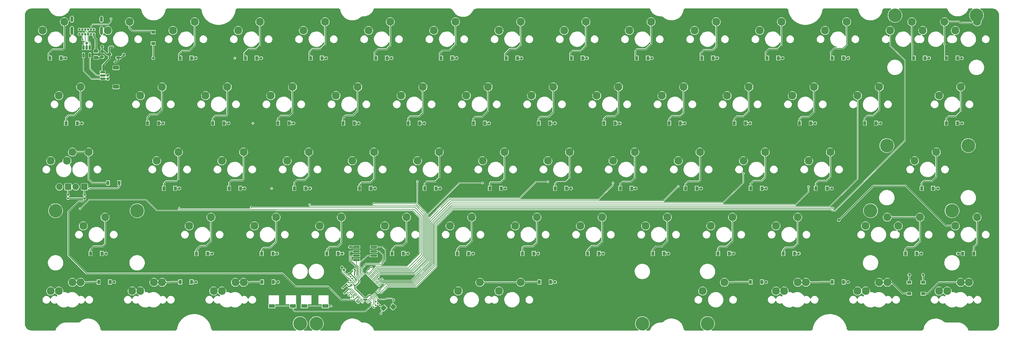
<source format=gbr>
%TF.GenerationSoftware,KiCad,Pcbnew,7.0.1*%
%TF.CreationDate,2023-03-31T22:15:08-04:00*%
%TF.ProjectId,PCB,5043422e-6b69-4636-9164-5f7063625858,rev?*%
%TF.SameCoordinates,Original*%
%TF.FileFunction,Copper,L4,Bot*%
%TF.FilePolarity,Positive*%
%FSLAX46Y46*%
G04 Gerber Fmt 4.6, Leading zero omitted, Abs format (unit mm)*
G04 Created by KiCad (PCBNEW 7.0.1) date 2023-03-31 22:15:08*
%MOMM*%
%LPD*%
G01*
G04 APERTURE LIST*
G04 Aperture macros list*
%AMRoundRect*
0 Rectangle with rounded corners*
0 $1 Rounding radius*
0 $2 $3 $4 $5 $6 $7 $8 $9 X,Y pos of 4 corners*
0 Add a 4 corners polygon primitive as box body*
4,1,4,$2,$3,$4,$5,$6,$7,$8,$9,$2,$3,0*
0 Add four circle primitives for the rounded corners*
1,1,$1+$1,$2,$3*
1,1,$1+$1,$4,$5*
1,1,$1+$1,$6,$7*
1,1,$1+$1,$8,$9*
0 Add four rect primitives between the rounded corners*
20,1,$1+$1,$2,$3,$4,$5,0*
20,1,$1+$1,$4,$5,$6,$7,0*
20,1,$1+$1,$6,$7,$8,$9,0*
20,1,$1+$1,$8,$9,$2,$3,0*%
%AMRotRect*
0 Rectangle, with rotation*
0 The origin of the aperture is its center*
0 $1 length*
0 $2 width*
0 $3 Rotation angle, in degrees counterclockwise*
0 Add horizontal line*
21,1,$1,$2,0,0,$3*%
G04 Aperture macros list end*
%TA.AperFunction,SMDPad,CuDef*%
%ADD10RoundRect,0.243750X-0.456250X0.243750X-0.456250X-0.243750X0.456250X-0.243750X0.456250X0.243750X0*%
%TD*%
%TA.AperFunction,ComponentPad*%
%ADD11C,2.300000*%
%TD*%
%TA.AperFunction,ComponentPad*%
%ADD12RoundRect,0.285750X-0.666750X-0.666750X0.666750X-0.666750X0.666750X0.666750X-0.666750X0.666750X0*%
%TD*%
%TA.AperFunction,ComponentPad*%
%ADD13C,1.905000*%
%TD*%
%TA.AperFunction,ComponentPad*%
%ADD14C,4.000000*%
%TD*%
%TA.AperFunction,SMDPad,CuDef*%
%ADD15RoundRect,0.050000X0.238649X0.309359X-0.309359X-0.238649X-0.238649X-0.309359X0.309359X0.238649X0*%
%TD*%
%TA.AperFunction,SMDPad,CuDef*%
%ADD16RoundRect,0.050000X-0.238649X0.309359X-0.309359X0.238649X0.238649X-0.309359X0.309359X-0.238649X0*%
%TD*%
%TA.AperFunction,ComponentPad*%
%ADD17C,0.500000*%
%TD*%
%TA.AperFunction,SMDPad,CuDef*%
%ADD18RotRect,3.200000X3.200000X225.000000*%
%TD*%
%TA.AperFunction,SMDPad,CuDef*%
%ADD19RoundRect,0.100000X0.162635X-0.021213X-0.021213X0.162635X-0.162635X0.021213X0.021213X-0.162635X0*%
%TD*%
%TA.AperFunction,SMDPad,CuDef*%
%ADD20R,0.900000X1.200000*%
%TD*%
%TA.AperFunction,ComponentPad*%
%ADD21C,0.700000*%
%TD*%
%TA.AperFunction,ComponentPad*%
%ADD22O,0.900000X1.700000*%
%TD*%
%TA.AperFunction,ComponentPad*%
%ADD23O,0.900000X2.400000*%
%TD*%
%TA.AperFunction,SMDPad,CuDef*%
%ADD24R,1.200000X0.900000*%
%TD*%
%TA.AperFunction,SMDPad,CuDef*%
%ADD25RoundRect,0.150000X0.150000X-0.512500X0.150000X0.512500X-0.150000X0.512500X-0.150000X-0.512500X0*%
%TD*%
%TA.AperFunction,SMDPad,CuDef*%
%ADD26RoundRect,0.150000X-0.625000X0.150000X-0.625000X-0.150000X0.625000X-0.150000X0.625000X0.150000X0*%
%TD*%
%TA.AperFunction,SMDPad,CuDef*%
%ADD27RoundRect,0.250000X-0.650000X0.350000X-0.650000X-0.350000X0.650000X-0.350000X0.650000X0.350000X0*%
%TD*%
%TA.AperFunction,SMDPad,CuDef*%
%ADD28RoundRect,0.100000X0.021213X0.162635X-0.162635X-0.021213X-0.021213X-0.162635X0.162635X0.021213X0*%
%TD*%
%TA.AperFunction,SMDPad,CuDef*%
%ADD29R,1.800000X1.100000*%
%TD*%
%TA.AperFunction,SMDPad,CuDef*%
%ADD30RoundRect,0.100000X-0.100000X0.130000X-0.100000X-0.130000X0.100000X-0.130000X0.100000X0.130000X0*%
%TD*%
%TA.AperFunction,SMDPad,CuDef*%
%ADD31RoundRect,0.100000X-0.130000X-0.100000X0.130000X-0.100000X0.130000X0.100000X-0.130000X0.100000X0*%
%TD*%
%TA.AperFunction,SMDPad,CuDef*%
%ADD32RotRect,1.400000X1.200000X45.000000*%
%TD*%
%TA.AperFunction,SMDPad,CuDef*%
%ADD33RoundRect,0.135000X-0.185000X0.135000X-0.185000X-0.135000X0.185000X-0.135000X0.185000X0.135000X0*%
%TD*%
%TA.AperFunction,SMDPad,CuDef*%
%ADD34R,1.220000X0.650000*%
%TD*%
%TA.AperFunction,SMDPad,CuDef*%
%ADD35RoundRect,0.100000X-0.162635X0.021213X0.021213X-0.162635X0.162635X-0.021213X-0.021213X0.162635X0*%
%TD*%
%TA.AperFunction,SMDPad,CuDef*%
%ADD36RoundRect,0.100000X0.130000X0.100000X-0.130000X0.100000X-0.130000X-0.100000X0.130000X-0.100000X0*%
%TD*%
%TA.AperFunction,SMDPad,CuDef*%
%ADD37RoundRect,0.162500X0.825000X0.162500X-0.825000X0.162500X-0.825000X-0.162500X0.825000X-0.162500X0*%
%TD*%
%TA.AperFunction,SMDPad,CuDef*%
%ADD38RoundRect,0.100000X-0.021213X-0.162635X0.162635X0.021213X0.021213X0.162635X-0.162635X-0.021213X0*%
%TD*%
%TA.AperFunction,SMDPad,CuDef*%
%ADD39RoundRect,0.218750X0.256250X-0.218750X0.256250X0.218750X-0.256250X0.218750X-0.256250X-0.218750X0*%
%TD*%
%TA.AperFunction,ViaPad*%
%ADD40C,0.450000*%
%TD*%
%TA.AperFunction,ViaPad*%
%ADD41C,0.800000*%
%TD*%
%TA.AperFunction,Conductor*%
%ADD42C,0.400000*%
%TD*%
%TA.AperFunction,Conductor*%
%ADD43C,0.127000*%
%TD*%
%TA.AperFunction,Conductor*%
%ADD44C,0.350000*%
%TD*%
%TA.AperFunction,Conductor*%
%ADD45C,0.250000*%
%TD*%
G04 APERTURE END LIST*
D10*
%TO.P,F1,1*%
%TO.N,VBUS*%
X39150000Y-31622500D03*
%TO.P,F1,2*%
%TO.N,Net-(F1-Pad2)*%
X39150000Y-33497500D03*
%TD*%
D11*
%TO.P,SW44,1,1*%
%TO.N,GP2*%
X85441250Y-82756250D03*
%TO.P,SW44,2,2*%
%TO.N,Net-(D45-A)*%
X91791250Y-80216250D03*
%TD*%
%TO.P,SW49,1,1*%
%TO.N,GP7*%
X180691250Y-82756250D03*
%TO.P,SW49,2,2*%
%TO.N,Net-(D50-A)*%
X187041250Y-80216250D03*
%TD*%
%TO.P,SW41,1,1*%
%TO.N,GP13*%
X278322500Y-63706250D03*
%TO.P,SW41,2,2*%
%TO.N,Net-(D42-A)*%
X284672500Y-61166250D03*
%TD*%
%TO.P,SW2,1,1*%
%TO.N,GP1*%
X42578750Y-25606250D03*
%TO.P,SW2,2,2*%
%TO.N,Net-(D3-A)*%
X48928750Y-23066250D03*
%TD*%
%TO.P,SW64,1,1*%
%TO.N,GP2*%
X75916250Y-101806250D03*
%TO.P,SW64,2,2*%
%TO.N,Net-(D57-A)*%
X82266250Y-99266250D03*
%TD*%
%TO.P,SW56,1,1*%
%TO.N,GP2*%
X73535000Y-101806250D03*
%TO.P,SW56,2,2*%
%TO.N,Net-(D57-A)*%
X79885000Y-99266250D03*
%TD*%
%TO.P,SW25,1,1*%
%TO.N,GP10*%
X223553750Y-44656250D03*
%TO.P,SW25,2,2*%
%TO.N,Net-(D26-A)*%
X229903750Y-42116250D03*
%TD*%
%TO.P,SW58,1,1*%
%TO.N,GP9*%
X216410000Y-101806250D03*
%TO.P,SW58,2,2*%
%TO.N,Net-(D59-A)*%
X222760000Y-99266250D03*
%TD*%
%TO.P,SW47,1,1*%
%TO.N,GP5*%
X142591250Y-82756250D03*
%TO.P,SW47,2,2*%
%TO.N,Net-(D48-A)*%
X148941250Y-80216250D03*
%TD*%
%TO.P,SW24,1,1*%
%TO.N,GP9*%
X204503750Y-44656250D03*
%TO.P,SW24,2,2*%
%TO.N,Net-(D25-A)*%
X210853750Y-42116250D03*
%TD*%
%TO.P,SW4,1,1*%
%TO.N,GP3*%
X80678750Y-25606250D03*
%TO.P,SW4,2,2*%
%TO.N,Net-(D5-A)*%
X87028750Y-23066250D03*
%TD*%
%TO.P,SW67,1,1*%
%TO.N,GP11*%
X261653750Y-101806250D03*
%TO.P,SW67,2,2*%
%TO.N,Net-(D61-A)*%
X268003750Y-99266250D03*
%TD*%
%TO.P,SW53,1,1*%
%TO.N,GP13*%
X273560000Y-82756250D03*
%TO.P,SW53,2,2*%
%TO.N,Net-(D54-A)*%
X279910000Y-80216250D03*
%TD*%
%TO.P,SW13,1,1*%
%TO.N,GP12*%
X252128750Y-25606250D03*
%TO.P,SW13,2,2*%
%TO.N,Net-(D14-A)*%
X258478750Y-23066250D03*
%TD*%
%TO.P,SW43,1,1*%
%TO.N,GP1*%
X66391250Y-82756250D03*
%TO.P,SW43,2,2*%
%TO.N,Net-(D44-A)*%
X72741250Y-80216250D03*
%TD*%
%TO.P,SW74,1,1*%
%TO.N,GP13*%
X263989375Y-82756250D03*
%TO.P,SW74,2,2*%
%TO.N,Net-(D54-A)*%
X270339375Y-80216250D03*
%TD*%
%TO.P,SW8,1,1*%
%TO.N,GP7*%
X156878750Y-25606250D03*
%TO.P,SW8,2,2*%
%TO.N,Net-(D9-A)*%
X163228750Y-23066250D03*
%TD*%
%TO.P,SW45,1,1*%
%TO.N,GP3*%
X104491250Y-82756250D03*
%TO.P,SW45,2,2*%
%TO.N,Net-(D46-A)*%
X110841250Y-80216250D03*
%TD*%
%TO.P,SW59,1,1*%
%TO.N,GP11*%
X264035000Y-101806250D03*
%TO.P,SW59,2,2*%
%TO.N,Net-(D61-A)*%
X270385000Y-99266250D03*
%TD*%
%TO.P,SW26,1,1*%
%TO.N,GP11*%
X242603750Y-44656250D03*
%TO.P,SW26,2,2*%
%TO.N,Net-(D27-A)*%
X248953750Y-42116250D03*
%TD*%
%TO.P,SW68,1,1*%
%TO.N,GP13*%
X285466250Y-101806250D03*
%TO.P,SW68,2,2*%
%TO.N,Net-(D62-A)*%
X291816250Y-99266250D03*
%TD*%
%TO.P,SW23,1,1*%
%TO.N,GP8*%
X185453750Y-44656250D03*
%TO.P,SW23,2,2*%
%TO.N,Net-(D24-A)*%
X191803750Y-42116250D03*
%TD*%
%TO.P,SW31,1,1*%
%TO.N,GP2*%
X75916250Y-63706250D03*
%TO.P,SW31,2,2*%
%TO.N,Net-(D32-A)*%
X82266250Y-61166250D03*
%TD*%
%TO.P,SW33,1,1*%
%TO.N,GP4*%
X114016250Y-63706250D03*
%TO.P,SW33,2,2*%
%TO.N,Net-(D34-A)*%
X120366250Y-61166250D03*
%TD*%
%TO.P,SW29,1,1*%
%TO.N,GP0*%
X30672500Y-63706250D03*
%TO.P,SW29,2,2*%
%TO.N,Net-(D30-A)*%
X37022500Y-61166250D03*
%TD*%
%TO.P,SW52,1,1*%
%TO.N,GP10*%
X237841250Y-82756250D03*
%TO.P,SW52,2,2*%
%TO.N,Net-(D53-A)*%
X244191250Y-80216250D03*
%TD*%
%TO.P,SW69,1,1*%
%TO.N,GP0*%
X25910000Y-63706250D03*
%TO.P,SW69,2,2*%
%TO.N,Net-(D30-A)*%
X32260000Y-61166250D03*
%TD*%
%TO.P,SW9,1,1*%
%TO.N,GP8*%
X175928750Y-25606250D03*
%TO.P,SW9,2,2*%
%TO.N,Net-(D10-A)*%
X182278750Y-23066250D03*
%TD*%
%TO.P,SW75,1,1*%
%TO.N,GP11*%
X290228750Y-82756250D03*
%TO.P,SW75,2,2*%
%TO.N,Net-(D63-A)*%
X296578750Y-80216250D03*
%TD*%
%TO.P,SW19,1,1*%
%TO.N,GP4*%
X109253750Y-44656250D03*
%TO.P,SW19,2,2*%
%TO.N,Net-(D20-A)*%
X115603750Y-42116250D03*
%TD*%
%TO.P,SW5,1,1*%
%TO.N,GP4*%
X99728750Y-25606250D03*
%TO.P,SW5,2,2*%
%TO.N,Net-(D6-A)*%
X106078750Y-23066250D03*
%TD*%
%TO.P,SW62,1,1*%
%TO.N,GP0*%
X28291250Y-101806250D03*
%TO.P,SW62,2,2*%
%TO.N,Net-(D55-A)*%
X34641250Y-99266250D03*
%TD*%
%TO.P,SW16,1,1*%
%TO.N,GP1*%
X52103750Y-44656250D03*
%TO.P,SW16,2,2*%
%TO.N,Net-(D17-A)*%
X58453750Y-42116250D03*
%TD*%
%TO.P,SW1,1,1*%
%TO.N,GP0*%
X23528750Y-25606250D03*
%TO.P,SW1,2,2*%
%TO.N,Net-(D2-A)*%
X29878750Y-23066250D03*
%TD*%
%TO.P,SW3,1,1*%
%TO.N,GP2*%
X61628750Y-25606250D03*
%TO.P,SW3,2,2*%
%TO.N,Net-(D4-A)*%
X67978750Y-23066250D03*
%TD*%
%TO.P,SW51,1,1*%
%TO.N,GP9*%
X218791250Y-82756250D03*
%TO.P,SW51,2,2*%
%TO.N,Net-(D52-A)*%
X225141250Y-80216250D03*
%TD*%
D12*
%TO.P,D65,1,K*%
%TO.N,Net-(D65-K)*%
X35752500Y-71326250D03*
D13*
%TO.P,D65,2,A*%
%TO.N,+3.3V*%
X33212500Y-71326250D03*
%TD*%
D11*
%TO.P,SW32,1,1*%
%TO.N,GP3*%
X94966250Y-63706250D03*
%TO.P,SW32,2,2*%
%TO.N,Net-(D33-A)*%
X101316250Y-61166250D03*
%TD*%
D14*
%TO.P,S6,*%
%TO.N,*%
X217838750Y-111331250D03*
X103538750Y-111331250D03*
%TD*%
D11*
%TO.P,SW42,1,1*%
%TO.N,GP0*%
X35435000Y-82756250D03*
%TO.P,SW42,2,2*%
%TO.N,Net-(D43-A)*%
X41785000Y-80216250D03*
%TD*%
%TO.P,SW12,1,1*%
%TO.N,GP11*%
X233078750Y-25606250D03*
%TO.P,SW12,2,2*%
%TO.N,Net-(D13-A)*%
X239428750Y-23066250D03*
%TD*%
%TO.P,SW15,1,1*%
%TO.N,GP0*%
X28291250Y-44656250D03*
%TO.P,SW15,2,2*%
%TO.N,Net-(D16-A)*%
X34641250Y-42116250D03*
%TD*%
%TO.P,SW18,1,1*%
%TO.N,GP3*%
X90203750Y-44656250D03*
%TO.P,SW18,2,2*%
%TO.N,Net-(D19-A)*%
X96553750Y-42116250D03*
%TD*%
%TO.P,SW20,1,1*%
%TO.N,GP5*%
X128303750Y-44656250D03*
%TO.P,SW20,2,2*%
%TO.N,Net-(D21-A)*%
X134653750Y-42116250D03*
%TD*%
%TO.P,SW11,1,1*%
%TO.N,GP10*%
X214028750Y-25606250D03*
%TO.P,SW11,2,2*%
%TO.N,Net-(D12-A)*%
X220378750Y-23066250D03*
%TD*%
%TO.P,SW30,1,1*%
%TO.N,GP1*%
X56866250Y-63706250D03*
%TO.P,SW30,2,2*%
%TO.N,Net-(D31-A)*%
X63216250Y-61166250D03*
%TD*%
%TO.P,SW17,1,1*%
%TO.N,GP2*%
X71153750Y-44656250D03*
%TO.P,SW17,2,2*%
%TO.N,Net-(D18-A)*%
X77503750Y-42116250D03*
%TD*%
D14*
%TO.P,S3,*%
%TO.N,*%
X265463750Y-78311250D03*
X289276250Y-78311250D03*
%TD*%
D11*
%TO.P,SW10,1,1*%
%TO.N,GP9*%
X194978750Y-25606250D03*
%TO.P,SW10,2,2*%
%TO.N,Net-(D11-A)*%
X201328750Y-23066250D03*
%TD*%
%TO.P,SW48,1,1*%
%TO.N,GP6*%
X161641250Y-82756250D03*
%TO.P,SW48,2,2*%
%TO.N,Net-(D49-A)*%
X167991250Y-80216250D03*
%TD*%
D14*
%TO.P,S2,*%
%TO.N,*%
X27338750Y-78311250D03*
X51151250Y-78311250D03*
%TD*%
D11*
%TO.P,SW38,1,1*%
%TO.N,GP9*%
X209266250Y-63706250D03*
%TO.P,SW38,2,2*%
%TO.N,Net-(D39-A)*%
X215616250Y-61166250D03*
%TD*%
%TO.P,SW14,1,1*%
%TO.N,GP13*%
X280703750Y-25606250D03*
%TO.P,SW14,2,2*%
%TO.N,Net-(D15-A)*%
X287053750Y-23066250D03*
%TD*%
%TO.P,SW40,1,1*%
%TO.N,GP11*%
X247366250Y-63706250D03*
%TO.P,SW40,2,2*%
%TO.N,Net-(D41-A)*%
X253716250Y-61166250D03*
%TD*%
%TO.P,SW22,1,1*%
%TO.N,GP7*%
X166403750Y-44656250D03*
%TO.P,SW22,2,2*%
%TO.N,Net-(D23-A)*%
X172753750Y-42116250D03*
%TD*%
%TO.P,SW39,1,1*%
%TO.N,GP10*%
X228316250Y-63706250D03*
%TO.P,SW39,2,2*%
%TO.N,Net-(D40-A)*%
X234666250Y-61166250D03*
%TD*%
%TO.P,SW66,1,1*%
%TO.N,GP10*%
X237841250Y-101806250D03*
%TO.P,SW66,2,2*%
%TO.N,Net-(D60-A)*%
X244191250Y-99266250D03*
%TD*%
%TO.P,SW60,1,1*%
%TO.N,GP13*%
X287847500Y-101806250D03*
%TO.P,SW60,2,2*%
%TO.N,Net-(D62-A)*%
X294197500Y-99266250D03*
%TD*%
D14*
%TO.P,S4,*%
%TO.N,*%
X270226250Y-59261250D03*
X294038750Y-59261250D03*
%TD*%
D11*
%TO.P,SW7,1,1*%
%TO.N,GP6*%
X137828750Y-25606250D03*
%TO.P,SW7,2,2*%
%TO.N,Net-(D8-A)*%
X144178750Y-23066250D03*
%TD*%
%TO.P,SW37,1,1*%
%TO.N,GP8*%
X190216250Y-63706250D03*
%TO.P,SW37,2,2*%
%TO.N,Net-(D38-A)*%
X196566250Y-61166250D03*
%TD*%
%TO.P,SW65,1,1*%
%TO.N,GP5*%
X156878750Y-101806250D03*
%TO.P,SW65,2,2*%
%TO.N,Net-(D58-A)*%
X163228750Y-99266250D03*
%TD*%
%TO.P,SW21,1,1*%
%TO.N,GP6*%
X147353750Y-44656250D03*
%TO.P,SW21,2,2*%
%TO.N,Net-(D22-A)*%
X153703750Y-42116250D03*
%TD*%
%TO.P,SW70,1,1*%
%TO.N,GP13*%
X290228750Y-25606250D03*
%TO.P,SW70,2,2*%
%TO.N,Net-(D15-A)*%
X296578750Y-23066250D03*
%TD*%
%TO.P,SW50,1,1*%
%TO.N,GP8*%
X199741250Y-82756250D03*
%TO.P,SW50,2,2*%
%TO.N,Net-(D51-A)*%
X206091250Y-80216250D03*
%TD*%
%TO.P,SW61,1,1*%
%TO.N,GP10*%
X240222500Y-101806250D03*
%TO.P,SW61,2,2*%
%TO.N,Net-(D60-A)*%
X246572500Y-99266250D03*
%TD*%
%TO.P,SW55,1,1*%
%TO.N,GP1*%
X49722500Y-101806250D03*
%TO.P,SW55,2,2*%
%TO.N,Net-(D56-A)*%
X56072500Y-99266250D03*
%TD*%
%TO.P,SW34,1,1*%
%TO.N,GP5*%
X133066250Y-63706250D03*
%TO.P,SW34,2,2*%
%TO.N,Net-(D35-A)*%
X139416250Y-61166250D03*
%TD*%
%TO.P,SW63,1,1*%
%TO.N,GP1*%
X52103750Y-101806250D03*
%TO.P,SW63,2,2*%
%TO.N,Net-(D56-A)*%
X58453750Y-99266250D03*
%TD*%
%TO.P,SW36,1,1*%
%TO.N,GP7*%
X171166250Y-63706250D03*
%TO.P,SW36,2,2*%
%TO.N,Net-(D37-A)*%
X177516250Y-61166250D03*
%TD*%
D14*
%TO.P,S1,*%
%TO.N,*%
X198788750Y-111331250D03*
X98776250Y-111331250D03*
%TD*%
%TO.P,S5,*%
%TO.N,*%
X272607500Y-21161250D03*
X296420000Y-21161250D03*
%TD*%
D11*
%TO.P,SW71,1,1*%
%TO.N,GP14*%
X271178750Y-25606250D03*
%TO.P,SW71,2,2*%
%TO.N,Net-(D1-A)*%
X277528750Y-23066250D03*
%TD*%
%TO.P,SW28,1,1*%
%TO.N,GP13*%
X285466250Y-44656250D03*
%TO.P,SW28,2,2*%
%TO.N,Net-(D29-A)*%
X291816250Y-42116250D03*
%TD*%
%TO.P,SW35,1,1*%
%TO.N,GP6*%
X152116250Y-63706250D03*
%TO.P,SW35,2,2*%
%TO.N,Net-(D36-A)*%
X158466250Y-61166250D03*
%TD*%
%TO.P,SW27,1,1*%
%TO.N,GP12*%
X261653750Y-44656250D03*
%TO.P,SW27,2,2*%
%TO.N,Net-(D28-A)*%
X268003750Y-42116250D03*
%TD*%
%TO.P,SW57,1,1*%
%TO.N,GP5*%
X144972500Y-101806250D03*
%TO.P,SW57,2,2*%
%TO.N,Net-(D58-A)*%
X151322500Y-99266250D03*
%TD*%
D12*
%TO.P,D64,1,K*%
%TO.N,Net-(D64-K)*%
X30990000Y-71326250D03*
D13*
%TO.P,D64,2,A*%
%TO.N,+3.3V*%
X28450000Y-71326250D03*
%TD*%
D11*
%TO.P,SW46,1,1*%
%TO.N,GP4*%
X123541250Y-82756250D03*
%TO.P,SW46,2,2*%
%TO.N,Net-(D47-A)*%
X129891250Y-80216250D03*
%TD*%
%TO.P,SW54,1,1*%
%TO.N,GP0*%
X25910000Y-101806250D03*
%TO.P,SW54,2,2*%
%TO.N,Net-(D55-A)*%
X32260000Y-99266250D03*
%TD*%
%TO.P,SW6,1,1*%
%TO.N,GP5*%
X118778750Y-25606250D03*
%TO.P,SW6,2,2*%
%TO.N,Net-(D7-A)*%
X125128750Y-23066250D03*
%TD*%
D15*
%TO.P,U1,1,IOVDD*%
%TO.N,+3.3V*%
X118418452Y-96505218D03*
%TO.P,U1,2,GPIO0*%
%TO.N,GP0*%
X118701295Y-96788061D03*
%TO.P,U1,3,GPIO1*%
%TO.N,GP1*%
X118984137Y-97070903D03*
%TO.P,U1,4,GPIO2*%
%TO.N,GP2*%
X119266980Y-97353746D03*
%TO.P,U1,5,GPIO3*%
%TO.N,GP3*%
X119549823Y-97636589D03*
%TO.P,U1,6,GPIO4*%
%TO.N,GP4*%
X119832665Y-97919431D03*
%TO.P,U1,7,GPIO5*%
%TO.N,GP5*%
X120115508Y-98202274D03*
%TO.P,U1,8,GPIO6*%
%TO.N,GP6*%
X120398351Y-98485117D03*
%TO.P,U1,9,GPIO7*%
%TO.N,GP7*%
X120681194Y-98767960D03*
%TO.P,U1,10,IOVDD*%
%TO.N,+3.3V*%
X120964036Y-99050802D03*
%TO.P,U1,11,GPIO8*%
%TO.N,GP8*%
X121246879Y-99333645D03*
%TO.P,U1,12,GPIO9*%
%TO.N,GP9*%
X121529722Y-99616488D03*
%TO.P,U1,13,GPIO10*%
%TO.N,GP10*%
X121812564Y-99899330D03*
%TO.P,U1,14,GPIO11*%
%TO.N,GP11*%
X122095407Y-100182173D03*
D16*
%TO.P,U1,15,GPIO12*%
%TO.N,GP12*%
X122095407Y-101366577D03*
%TO.P,U1,16,GPIO13*%
%TO.N,GP13*%
X121812564Y-101649420D03*
%TO.P,U1,17,GPIO14*%
%TO.N,GP14*%
X121529722Y-101932262D03*
%TO.P,U1,18,GPIO15*%
%TO.N,GP15*%
X121246879Y-102215105D03*
%TO.P,U1,19,TESTEN*%
%TO.N,GND*%
X120964036Y-102497948D03*
%TO.P,U1,20,XIN*%
%TO.N,/XIN_*%
X120681194Y-102780790D03*
%TO.P,U1,21,XOUT*%
%TO.N,Net-(U1-XOUT)*%
X120398351Y-103063633D03*
%TO.P,U1,22,IOVDD*%
%TO.N,+3.3V*%
X120115508Y-103346476D03*
%TO.P,U1,23,DVDD*%
%TO.N,+1V1*%
X119832665Y-103629319D03*
%TO.P,U1,24,SWCLK*%
%TO.N,unconnected-(U1-SWCLK-Pad24)*%
X119549823Y-103912161D03*
%TO.P,U1,25,SWD*%
%TO.N,unconnected-(U1-SWD-Pad25)*%
X119266980Y-104195004D03*
%TO.P,U1,26,RUN*%
%TO.N,/RUN_*%
X118984137Y-104477847D03*
%TO.P,U1,27,GPIO16*%
%TO.N,GP16*%
X118701295Y-104760689D03*
%TO.P,U1,28,GPIO17*%
%TO.N,GP17*%
X118418452Y-105043532D03*
D15*
%TO.P,U1,29,GPIO18*%
%TO.N,GP18*%
X117234048Y-105043532D03*
%TO.P,U1,30,GPIO19*%
%TO.N,GP19*%
X116951205Y-104760689D03*
%TO.P,U1,31,GPIO20*%
%TO.N,GP20*%
X116668363Y-104477847D03*
%TO.P,U1,32,GPIO21*%
%TO.N,GP21*%
X116385520Y-104195004D03*
%TO.P,U1,33,IOVDD*%
%TO.N,+3.3V*%
X116102677Y-103912161D03*
%TO.P,U1,34,GPIO22*%
%TO.N,GP22*%
X115819835Y-103629319D03*
%TO.P,U1,35,GPIO23*%
%TO.N,GP23*%
X115536992Y-103346476D03*
%TO.P,U1,36,GPIO24*%
%TO.N,GP24*%
X115254149Y-103063633D03*
%TO.P,U1,37,GPIO25*%
%TO.N,GP25*%
X114971306Y-102780790D03*
%TO.P,U1,38,GPIO26_ADC0*%
%TO.N,GP26*%
X114688464Y-102497948D03*
%TO.P,U1,39,GPIO27_ADC1*%
%TO.N,GP27*%
X114405621Y-102215105D03*
%TO.P,U1,40,GPIO28_ADC2*%
%TO.N,GP28*%
X114122778Y-101932262D03*
%TO.P,U1,41,GPIO29_ADC3*%
%TO.N,GP29*%
X113839936Y-101649420D03*
%TO.P,U1,42,IOVDD*%
%TO.N,+3.3V*%
X113557093Y-101366577D03*
D16*
%TO.P,U1,43,ADC_AVDD*%
X113557093Y-100182173D03*
%TO.P,U1,44,VREG_IN*%
X113839936Y-99899330D03*
%TO.P,U1,45,VREG_VOUT*%
%TO.N,+1V1*%
X114122778Y-99616488D03*
%TO.P,U1,46,USB_DM*%
%TO.N,Net-(U1-USB_DM)*%
X114405621Y-99333645D03*
%TO.P,U1,47,USB_DP*%
%TO.N,Net-(U1-USB_DP)*%
X114688464Y-99050802D03*
%TO.P,U1,48,USB_VDD*%
%TO.N,+3.3V*%
X114971306Y-98767960D03*
%TO.P,U1,49,IOVDD*%
X115254149Y-98485117D03*
%TO.P,U1,50,DVDD*%
%TO.N,+1V1*%
X115536992Y-98202274D03*
%TO.P,U1,51,QSPI_SD3*%
%TO.N,/SD3_*%
X115819835Y-97919431D03*
%TO.P,U1,52,QSPI_SCLK*%
%TO.N,/SCLK_*%
X116102677Y-97636589D03*
%TO.P,U1,53,QSPI_SD0*%
%TO.N,/SD0_*%
X116385520Y-97353746D03*
%TO.P,U1,54,QSPI_SD2*%
%TO.N,/SD2_*%
X116668363Y-97070903D03*
%TO.P,U1,55,QSPI_SD1*%
%TO.N,/SD1_*%
X116951205Y-96788061D03*
%TO.P,U1,56,QSPI_SS*%
%TO.N,/CS_*%
X117234048Y-96505218D03*
D17*
%TO.P,U1,57,GND*%
%TO.N,GND*%
X119735438Y-100774375D03*
X117826250Y-98865187D03*
D18*
X117826250Y-100774375D03*
D17*
X117826250Y-102683563D03*
X115917062Y-100774375D03*
%TD*%
D19*
%TO.P,C16,1*%
%TO.N,+1V1*%
X114635024Y-95387524D03*
%TO.P,C16,2*%
%TO.N,GND*%
X114182476Y-94934976D03*
%TD*%
D20*
%TO.P,D43,1,K*%
%TO.N,GP26*%
X40849375Y-90820625D03*
%TO.P,D43,2,A*%
%TO.N,Net-(D43-A)*%
X37549375Y-90820625D03*
%TD*%
%TO.P,D42,1,K*%
%TO.N,GP27*%
X283736875Y-71770625D03*
%TO.P,D42,2,A*%
%TO.N,Net-(D42-A)*%
X280436875Y-71770625D03*
%TD*%
%TO.P,D20,1,K*%
%TO.N,GP28*%
X114668125Y-52720625D03*
%TO.P,D20,2,A*%
%TO.N,Net-(D20-A)*%
X111368125Y-52720625D03*
%TD*%
%TO.P,D31,1,K*%
%TO.N,GP27*%
X62280625Y-71770625D03*
%TO.P,D31,2,A*%
%TO.N,Net-(D31-A)*%
X58980625Y-71770625D03*
%TD*%
D19*
%TO.P,C10,1*%
%TO.N,+3.3V*%
X113519338Y-96503209D03*
%TO.P,C10,2*%
%TO.N,GND*%
X113066790Y-96050661D03*
%TD*%
D20*
%TO.P,D54,1,K*%
%TO.N,GP26*%
X278974375Y-90820625D03*
%TO.P,D54,2,A*%
%TO.N,Net-(D54-A)*%
X275674375Y-90820625D03*
%TD*%
%TO.P,D11,1,K*%
%TO.N,GP29*%
X200393125Y-33670625D03*
%TO.P,D11,2,A*%
%TO.N,Net-(D11-A)*%
X197093125Y-33670625D03*
%TD*%
%TO.P,D33,1,K*%
%TO.N,GP27*%
X100380625Y-71770625D03*
%TO.P,D33,2,A*%
%TO.N,Net-(D33-A)*%
X97080625Y-71770625D03*
%TD*%
%TO.P,D17,1,K*%
%TO.N,GP28*%
X57518125Y-52720625D03*
%TO.P,D17,2,A*%
%TO.N,Net-(D17-A)*%
X54218125Y-52720625D03*
%TD*%
%TO.P,D52,1,K*%
%TO.N,GP26*%
X224205625Y-90820625D03*
%TO.P,D52,2,A*%
%TO.N,Net-(D52-A)*%
X220905625Y-90820625D03*
%TD*%
%TO.P,D13,1,K*%
%TO.N,GP29*%
X238493125Y-33670625D03*
%TO.P,D13,2,A*%
%TO.N,Net-(D13-A)*%
X235193125Y-33670625D03*
%TD*%
D19*
%TO.P,C6,1*%
%TO.N,+3.3V*%
X112235024Y-101937524D03*
%TO.P,C6,2*%
%TO.N,GND*%
X111782476Y-101484976D03*
%TD*%
D21*
%TO.P,J1,A1,GND*%
%TO.N,GND*%
X33441875Y-26649375D03*
%TO.P,J1,A4,VBUS*%
%TO.N,VBUS*%
X34291875Y-26649375D03*
%TO.P,J1,A5,CC1*%
%TO.N,Net-(J1-CC1)*%
X35141875Y-26649375D03*
%TO.P,J1,A6,D+*%
%TO.N,/D+*%
X35991875Y-26649375D03*
%TO.P,J1,A7,D-*%
%TO.N,/D-*%
X36841875Y-26649375D03*
%TO.P,J1,A8,SBU1*%
%TO.N,unconnected-(J1-SBU1-PadA8)*%
X37691875Y-26649375D03*
%TO.P,J1,A9,VBUS*%
%TO.N,VBUS*%
X38541875Y-26649375D03*
%TO.P,J1,A12,GND*%
%TO.N,GND*%
X39391875Y-26649375D03*
%TO.P,J1,B1,GND*%
X39391875Y-25299375D03*
%TO.P,J1,B4,VBUS*%
%TO.N,VBUS*%
X38541875Y-25299375D03*
%TO.P,J1,B5,CC2*%
%TO.N,Net-(J1-CC2)*%
X37691875Y-25299375D03*
%TO.P,J1,B6,D+*%
%TO.N,/D+*%
X36841875Y-25299375D03*
%TO.P,J1,B7,D-*%
%TO.N,/D-*%
X35991875Y-25299375D03*
%TO.P,J1,B8,SBU2*%
%TO.N,unconnected-(J1-SBU2-PadB8)*%
X35141875Y-25299375D03*
%TO.P,J1,B9,VBUS*%
%TO.N,VBUS*%
X34291875Y-25299375D03*
%TO.P,J1,B12,GND*%
%TO.N,GND*%
X33441875Y-25299375D03*
D22*
%TO.P,J1,S1,SHIELD*%
%TO.N,unconnected-(J1-SHIELD-PadS1)*%
X32091875Y-22289375D03*
D23*
X32091875Y-25669375D03*
D22*
X40741875Y-22289375D03*
D23*
X40741875Y-25669375D03*
%TD*%
D20*
%TO.P,D6,1,K*%
%TO.N,GP29*%
X105143125Y-33670625D03*
%TO.P,D6,2,A*%
%TO.N,Net-(D6-A)*%
X101843125Y-33670625D03*
%TD*%
%TO.P,D15,1,K*%
%TO.N,GP29*%
X290880625Y-33670625D03*
%TO.P,D15,2,A*%
%TO.N,Net-(D15-A)*%
X287580625Y-33670625D03*
%TD*%
%TO.P,D45,1,K*%
%TO.N,GP26*%
X90855625Y-90820625D03*
%TO.P,D45,2,A*%
%TO.N,Net-(D45-A)*%
X87555625Y-90820625D03*
%TD*%
D24*
%TO.P,D62,1,K*%
%TO.N,GP25*%
X280830750Y-99267250D03*
%TO.P,D62,2,A*%
%TO.N,Net-(D62-A)*%
X280830750Y-102567250D03*
%TD*%
D20*
%TO.P,D29,1,K*%
%TO.N,GP28*%
X290880625Y-52720625D03*
%TO.P,D29,2,A*%
%TO.N,Net-(D29-A)*%
X287580625Y-52720625D03*
%TD*%
D25*
%TO.P,U3,1,I/O1*%
%TO.N,/DN*%
X37366875Y-32838750D03*
%TO.P,U3,2,GND*%
%TO.N,GND*%
X36416875Y-32838750D03*
%TO.P,U3,3,I/O2*%
%TO.N,/DP*%
X35466875Y-32838750D03*
%TO.P,U3,4,I/O2*%
%TO.N,/D+*%
X35466875Y-30563750D03*
%TO.P,U3,5,VBUS*%
%TO.N,/VFused_*%
X36416875Y-30563750D03*
%TO.P,U3,6,I/O1*%
%TO.N,/D-*%
X37366875Y-30563750D03*
%TD*%
D26*
%TO.P,J2,1,Pin_1*%
%TO.N,/VFused_*%
X41106875Y-37744375D03*
%TO.P,J2,2,Pin_2*%
%TO.N,/DN*%
X41106875Y-38744375D03*
%TO.P,J2,3,Pin_3*%
%TO.N,/DP*%
X41106875Y-39744375D03*
%TO.P,J2,4,Pin_4*%
%TO.N,GND*%
X41106875Y-40744375D03*
D27*
%TO.P,J2,MP*%
%TO.N,N/C*%
X44981875Y-36444375D03*
X44981875Y-42044375D03*
%TD*%
D20*
%TO.P,D57,1,K*%
%TO.N,GP25*%
X90964750Y-99155000D03*
%TO.P,D57,2,A*%
%TO.N,Net-(D57-A)*%
X87664750Y-99155000D03*
%TD*%
%TO.P,D12,1,K*%
%TO.N,GP29*%
X219443125Y-33670625D03*
%TO.P,D12,2,A*%
%TO.N,Net-(D12-A)*%
X216143125Y-33670625D03*
%TD*%
%TO.P,D1,1,K*%
%TO.N,GP29*%
X281355625Y-33670625D03*
%TO.P,D1,2,A*%
%TO.N,Net-(D1-A)*%
X278055625Y-33670625D03*
%TD*%
D19*
%TO.P,R3,1*%
%TO.N,/XOUT_*%
X121965024Y-105917524D03*
%TO.P,R3,2*%
%TO.N,Net-(U1-XOUT)*%
X121512476Y-105464976D03*
%TD*%
D20*
%TO.P,D63,1,K*%
%TO.N,GP26*%
X292388750Y-90820625D03*
%TO.P,D63,2,A*%
%TO.N,Net-(D63-A)*%
X295688750Y-90820625D03*
%TD*%
%TO.P,D27,1,K*%
%TO.N,GP28*%
X248018125Y-52720625D03*
%TO.P,D27,2,A*%
%TO.N,Net-(D27-A)*%
X244718125Y-52720625D03*
%TD*%
%TO.P,D5,1,K*%
%TO.N,GP29*%
X86093125Y-33670625D03*
%TO.P,D5,2,A*%
%TO.N,Net-(D5-A)*%
X82793125Y-33670625D03*
%TD*%
D28*
%TO.P,C11,1*%
%TO.N,+3.3V*%
X115275024Y-104714976D03*
%TO.P,C11,2*%
%TO.N,GND*%
X114822476Y-105167524D03*
%TD*%
D20*
%TO.P,D28,1,K*%
%TO.N,GP28*%
X267068125Y-52720625D03*
%TO.P,D28,2,A*%
%TO.N,Net-(D28-A)*%
X263768125Y-52720625D03*
%TD*%
%TO.P,D50,1,K*%
%TO.N,GP26*%
X186105625Y-90820625D03*
%TO.P,D50,2,A*%
%TO.N,Net-(D50-A)*%
X182805625Y-90820625D03*
%TD*%
D29*
%TO.P,SW73,1,1*%
%TO.N,GND*%
X96708750Y-102491250D03*
X90508750Y-102491250D03*
%TO.P,SW73,2,2*%
%TO.N,/RUN_*%
X96708750Y-106191250D03*
X90508750Y-106191250D03*
%TD*%
D19*
%TO.P,C5,1*%
%TO.N,+3.3V*%
X114085024Y-95937524D03*
%TO.P,C5,2*%
%TO.N,GND*%
X113632476Y-95484976D03*
%TD*%
D30*
%TO.P,R4,1*%
%TO.N,GND*%
X43508750Y-21531250D03*
%TO.P,R4,2*%
%TO.N,Net-(J1-CC2)*%
X43508750Y-22171250D03*
%TD*%
D20*
%TO.P,D21,1,K*%
%TO.N,GP28*%
X133718125Y-52720625D03*
%TO.P,D21,2,A*%
%TO.N,Net-(D21-A)*%
X130418125Y-52720625D03*
%TD*%
%TO.P,D51,1,K*%
%TO.N,GP26*%
X205155625Y-90820625D03*
%TO.P,D51,2,A*%
%TO.N,Net-(D51-A)*%
X201855625Y-90820625D03*
%TD*%
%TO.P,D56,1,K*%
%TO.N,GP25*%
X67043125Y-99155000D03*
%TO.P,D56,2,A*%
%TO.N,Net-(D56-A)*%
X63743125Y-99155000D03*
%TD*%
D19*
%TO.P,C4,1*%
%TO.N,+3.3V*%
X118905024Y-95377524D03*
%TO.P,C4,2*%
%TO.N,GND*%
X118452476Y-94924976D03*
%TD*%
D31*
%TO.P,C13,1*%
%TO.N,/VFused_*%
X43988750Y-30411250D03*
%TO.P,C13,2*%
%TO.N,GND*%
X44628750Y-30411250D03*
%TD*%
D20*
%TO.P,D55,1,K*%
%TO.N,GP25*%
X43230625Y-99155000D03*
%TO.P,D55,2,A*%
%TO.N,Net-(D55-A)*%
X39930625Y-99155000D03*
%TD*%
%TO.P,D38,1,K*%
%TO.N,GP27*%
X195630625Y-71770625D03*
%TO.P,D38,2,A*%
%TO.N,Net-(D38-A)*%
X192330625Y-71770625D03*
%TD*%
D32*
%TO.P,Y1,1,1*%
%TO.N,/XOUT_*%
X123229892Y-106788027D03*
%TO.P,Y1,2,2*%
%TO.N,GND*%
X124785527Y-105232392D03*
%TO.P,Y1,3,3*%
%TO.N,/XIN_*%
X125987608Y-106434473D03*
%TO.P,Y1,4,4*%
%TO.N,GND*%
X124431973Y-107990108D03*
%TD*%
D33*
%TO.P,R7,1*%
%TO.N,Net-(D65-K)*%
X35770000Y-73680000D03*
%TO.P,R7,2*%
%TO.N,GP23*%
X35770000Y-74700000D03*
%TD*%
D34*
%TO.P,U4,1,GND*%
%TO.N,GND*%
X45618750Y-31661250D03*
%TO.P,U4,2,VO*%
%TO.N,+3.3V*%
X45618750Y-33561250D03*
%TO.P,U4,3,VI*%
%TO.N,/VFused_*%
X42998750Y-32611250D03*
%TD*%
D24*
%TO.P,D61,1,K*%
%TO.N,GP25*%
X276766750Y-99267250D03*
%TO.P,D61,2,A*%
%TO.N,Net-(D61-A)*%
X276766750Y-102567250D03*
%TD*%
D20*
%TO.P,D7,1,K*%
%TO.N,GP29*%
X124193125Y-33670625D03*
%TO.P,D7,2,A*%
%TO.N,Net-(D7-A)*%
X120893125Y-33670625D03*
%TD*%
%TO.P,D24,1,K*%
%TO.N,GP28*%
X190868125Y-52720625D03*
%TO.P,D24,2,A*%
%TO.N,Net-(D24-A)*%
X187568125Y-52720625D03*
%TD*%
%TO.P,D32,1,K*%
%TO.N,GP27*%
X81330625Y-71770625D03*
%TO.P,D32,2,A*%
%TO.N,Net-(D32-A)*%
X78030625Y-71770625D03*
%TD*%
%TO.P,D60,1,K*%
%TO.N,GP25*%
X257588750Y-99155000D03*
%TO.P,D60,2,A*%
%TO.N,Net-(D60-A)*%
X254288750Y-99155000D03*
%TD*%
D35*
%TO.P,R1,1*%
%TO.N,/DP*%
X113542806Y-97664646D03*
%TO.P,R1,2*%
%TO.N,Net-(U1-USB_DP)*%
X113995354Y-98117194D03*
%TD*%
D20*
%TO.P,D58,1,K*%
%TO.N,GP25*%
X171990750Y-99155000D03*
%TO.P,D58,2,A*%
%TO.N,Net-(D58-A)*%
X168690750Y-99155000D03*
%TD*%
D19*
%TO.P,R2,1*%
%TO.N,Net-(U1-USB_DM)*%
X113465024Y-98647524D03*
%TO.P,R2,2*%
%TO.N,/DN*%
X113012476Y-98194976D03*
%TD*%
%TO.P,C14,1*%
%TO.N,+1V1*%
X112885024Y-99237524D03*
%TO.P,C14,2*%
%TO.N,GND*%
X112432476Y-98784976D03*
%TD*%
D20*
%TO.P,D14,1,K*%
%TO.N,GP29*%
X257543125Y-33670625D03*
%TO.P,D14,2,A*%
%TO.N,Net-(D14-A)*%
X254243125Y-33670625D03*
%TD*%
%TO.P,D4,1,K*%
%TO.N,GP29*%
X67043125Y-33670625D03*
%TO.P,D4,2,A*%
%TO.N,Net-(D4-A)*%
X63743125Y-33670625D03*
%TD*%
%TO.P,D18,1,K*%
%TO.N,GP28*%
X76568125Y-52720625D03*
%TO.P,D18,2,A*%
%TO.N,Net-(D18-A)*%
X73268125Y-52720625D03*
%TD*%
%TO.P,D8,1,K*%
%TO.N,GP29*%
X143243125Y-33670625D03*
%TO.P,D8,2,A*%
%TO.N,Net-(D8-A)*%
X139943125Y-33670625D03*
%TD*%
D35*
%TO.P,C12,1*%
%TO.N,+1V1*%
X120282476Y-106584976D03*
%TO.P,C12,2*%
%TO.N,GND*%
X120735024Y-107037524D03*
%TD*%
D20*
%TO.P,D40,1,K*%
%TO.N,GP27*%
X233730625Y-71770625D03*
%TO.P,D40,2,A*%
%TO.N,Net-(D40-A)*%
X230430625Y-71770625D03*
%TD*%
%TO.P,D59,1,K*%
%TO.N,GP25*%
X233712750Y-99155000D03*
%TO.P,D59,2,A*%
%TO.N,Net-(D59-A)*%
X230412750Y-99155000D03*
%TD*%
D33*
%TO.P,R6,1*%
%TO.N,Net-(D64-K)*%
X30970000Y-73680000D03*
%TO.P,R6,2*%
%TO.N,GP23*%
X30970000Y-74700000D03*
%TD*%
D36*
%TO.P,C15,1*%
%TO.N,+3.3V*%
X44628750Y-34811250D03*
%TO.P,C15,2*%
%TO.N,GND*%
X43988750Y-34811250D03*
%TD*%
D20*
%TO.P,D36,1,K*%
%TO.N,GP27*%
X157530625Y-71770625D03*
%TO.P,D36,2,A*%
%TO.N,Net-(D36-A)*%
X154230625Y-71770625D03*
%TD*%
D29*
%TO.P,SW72,1,1*%
%TO.N,GND*%
X106198750Y-102491250D03*
X99998750Y-102491250D03*
%TO.P,SW72,2,2*%
%TO.N,/CS_*%
X106198750Y-106191250D03*
X99998750Y-106191250D03*
%TD*%
D20*
%TO.P,D48,1,K*%
%TO.N,GP26*%
X148005625Y-90820625D03*
%TO.P,D48,2,A*%
%TO.N,Net-(D48-A)*%
X144705625Y-90820625D03*
%TD*%
%TO.P,D26,1,K*%
%TO.N,GP28*%
X228968125Y-52720625D03*
%TO.P,D26,2,A*%
%TO.N,Net-(D26-A)*%
X225668125Y-52720625D03*
%TD*%
D35*
%TO.P,C1,1*%
%TO.N,/XIN_*%
X126132476Y-104384976D03*
%TO.P,C1,2*%
%TO.N,GND*%
X126585024Y-104837524D03*
%TD*%
D20*
%TO.P,D9,1,K*%
%TO.N,GP29*%
X162293125Y-33670625D03*
%TO.P,D9,2,A*%
%TO.N,Net-(D9-A)*%
X158993125Y-33670625D03*
%TD*%
%TO.P,D34,1,K*%
%TO.N,GP27*%
X119430625Y-71770625D03*
%TO.P,D34,2,A*%
%TO.N,Net-(D34-A)*%
X116130625Y-71770625D03*
%TD*%
D36*
%TO.P,R5,1*%
%TO.N,Net-(J1-CC1)*%
X35218750Y-28281250D03*
%TO.P,R5,2*%
%TO.N,GND*%
X34578750Y-28281250D03*
%TD*%
D20*
%TO.P,D47,1,K*%
%TO.N,GP26*%
X128955625Y-90820625D03*
%TO.P,D47,2,A*%
%TO.N,Net-(D47-A)*%
X125655625Y-90820625D03*
%TD*%
D19*
%TO.P,C7,1*%
%TO.N,+3.3V*%
X111735024Y-100387524D03*
%TO.P,C7,2*%
%TO.N,GND*%
X111282476Y-99934976D03*
%TD*%
D20*
%TO.P,D46,1,K*%
%TO.N,GP26*%
X109905625Y-90820625D03*
%TO.P,D46,2,A*%
%TO.N,Net-(D46-A)*%
X106605625Y-90820625D03*
%TD*%
%TO.P,D16,1,K*%
%TO.N,GP28*%
X33705625Y-52720625D03*
%TO.P,D16,2,A*%
%TO.N,Net-(D16-A)*%
X30405625Y-52720625D03*
%TD*%
%TO.P,D35,1,K*%
%TO.N,GP27*%
X138480625Y-71770625D03*
%TO.P,D35,2,A*%
%TO.N,Net-(D35-A)*%
X135180625Y-71770625D03*
%TD*%
%TO.P,D10,1,K*%
%TO.N,GP29*%
X181343125Y-33670625D03*
%TO.P,D10,2,A*%
%TO.N,Net-(D10-A)*%
X178043125Y-33670625D03*
%TD*%
D35*
%TO.P,C2,1*%
%TO.N,/XOUT_*%
X122382476Y-108384976D03*
%TO.P,C2,2*%
%TO.N,GND*%
X122835024Y-108837524D03*
%TD*%
D24*
%TO.P,D3,1,K*%
%TO.N,GP29*%
X55868125Y-29367500D03*
%TO.P,D3,2,A*%
%TO.N,Net-(D3-A)*%
X55868125Y-26067500D03*
%TD*%
D20*
%TO.P,D25,1,K*%
%TO.N,GP28*%
X209918125Y-52720625D03*
%TO.P,D25,2,A*%
%TO.N,Net-(D25-A)*%
X206618125Y-52720625D03*
%TD*%
%TO.P,D30,1,K*%
%TO.N,GP27*%
X45920000Y-70190000D03*
%TO.P,D30,2,A*%
%TO.N,Net-(D30-A)*%
X42620000Y-70190000D03*
%TD*%
D37*
%TO.P,U2,1,~{CS}*%
%TO.N,/CS_*%
X120318125Y-88915625D03*
%TO.P,U2,2,SO/SIO1*%
%TO.N,/SD1_*%
X120318125Y-90185625D03*
%TO.P,U2,3,~{WP}/SIO2*%
%TO.N,/SD2_*%
X120318125Y-91455625D03*
%TO.P,U2,4,GND*%
%TO.N,GND*%
X120318125Y-92725625D03*
%TO.P,U2,5,SI/SIO0*%
%TO.N,/SD0_*%
X115243125Y-92725625D03*
%TO.P,U2,6,SCLK*%
%TO.N,/SCLK_*%
X115243125Y-91455625D03*
%TO.P,U2,7,~{RESET}/SIO3*%
%TO.N,/SD3_*%
X115243125Y-90185625D03*
%TO.P,U2,8,VCC*%
%TO.N,+3.3V*%
X115243125Y-88915625D03*
%TD*%
D20*
%TO.P,D41,1,K*%
%TO.N,GP27*%
X252780625Y-71770625D03*
%TO.P,D41,2,A*%
%TO.N,Net-(D41-A)*%
X249480625Y-71770625D03*
%TD*%
%TO.P,D53,1,K*%
%TO.N,GP26*%
X243255625Y-90820625D03*
%TO.P,D53,2,A*%
%TO.N,Net-(D53-A)*%
X239955625Y-90820625D03*
%TD*%
%TO.P,D39,1,K*%
%TO.N,GP27*%
X214680625Y-71770625D03*
%TO.P,D39,2,A*%
%TO.N,Net-(D39-A)*%
X211380625Y-71770625D03*
%TD*%
D38*
%TO.P,C8,1*%
%TO.N,+3.3V*%
X121782476Y-98217524D03*
%TO.P,C8,2*%
%TO.N,GND*%
X122235024Y-97764976D03*
%TD*%
D20*
%TO.P,D2,1,K*%
%TO.N,GP29*%
X28943125Y-33670625D03*
%TO.P,D2,2,A*%
%TO.N,Net-(D2-A)*%
X25643125Y-33670625D03*
%TD*%
D19*
%TO.P,C3,1*%
%TO.N,+3.3V*%
X112300709Y-99821839D03*
%TO.P,C3,2*%
%TO.N,GND*%
X111848161Y-99369291D03*
%TD*%
D20*
%TO.P,D19,1,K*%
%TO.N,GP28*%
X95618125Y-52720625D03*
%TO.P,D19,2,A*%
%TO.N,Net-(D19-A)*%
X92318125Y-52720625D03*
%TD*%
D39*
%TO.P,FB1,1*%
%TO.N,Net-(F1-Pad2)*%
X40930000Y-33307500D03*
%TO.P,FB1,2*%
%TO.N,/VFused_*%
X40930000Y-31732500D03*
%TD*%
D20*
%TO.P,D23,1,K*%
%TO.N,GP28*%
X171818125Y-52720625D03*
%TO.P,D23,2,A*%
%TO.N,Net-(D23-A)*%
X168518125Y-52720625D03*
%TD*%
%TO.P,D49,1,K*%
%TO.N,GP26*%
X167055625Y-90820625D03*
%TO.P,D49,2,A*%
%TO.N,Net-(D49-A)*%
X163755625Y-90820625D03*
%TD*%
D35*
%TO.P,C9,1*%
%TO.N,+3.3V*%
X120882476Y-106034976D03*
%TO.P,C9,2*%
%TO.N,GND*%
X121335024Y-106487524D03*
%TD*%
D20*
%TO.P,D22,1,K*%
%TO.N,GP28*%
X152768125Y-52720625D03*
%TO.P,D22,2,A*%
%TO.N,Net-(D22-A)*%
X149468125Y-52720625D03*
%TD*%
%TO.P,D37,1,K*%
%TO.N,GP27*%
X176580625Y-71770625D03*
%TO.P,D37,2,A*%
%TO.N,Net-(D37-A)*%
X173280625Y-71770625D03*
%TD*%
%TO.P,D44,1,K*%
%TO.N,GP26*%
X71805625Y-90820625D03*
%TO.P,D44,2,A*%
%TO.N,Net-(D44-A)*%
X68505625Y-90820625D03*
%TD*%
D40*
%TO.N,GND*%
X123388750Y-109391250D03*
X111918750Y-98271250D03*
X114268750Y-105711250D03*
X111338750Y-98851250D03*
X122918750Y-97441250D03*
D41*
X47268750Y-31661250D03*
X113638750Y-94081250D03*
D40*
X119138750Y-94446250D03*
D41*
X112278750Y-94181250D03*
D40*
X111268750Y-101991250D03*
D41*
X39228750Y-40741250D03*
D40*
X123638750Y-104681250D03*
X121258750Y-107561250D03*
D41*
X36408750Y-34322750D03*
D40*
X121868750Y-107361250D03*
X110778750Y-99411250D03*
X127168750Y-105421250D03*
D41*
X113028750Y-94881250D03*
D40*
X125388750Y-108941250D03*
D41*
X118648750Y-92191250D03*
%TO.N,/VFused_*%
X36408750Y-29261250D03*
X40920000Y-30350000D03*
D40*
%TO.N,+3.3V*%
X112880000Y-96806250D03*
X115788750Y-105241250D03*
X122758750Y-98221250D03*
D41*
X47318750Y-32681250D03*
D40*
X120913750Y-104891250D03*
X111198750Y-100921250D03*
D41*
X113408750Y-88911250D03*
D40*
X119566110Y-94833184D03*
X111698750Y-102451250D03*
D41*
%TO.N,/DN*%
X110992653Y-94907347D03*
X42568750Y-38741250D03*
%TO.N,/DP*%
X42568750Y-39741250D03*
X111625909Y-95583655D03*
D40*
%TO.N,GP0*%
X34508750Y-77661250D03*
%TO.N,GP2*%
X84468750Y-77321250D03*
%TO.N,GP4*%
X120263750Y-76216250D03*
%TO.N,GP6*%
X152116250Y-70208750D03*
%TO.N,GP8*%
X190216250Y-70138750D03*
%TO.N,GP10*%
X228316250Y-67383750D03*
%TO.N,GP11*%
X247366250Y-71283750D03*
D41*
X256198750Y-81051250D03*
D40*
%TO.N,GP13*%
X254488750Y-77551250D03*
%TO.N,/CS_*%
X122728750Y-93741250D03*
X107848750Y-106201250D03*
%TO.N,GP1*%
X63428750Y-77581250D03*
%TO.N,GP3*%
X101578750Y-76531250D03*
%TO.N,GP5*%
X133066250Y-69718750D03*
%TO.N,GP7*%
X171166250Y-69838750D03*
%TO.N,GP9*%
X209266250Y-71163750D03*
D41*
%TO.N,GP25*%
X234958750Y-99151250D03*
X68328750Y-99161250D03*
X44458750Y-99151250D03*
X258888750Y-99151250D03*
D40*
X114348750Y-103731250D03*
D41*
X92298750Y-99151250D03*
X276818750Y-97061250D03*
X173258750Y-99161250D03*
X280828750Y-97061250D03*
%TO.N,GP26*%
X225448750Y-90821250D03*
X42068750Y-90821250D03*
X168328750Y-90821250D03*
X92048750Y-90821250D03*
X187358750Y-90821250D03*
X244468750Y-90821250D03*
X149328750Y-90821250D03*
X280318750Y-90821250D03*
X130258750Y-90821250D03*
X111118750Y-90821250D03*
D40*
X113712200Y-103664700D03*
D41*
X206388750Y-90821250D03*
X291040000Y-90820000D03*
X73028750Y-90821250D03*
%TO.N,GP27*%
X158748750Y-71771250D03*
D40*
X113772200Y-102844700D03*
D41*
X196828750Y-71771250D03*
X82548750Y-71771250D03*
X177908750Y-71771250D03*
X120648750Y-71771250D03*
X63488750Y-71771250D03*
X101638750Y-71771250D03*
X254128750Y-71771250D03*
D40*
X37370000Y-71790000D03*
D41*
X139688750Y-71771250D03*
X215958750Y-71771250D03*
D40*
X90468750Y-71771250D03*
D41*
X285158750Y-71771250D03*
X234938750Y-71771250D03*
%TO.N,GP28*%
X34988750Y-52721250D03*
X249268750Y-52721250D03*
D40*
X113018750Y-103031250D03*
D41*
X96818750Y-52721250D03*
X192138750Y-52721250D03*
X230298750Y-52721250D03*
D40*
X84988750Y-52721250D03*
D41*
X292208750Y-52721250D03*
X77868750Y-52721250D03*
X135038750Y-52721250D03*
X115908750Y-52721250D03*
X153998750Y-52721250D03*
X173238750Y-52721250D03*
X268348750Y-52721250D03*
X211118750Y-52721250D03*
X58768750Y-52721250D03*
%TO.N,GP29*%
X201558750Y-33671250D03*
X87398750Y-33671250D03*
X239748750Y-33671250D03*
X292128750Y-33671250D03*
X163488750Y-33671250D03*
X144518750Y-33671250D03*
X106408750Y-33671250D03*
D40*
X79708750Y-33671250D03*
D41*
X282558750Y-33671250D03*
X68248750Y-33671250D03*
X125478750Y-33671250D03*
X258918750Y-33671250D03*
X182578750Y-33671250D03*
X30188750Y-33671250D03*
D40*
X112656207Y-102338707D03*
D41*
X55868750Y-33671250D03*
X220658750Y-33671250D03*
%TD*%
D42*
%TO.N,VBUS*%
X39130000Y-31625000D02*
X39130000Y-28152500D01*
X39130000Y-28152500D02*
X38541875Y-27564375D01*
X38541875Y-27564375D02*
X38541875Y-26649375D01*
X38998750Y-31756250D02*
X39130000Y-31625000D01*
%TO.N,Net-(F1-Pad2)*%
X40731250Y-33506250D02*
X40930000Y-33307500D01*
X38998750Y-33506250D02*
X40731250Y-33506250D01*
%TO.N,/VFused_*%
X40930000Y-31330000D02*
X40930000Y-31732500D01*
X40920000Y-31320000D02*
X40930000Y-31330000D01*
X40920000Y-30350000D02*
X40920000Y-31320000D01*
X41400000Y-31732500D02*
X40930000Y-31732500D01*
X42278750Y-32611250D02*
X41400000Y-31732500D01*
X42998750Y-32611250D02*
X42278750Y-32611250D01*
D43*
%TO.N,/XIN_*%
X126132476Y-104384976D02*
X125678750Y-103931250D01*
X123778750Y-104171250D02*
X122071654Y-104171250D01*
X124018750Y-103931250D02*
X123778750Y-104171250D01*
X125528750Y-105975615D02*
X125528750Y-105721250D01*
X125678750Y-103931250D02*
X124018750Y-103931250D01*
X125895266Y-105354734D02*
X125895266Y-104622186D01*
X125528750Y-105721250D02*
X125895266Y-105354734D01*
X125895266Y-104622186D02*
X126132476Y-104384976D01*
X122071654Y-104171250D02*
X120681194Y-102780790D01*
X125987608Y-106434473D02*
X125528750Y-105975615D01*
%TO.N,GND*%
X121335024Y-106487524D02*
X121808750Y-106961250D01*
D44*
X114822476Y-105167524D02*
X114812476Y-105167524D01*
D43*
X118933750Y-94446250D02*
X118455024Y-94924976D01*
X121808750Y-107301250D02*
X121868750Y-107361250D01*
D42*
X36416875Y-34314625D02*
X36408750Y-34322750D01*
D43*
X125383115Y-108941250D02*
X125388750Y-108941250D01*
X121808750Y-107061250D02*
X121808750Y-107301250D01*
X39231875Y-40744375D02*
X39228750Y-40741250D01*
X41106875Y-40744375D02*
X39231875Y-40744375D01*
X120318125Y-92725625D02*
X119183125Y-92725625D01*
D42*
X36416875Y-32838750D02*
X36416875Y-34314625D01*
D44*
X111848161Y-99369291D02*
X111848161Y-99360661D01*
D43*
X122235024Y-97764976D02*
X122558750Y-97441250D01*
X124234385Y-104681250D02*
X123638750Y-104681250D01*
D44*
X112478750Y-95451250D02*
X112268750Y-95241250D01*
D43*
X118455024Y-94924976D02*
X118452476Y-94924976D01*
X124431973Y-107990108D02*
X125383115Y-108941250D01*
X120735024Y-107037524D02*
X121258750Y-107561250D01*
D44*
X111775024Y-101484976D02*
X111268750Y-101991250D01*
X113066790Y-96050661D02*
X113066790Y-96039290D01*
X113066790Y-96039290D02*
X112478750Y-95451250D01*
D43*
X122835024Y-108837524D02*
X123388750Y-109391250D01*
X119183125Y-92725625D02*
X118648750Y-92191250D01*
D44*
X111282476Y-99934976D02*
X111282476Y-99914976D01*
X112268750Y-94191250D02*
X112278750Y-94181250D01*
X114812476Y-105167524D02*
X114268750Y-105711250D01*
X111848161Y-99360661D02*
X111338750Y-98851250D01*
X112268750Y-94601250D02*
X112268750Y-94191250D01*
X111782476Y-101484976D02*
X111775024Y-101484976D01*
D43*
X119138750Y-94446250D02*
X118933750Y-94446250D01*
X122558750Y-97441250D02*
X122918750Y-97441250D01*
D44*
X111282476Y-99914976D02*
X110778750Y-99411250D01*
X112432476Y-98784976D02*
X111918750Y-98271250D01*
X113808750Y-94561250D02*
X113808750Y-94551250D01*
X113808750Y-94551250D02*
X113808750Y-94251250D01*
X114182476Y-94934976D02*
X113808750Y-94561250D01*
D42*
X45618750Y-31661250D02*
X47268750Y-31661250D01*
D43*
X121808750Y-106961250D02*
X121808750Y-107061250D01*
D44*
X112268750Y-95241250D02*
X112268750Y-94601250D01*
D43*
X126585024Y-104837524D02*
X127168750Y-105421250D01*
D44*
X113808750Y-94251250D02*
X113638750Y-94081250D01*
D43*
X124785527Y-105232392D02*
X124234385Y-104681250D01*
D44*
X113632476Y-95484976D02*
X113028750Y-94881250D01*
D43*
%TO.N,/XOUT_*%
X121965024Y-105917524D02*
X122298750Y-106251250D01*
X122658750Y-107359169D02*
X123229892Y-106788027D01*
X122382476Y-108384976D02*
X122385024Y-108384976D01*
X122298750Y-106251250D02*
X122693115Y-106251250D01*
X122693115Y-106251250D02*
X123229892Y-106788027D01*
X122658750Y-108111250D02*
X122658750Y-107359169D01*
X122385024Y-108384976D02*
X122658750Y-108111250D01*
D42*
%TO.N,/VFused_*%
X41106875Y-35783125D02*
X41106875Y-37744375D01*
X43238750Y-30411250D02*
X43988750Y-30411250D01*
D43*
X36416875Y-30563750D02*
X36416875Y-29269375D01*
D42*
X42998750Y-32611250D02*
X42998750Y-33891250D01*
X42998750Y-32611250D02*
X42998750Y-30651250D01*
X42998750Y-30651250D02*
X43238750Y-30411250D01*
X42998750Y-33891250D02*
X41106875Y-35783125D01*
D43*
X36416875Y-29269375D02*
X36408750Y-29261250D01*
D44*
%TO.N,+3.3V*%
X112235024Y-101937524D02*
X112212476Y-101937524D01*
X115275024Y-104714976D02*
X115275024Y-104727524D01*
D42*
X47318750Y-32681250D02*
X46438750Y-33561250D01*
X44628750Y-34811250D02*
X45138750Y-34811250D01*
D43*
X122078750Y-98511250D02*
X122468750Y-98511250D01*
X120964036Y-99035964D02*
X121782476Y-98217524D01*
D44*
X115708750Y-104281250D02*
X115718750Y-104281250D01*
D43*
X119248750Y-95031250D02*
X119446816Y-94833184D01*
X122468750Y-98511250D02*
X122758750Y-98221250D01*
D44*
X113248750Y-100491250D02*
X112970120Y-100491250D01*
X115275024Y-104727524D02*
X115788750Y-105241250D01*
D43*
X118298750Y-95983798D02*
X118905024Y-95377524D01*
D42*
X45618750Y-34331250D02*
X45618750Y-33561250D01*
D44*
X115275024Y-104714976D02*
X115708750Y-104281250D01*
D42*
X45138750Y-34811250D02*
X45618750Y-34331250D01*
D43*
X118418452Y-96505218D02*
X118418452Y-96500952D01*
X120964036Y-99050802D02*
X120964036Y-99035964D01*
X114971306Y-98767960D02*
X115254149Y-98485117D01*
D42*
X115243125Y-88915625D02*
X113413125Y-88915625D01*
D44*
X113557093Y-100182173D02*
X113748016Y-99991250D01*
X112212476Y-101937524D02*
X111698750Y-102451250D01*
D42*
X113216297Y-96806250D02*
X112880000Y-96806250D01*
D43*
X120882476Y-106034976D02*
X120618750Y-105771250D01*
D44*
X113748750Y-99991250D02*
X113248750Y-100491250D01*
X113519338Y-96503209D02*
X113519339Y-96503209D01*
D43*
X113557093Y-101366577D02*
X113554077Y-101366577D01*
D44*
X113519339Y-96503209D02*
X114085024Y-95937524D01*
D42*
X113519338Y-96503209D02*
X113216297Y-96806250D01*
D44*
X111732476Y-100387524D02*
X111198750Y-100921250D01*
X112970120Y-100491250D02*
X112300709Y-99821839D01*
D43*
X113398750Y-101211250D02*
X113088750Y-101211250D01*
D44*
X113519338Y-96753134D02*
X115252735Y-98486531D01*
D42*
X113413125Y-88915625D02*
X113408750Y-88911250D01*
D43*
X118905024Y-95377524D02*
X118905024Y-95374976D01*
D44*
X113088750Y-101211250D02*
X112961298Y-101211250D01*
X113519338Y-96503209D02*
X113519338Y-96753134D01*
X112961298Y-101211250D02*
X112235024Y-101937524D01*
D43*
X118418452Y-96500952D02*
X118298750Y-96381250D01*
D44*
X111735024Y-100387524D02*
X111732476Y-100387524D01*
D43*
X120618750Y-103849718D02*
X120115508Y-103346476D01*
X118905024Y-95374976D02*
X119248750Y-95031250D01*
D44*
X113748016Y-99991250D02*
X113748750Y-99991250D01*
D43*
X113554077Y-101366577D02*
X113398750Y-101211250D01*
X118298750Y-96381250D02*
X118298750Y-95983798D01*
X120618750Y-104891250D02*
X120618750Y-103849718D01*
X120618750Y-105771250D02*
X120618750Y-104891250D01*
D42*
X46438750Y-33561250D02*
X45618750Y-33561250D01*
D43*
X120618750Y-104891250D02*
X120913750Y-104891250D01*
X121782476Y-98217524D02*
X121785024Y-98217524D01*
X121785024Y-98217524D02*
X122078750Y-98511250D01*
D44*
X111735024Y-100387524D02*
X112300709Y-99821839D01*
D43*
X119446816Y-94833184D02*
X119566110Y-94833184D01*
%TO.N,+1V1*%
X114122778Y-99615278D02*
X113738750Y-99231250D01*
D44*
X114878750Y-95971250D02*
X114878750Y-95631250D01*
X114828750Y-101071250D02*
X114828750Y-100081250D01*
D43*
X120088750Y-106391250D02*
X120282476Y-106584976D01*
X116018750Y-98681250D02*
X115539774Y-98202274D01*
X114122778Y-99616488D02*
X114123988Y-99616488D01*
X114965968Y-97631250D02*
X114965968Y-97628468D01*
D44*
X119438750Y-103231250D02*
X119248750Y-103041250D01*
D43*
X120258750Y-104055404D02*
X120258750Y-105571250D01*
X120258750Y-105571250D02*
X120088750Y-105741250D01*
X113608750Y-99231250D02*
X113318750Y-99521250D01*
X114718750Y-97381250D02*
X114718750Y-97001250D01*
X113168750Y-99521250D02*
X112885024Y-99237524D01*
X120088750Y-105741250D02*
X120088750Y-106391250D01*
X114122778Y-99616488D02*
X114122778Y-99615278D01*
X115536992Y-98202274D02*
X114965968Y-97631250D01*
X114965968Y-97628468D02*
X114718750Y-97381250D01*
X114123988Y-99616488D02*
X114588750Y-100081250D01*
D44*
X114828750Y-100081250D02*
X114588750Y-100081250D01*
X115178750Y-100081250D02*
X114828750Y-100081250D01*
X118928750Y-103041250D02*
X118208750Y-103761250D01*
X117518750Y-103761250D02*
X114828750Y-101071250D01*
X114718750Y-97001250D02*
X114718750Y-96131250D01*
X116018750Y-98681250D02*
X116018750Y-99241250D01*
D43*
X113738750Y-99231250D02*
X113608750Y-99231250D01*
X113318750Y-99521250D02*
X113168750Y-99521250D01*
D44*
X116018750Y-99241250D02*
X115178750Y-100081250D01*
D43*
X115539774Y-98202274D02*
X115536992Y-98202274D01*
D44*
X119248750Y-103041250D02*
X118928750Y-103041250D01*
D43*
X119832665Y-103629319D02*
X119832665Y-103625165D01*
D44*
X114878750Y-95631250D02*
X114635024Y-95387524D01*
X118208750Y-103761250D02*
X117518750Y-103761250D01*
X114718750Y-96131250D02*
X114878750Y-95971250D01*
D43*
X119832665Y-103625165D02*
X119438750Y-103231250D01*
X119832665Y-103629319D02*
X120258750Y-104055404D01*
D42*
%TO.N,Net-(F1-Pad2)*%
X40463125Y-33278750D02*
X40550625Y-33366250D01*
D43*
%TO.N,/DN*%
X41106875Y-38744375D02*
X42565625Y-38744375D01*
X37366875Y-36749375D02*
X39361875Y-38744375D01*
X39361875Y-38744375D02*
X41106875Y-38744375D01*
X37366875Y-32838750D02*
X37366875Y-36749375D01*
X110992653Y-94907347D02*
X110992653Y-96175153D01*
X42565625Y-38744375D02*
X42568750Y-38741250D01*
X110992653Y-96175153D02*
X113012476Y-98194976D01*
%TO.N,/DP*%
X111628750Y-96181250D02*
X111628750Y-95586496D01*
X113542806Y-97655306D02*
X113178750Y-97291250D01*
X112738750Y-97291250D02*
X111628750Y-96181250D01*
X113178750Y-97291250D02*
X112738750Y-97291250D01*
X35466875Y-32838750D02*
X35466875Y-37359375D01*
X37851875Y-39744375D02*
X41106875Y-39744375D01*
X35466875Y-37359375D02*
X37851875Y-39744375D01*
X111628750Y-95586496D02*
X111625909Y-95583655D01*
X42565625Y-39744375D02*
X42568750Y-39741250D01*
X113542806Y-97664646D02*
X113542806Y-97655306D01*
X41106875Y-39744375D02*
X42565625Y-39744375D01*
%TO.N,Net-(U1-XOUT)*%
X121328750Y-103994032D02*
X121328750Y-105281250D01*
X121328750Y-105281250D02*
X121512476Y-105464976D01*
X120398351Y-103063633D02*
X121328750Y-103994032D01*
%TO.N,Net-(U1-USB_DP)*%
X113995354Y-98117854D02*
X114278750Y-98401250D01*
X114278750Y-98641088D02*
X114688464Y-99050802D01*
X113995354Y-98117194D02*
X113995354Y-98117854D01*
X114278750Y-98401250D02*
X114278750Y-98641088D01*
%TO.N,Net-(U1-USB_DM)*%
X113465024Y-98647524D02*
X113698750Y-98881250D01*
X113953226Y-98881250D02*
X114405621Y-99333645D01*
X113698750Y-98881250D02*
X113953226Y-98881250D01*
%TO.N,Net-(J1-CC2)*%
X38108750Y-23861250D02*
X42608750Y-23861250D01*
X37691875Y-24278125D02*
X38108750Y-23861250D01*
X42608750Y-23861250D02*
X43508750Y-22961250D01*
X43508750Y-22961250D02*
X43508750Y-22171250D01*
X37691875Y-25299375D02*
X37691875Y-24278125D01*
%TO.N,Net-(J1-CC1)*%
X35218750Y-27571250D02*
X35218750Y-28281250D01*
X35141875Y-27494375D02*
X35218750Y-27571250D01*
X35141875Y-26649375D02*
X35141875Y-27494375D01*
%TO.N,GP0*%
X53838750Y-75111250D02*
X37058750Y-75111250D01*
X118701295Y-96788061D02*
X118701939Y-96788061D01*
X37058750Y-75111250D02*
X34508750Y-77661250D01*
X91730496Y-78261250D02*
X56988750Y-78261250D01*
X120868750Y-94621250D02*
X129908750Y-94621250D01*
X133728750Y-90801250D02*
X133728750Y-80281250D01*
X129908750Y-94621250D02*
X133728750Y-90801250D01*
X133728750Y-80281250D02*
X131768750Y-78321250D01*
X56988750Y-78261250D02*
X53838750Y-75111250D01*
X131768750Y-78321250D02*
X91790496Y-78321250D01*
X91790496Y-78321250D02*
X91730496Y-78261250D01*
X118701939Y-96788061D02*
X120868750Y-94621250D01*
D45*
%TO.N,Net-(D1-A)*%
X277528750Y-29281250D02*
X277708750Y-29461250D01*
X277528750Y-23066250D02*
X277528750Y-29281250D01*
X277708750Y-29461250D02*
X277705625Y-29464375D01*
X277705625Y-29464375D02*
X277705625Y-33670625D01*
D43*
%TO.N,GP2*%
X134648750Y-91521250D02*
X134648750Y-79641250D01*
X119266980Y-97353746D02*
X121309476Y-95311250D01*
X130858750Y-95311250D02*
X134648750Y-91521250D01*
X134648750Y-79641250D02*
X132328750Y-77321250D01*
X121309476Y-95311250D02*
X130858750Y-95311250D01*
X132328750Y-77321250D02*
X84468750Y-77321250D01*
D45*
%TO.N,Net-(D2-A)*%
X25293125Y-32276875D02*
X25293125Y-33670625D01*
X26408750Y-31161250D02*
X25293125Y-32276875D01*
X29878750Y-23066250D02*
X29878750Y-30740151D01*
X29457651Y-31161250D02*
X26408750Y-31161250D01*
X29878750Y-30740151D02*
X29457651Y-31161250D01*
D43*
%TO.N,GP4*%
X119840569Y-97919431D02*
X121738750Y-96021250D01*
X132588750Y-76251250D02*
X120298750Y-76251250D01*
X120298750Y-76251250D02*
X120263750Y-76216250D01*
X135288750Y-78951250D02*
X132588750Y-76251250D01*
X131528750Y-96021250D02*
X135288750Y-92261250D01*
X135288750Y-92261250D02*
X135288750Y-78951250D01*
X121738750Y-96021250D02*
X131528750Y-96021250D01*
X119832665Y-97919431D02*
X119840569Y-97919431D01*
D45*
%TO.N,Net-(D3-A)*%
X48928750Y-23066250D02*
X48928750Y-24881250D01*
X49765000Y-25717500D02*
X55868125Y-25717500D01*
X48928750Y-24881250D02*
X49765000Y-25717500D01*
D43*
%TO.N,GP6*%
X145228750Y-70211250D02*
X152113750Y-70211250D01*
X135998750Y-92741250D02*
X135998750Y-79441250D01*
X152113750Y-70211250D02*
X152116250Y-70208750D01*
X122238750Y-96641250D02*
X132098750Y-96641250D01*
X132098750Y-96641250D02*
X135998750Y-92741250D01*
X120398351Y-98481649D02*
X122238750Y-96641250D01*
X135998750Y-79441250D02*
X145228750Y-70211250D01*
X120398351Y-98485117D02*
X120398351Y-98481649D01*
D45*
%TO.N,Net-(D5-A)*%
X82443125Y-32226875D02*
X82443125Y-33670625D01*
X87028750Y-23066250D02*
X87028750Y-29941250D01*
X86008750Y-30961250D02*
X83708750Y-30961250D01*
X83708750Y-30961250D02*
X82443125Y-32226875D01*
X87028750Y-29941250D02*
X86008750Y-30961250D01*
D43*
%TO.N,GP8*%
X121814750Y-98765250D02*
X131194750Y-98765250D01*
X136628750Y-93331250D02*
X136628750Y-80851250D01*
X136628750Y-80851250D02*
X142438750Y-75041250D01*
X121246879Y-99333121D02*
X121814750Y-98765250D01*
X142438750Y-75041250D02*
X185928750Y-75041250D01*
X185928750Y-75041250D02*
X190216250Y-70753750D01*
X121246879Y-99333645D02*
X121246879Y-99333121D01*
X131194750Y-98765250D02*
X136628750Y-93331250D01*
X190216250Y-70753750D02*
X190216250Y-70138750D01*
D45*
%TO.N,Net-(D6-A)*%
X104808750Y-30961250D02*
X102408750Y-30961250D01*
X102408750Y-30961250D02*
X101493125Y-31876875D01*
X106078750Y-29691250D02*
X104808750Y-30961250D01*
X101493125Y-31876875D02*
X101493125Y-33670625D01*
X106078750Y-23066250D02*
X106078750Y-29691250D01*
D43*
%TO.N,GP10*%
X122434750Y-99275250D02*
X131684750Y-99275250D01*
X131684750Y-99275250D02*
X137338750Y-93621250D01*
X222378750Y-76001250D02*
X228316250Y-70063750D01*
X137338750Y-81691250D02*
X143028750Y-76001250D01*
X121812564Y-99897436D02*
X122434750Y-99275250D01*
X137338750Y-93621250D02*
X137338750Y-81691250D01*
X121812564Y-99899330D02*
X121812564Y-99897436D01*
X143028750Y-76001250D02*
X222378750Y-76001250D01*
X228316250Y-70063750D02*
X228316250Y-67383750D01*
D45*
%TO.N,Net-(D4-A)*%
X67978750Y-23066250D02*
X67978750Y-29991250D01*
X66408750Y-31561250D02*
X64308750Y-31561250D01*
X64308750Y-31561250D02*
X63393125Y-32476875D01*
X63393125Y-32476875D02*
X63393125Y-33670625D01*
X67978750Y-29991250D02*
X66408750Y-31561250D01*
%TO.N,GP11*%
X275870000Y-71080000D02*
X266170000Y-71080000D01*
D43*
X137628750Y-82031250D02*
X143048750Y-76611250D01*
X137628750Y-93771250D02*
X137628750Y-82031250D01*
X122095407Y-100182173D02*
X122097827Y-100182173D01*
X122097827Y-100182173D02*
X122750750Y-99529250D01*
X243448750Y-76611250D02*
X247366250Y-72693750D01*
D45*
X290228750Y-82756250D02*
X287546250Y-82756250D01*
D43*
X247366250Y-72693750D02*
X247366250Y-71283750D01*
X131870750Y-99529250D02*
X137628750Y-93771250D01*
X143048750Y-76611250D02*
X243448750Y-76611250D01*
D45*
X266170000Y-71080000D02*
X256198750Y-81051250D01*
D43*
X122750750Y-99529250D02*
X131870750Y-99529250D01*
D45*
X287546250Y-82756250D02*
X275870000Y-71080000D01*
%TO.N,Net-(D7-A)*%
X124007651Y-31061250D02*
X121508750Y-31061250D01*
X125128750Y-23066250D02*
X125128750Y-29940151D01*
X121508750Y-31061250D02*
X120543125Y-32026875D01*
X120543125Y-32026875D02*
X120543125Y-33670625D01*
X125128750Y-29940151D02*
X124007651Y-31061250D01*
D43*
%TO.N,GP12*%
X123590734Y-99871250D02*
X132138750Y-99871250D01*
X122095407Y-101366577D02*
X123590734Y-99871250D01*
X137948750Y-82291250D02*
X143108750Y-77131250D01*
X261653750Y-69026250D02*
X261653750Y-44656250D01*
X143108750Y-77131250D02*
X253548750Y-77131250D01*
X253548750Y-77131250D02*
X261653750Y-69026250D01*
X132138750Y-99871250D02*
X137948750Y-94061250D01*
X137948750Y-94061250D02*
X137948750Y-82291250D01*
D45*
%TO.N,Net-(D8-A)*%
X144178750Y-29691250D02*
X142408750Y-31461250D01*
X140308750Y-31461250D02*
X139593125Y-32176875D01*
X139593125Y-32176875D02*
X139593125Y-33670625D01*
X142408750Y-31461250D02*
X140308750Y-31461250D01*
X144178750Y-23066250D02*
X144178750Y-29691250D01*
D43*
%TO.N,/RUN_*%
X96708750Y-107211250D02*
X97268750Y-107771250D01*
X117898750Y-107771250D02*
X119548750Y-106121250D01*
X119548750Y-105042460D02*
X118984137Y-104477847D01*
X119548750Y-106121250D02*
X119548750Y-105042460D01*
X96708750Y-106191250D02*
X96708750Y-107211250D01*
X97268750Y-107771250D02*
X117898750Y-107771250D01*
X96708750Y-106191250D02*
X90508750Y-106191250D01*
%TO.N,GP13*%
X138288750Y-94291250D02*
X138288750Y-82541250D01*
X254478750Y-77541250D02*
X254488750Y-77551250D01*
X143288750Y-77541250D02*
X254478750Y-77541250D01*
X132398750Y-100181250D02*
X138288750Y-94291250D01*
X121812564Y-101649420D02*
X121812564Y-101655064D01*
X121812564Y-101655064D02*
X122238750Y-102081250D01*
X122408750Y-102081250D02*
X124308750Y-100181250D01*
X138288750Y-82541250D02*
X143288750Y-77541250D01*
X124308750Y-100181250D02*
X132398750Y-100181250D01*
X122238750Y-102081250D02*
X122408750Y-102081250D01*
D45*
%TO.N,Net-(D9-A)*%
X163228750Y-29841250D02*
X162108750Y-30961250D01*
X162108750Y-30961250D02*
X160108750Y-30961250D01*
X160108750Y-30961250D02*
X158643125Y-32426875D01*
X163228750Y-23066250D02*
X163228750Y-29841250D01*
X158643125Y-32426875D02*
X158643125Y-33670625D01*
D43*
%TO.N,GP14*%
X121529722Y-101932262D02*
X121529762Y-101932262D01*
X255048750Y-78281250D02*
X275518750Y-57811250D01*
X253828750Y-77931250D02*
X254178750Y-78281250D01*
X122648750Y-102421250D02*
X124528750Y-100541250D01*
X254178750Y-78281250D02*
X255048750Y-78281250D01*
X122018750Y-102421250D02*
X122648750Y-102421250D01*
X275518750Y-57811250D02*
X275518750Y-34341250D01*
X138668750Y-94671250D02*
X138668750Y-82751250D01*
X271178750Y-30001250D02*
X271178750Y-25606250D01*
X121529762Y-101932262D02*
X122018750Y-102421250D01*
X132798750Y-100541250D02*
X138668750Y-94671250D01*
X124528750Y-100541250D02*
X132798750Y-100541250D01*
X275518750Y-34341250D02*
X271178750Y-30001250D01*
X138668750Y-82751250D02*
X143488750Y-77931250D01*
X143488750Y-77931250D02*
X253828750Y-77931250D01*
D45*
%TO.N,Net-(D10-A)*%
X180808750Y-31561250D02*
X182278750Y-30091250D01*
X177693125Y-32176875D02*
X178308750Y-31561250D01*
X182278750Y-30091250D02*
X182278750Y-23066250D01*
X178308750Y-31561250D02*
X180808750Y-31561250D01*
X177693125Y-33670625D02*
X177693125Y-32176875D01*
%TO.N,Net-(D11-A)*%
X197208750Y-31061250D02*
X196743125Y-31526875D01*
X199808750Y-31061250D02*
X197208750Y-31061250D01*
X196743125Y-31526875D02*
X196743125Y-33670625D01*
X201328750Y-29541250D02*
X199808750Y-31061250D01*
X201328750Y-23066250D02*
X201328750Y-29541250D01*
%TO.N,Net-(D12-A)*%
X220378750Y-30291250D02*
X220378750Y-23066250D01*
X219308750Y-31361250D02*
X220378750Y-30291250D01*
X216608750Y-31361250D02*
X219308750Y-31361250D01*
X215793125Y-32176875D02*
X216608750Y-31361250D01*
X215793125Y-33670625D02*
X215793125Y-32176875D01*
%TO.N,Net-(D13-A)*%
X239428750Y-29941250D02*
X238408750Y-30961250D01*
X234843125Y-31926875D02*
X234843125Y-33670625D01*
X239428750Y-23066250D02*
X239428750Y-29941250D01*
X235808750Y-30961250D02*
X234843125Y-31926875D01*
X238408750Y-30961250D02*
X235808750Y-30961250D01*
%TO.N,Net-(D14-A)*%
X257308750Y-30861250D02*
X254908750Y-30861250D01*
X258478750Y-29691250D02*
X257308750Y-30861250D01*
X253893125Y-31876875D02*
X253893125Y-33670625D01*
X258478750Y-23066250D02*
X258478750Y-29691250D01*
X254908750Y-30861250D02*
X253893125Y-31876875D01*
%TO.N,Net-(D16-A)*%
X31068750Y-50441250D02*
X30405625Y-51104375D01*
X34641250Y-42116250D02*
X34641250Y-48668750D01*
X30405625Y-51104375D02*
X30405625Y-52720625D01*
X34641250Y-48668750D02*
X32868750Y-50441250D01*
X32868750Y-50441250D02*
X31068750Y-50441250D01*
%TO.N,Net-(D17-A)*%
X54878750Y-50231250D02*
X54218125Y-50891875D01*
X58453750Y-42116250D02*
X58453750Y-48826250D01*
X57048750Y-50231250D02*
X54878750Y-50231250D01*
X58453750Y-48826250D02*
X57048750Y-50231250D01*
X54218125Y-50891875D02*
X54218125Y-52720625D01*
D43*
%TO.N,/SD3_*%
X113188750Y-92796156D02*
X113188750Y-90351250D01*
X113354375Y-90185625D02*
X115243125Y-90185625D01*
X115819835Y-97919431D02*
X115298750Y-97398346D01*
X113188750Y-90351250D02*
X113354375Y-90185625D01*
X115298750Y-97398346D02*
X115298750Y-94906156D01*
X115298750Y-94906156D02*
X113188750Y-92796156D01*
%TO.N,/SCLK_*%
X113558750Y-91801250D02*
X113558750Y-92771250D01*
X115588750Y-97122662D02*
X116102677Y-97636589D01*
X115588750Y-94801250D02*
X115588750Y-97122662D01*
X113558750Y-92771250D02*
X115588750Y-94801250D01*
X115243125Y-91455625D02*
X115238750Y-91451250D01*
X115238750Y-91451250D02*
X113908750Y-91451250D01*
X113908750Y-91451250D02*
X113558750Y-91801250D01*
%TO.N,/SD0_*%
X116385520Y-97353746D02*
X115858750Y-96826976D01*
X115858750Y-96826976D02*
X115858750Y-94661250D01*
X115858750Y-94661250D02*
X115243125Y-94045625D01*
X115243125Y-94045625D02*
X115243125Y-92725625D01*
%TO.N,/SD2_*%
X118384375Y-91455625D02*
X120318125Y-91455625D01*
X116668363Y-97070903D02*
X116228750Y-96631290D01*
X116228750Y-96631290D02*
X116228750Y-93611250D01*
X116228750Y-93611250D02*
X118384375Y-91455625D01*
%TO.N,/SD1_*%
X122998750Y-91161250D02*
X122023125Y-90185625D01*
X116951205Y-96788061D02*
X116945561Y-96788061D01*
X121798750Y-93761250D02*
X122998750Y-92561250D01*
X122998750Y-92561250D02*
X122998750Y-91161250D01*
X117939540Y-93761250D02*
X121798750Y-93761250D01*
X122023125Y-90185625D02*
X120318125Y-90185625D01*
X116945561Y-96788061D02*
X116508750Y-96351250D01*
X116508750Y-95192040D02*
X117939540Y-93761250D01*
X116508750Y-96351250D02*
X116508750Y-95192040D01*
%TO.N,/CS_*%
X117234048Y-96505218D02*
X117232718Y-96505218D01*
X123698750Y-92771250D02*
X123698750Y-89701250D01*
X107838750Y-106191250D02*
X107848750Y-106201250D01*
X116868750Y-95191250D02*
X118028750Y-94031250D01*
X106198750Y-106191250D02*
X107838750Y-106191250D01*
X116868750Y-96141250D02*
X116868750Y-95191250D01*
X122728750Y-93741250D02*
X123698750Y-92771250D01*
X123698750Y-89701250D02*
X122913125Y-88915625D01*
X122438750Y-94031250D02*
X122728750Y-93741250D01*
X117232718Y-96505218D02*
X116868750Y-96141250D01*
X99998750Y-106191250D02*
X106198750Y-106191250D01*
X122913125Y-88915625D02*
X120318125Y-88915625D01*
X118028750Y-94031250D02*
X122438750Y-94031250D01*
%TO.N,/D-*%
X37366875Y-29219375D02*
X37366875Y-30563750D01*
X35991875Y-25299375D02*
X35991875Y-25744375D01*
X36841875Y-26649375D02*
X36841875Y-28694375D01*
X35991875Y-25744375D02*
X36208750Y-25961250D01*
X36208750Y-25961250D02*
X36508750Y-25961250D01*
X36841875Y-26294375D02*
X36841875Y-26649375D01*
X36841875Y-28694375D02*
X37366875Y-29219375D01*
X36508750Y-25961250D02*
X36841875Y-26294375D01*
%TO.N,/D+*%
X35991875Y-28678125D02*
X35466875Y-29203125D01*
X35991875Y-26649375D02*
X35991875Y-28678125D01*
X35466875Y-29203125D02*
X35466875Y-30563750D01*
D45*
%TO.N,Net-(D18-A)*%
X74068750Y-50571250D02*
X77078750Y-50571250D01*
X77078750Y-50571250D02*
X77503750Y-50146250D01*
X77503750Y-50146250D02*
X77503750Y-42116250D01*
X73268125Y-52720625D02*
X73268125Y-51371875D01*
X73268125Y-51371875D02*
X74068750Y-50571250D01*
%TO.N,Net-(D19-A)*%
X95538750Y-50591250D02*
X96553750Y-49576250D01*
X93088750Y-50591250D02*
X95538750Y-50591250D01*
X92318125Y-51361875D02*
X93088750Y-50591250D01*
X96553750Y-49576250D02*
X96553750Y-42116250D01*
X92318125Y-52720625D02*
X92318125Y-51361875D01*
%TO.N,Net-(D20-A)*%
X111368125Y-51131875D02*
X112018750Y-50481250D01*
X115603750Y-49046250D02*
X115603750Y-42116250D01*
X114168750Y-50481250D02*
X115603750Y-49046250D01*
X111368125Y-52720625D02*
X111368125Y-51131875D01*
X112018750Y-50481250D02*
X114168750Y-50481250D01*
%TO.N,Net-(D21-A)*%
X134653750Y-49666250D02*
X134653750Y-42116250D01*
X130418125Y-51231875D02*
X130948750Y-50701250D01*
X130948750Y-50701250D02*
X133618750Y-50701250D01*
X130418125Y-52720625D02*
X130418125Y-51231875D01*
X133618750Y-50701250D02*
X134653750Y-49666250D01*
%TO.N,Net-(D22-A)*%
X153703750Y-49176250D02*
X153703750Y-42116250D01*
X149468125Y-51361875D02*
X149938750Y-50891250D01*
X149468125Y-52720625D02*
X149468125Y-51361875D01*
X151988750Y-50891250D02*
X153703750Y-49176250D01*
X149938750Y-50891250D02*
X151988750Y-50891250D01*
%TO.N,Net-(D23-A)*%
X168928750Y-50911250D02*
X171308750Y-50911250D01*
X168518125Y-51321875D02*
X168928750Y-50911250D01*
X172753750Y-49466250D02*
X172753750Y-42116250D01*
X171308750Y-50911250D02*
X172753750Y-49466250D01*
X168518125Y-52720625D02*
X168518125Y-51321875D01*
%TO.N,Net-(D24-A)*%
X187568125Y-52720625D02*
X187568125Y-51451875D01*
X187568125Y-51451875D02*
X188278750Y-50741250D01*
X191803750Y-49686250D02*
X191803750Y-42116250D01*
X190748750Y-50741250D02*
X191803750Y-49686250D01*
X188278750Y-50741250D02*
X190748750Y-50741250D01*
%TO.N,Net-(D25-A)*%
X206618125Y-52720625D02*
X206618125Y-51481875D01*
X209968750Y-50611250D02*
X210853750Y-49726250D01*
X210853750Y-49726250D02*
X210853750Y-42116250D01*
X206618125Y-51481875D02*
X207488750Y-50611250D01*
X207488750Y-50611250D02*
X209968750Y-50611250D01*
%TO.N,Net-(D26-A)*%
X229903750Y-49196250D02*
X229903750Y-42116250D01*
X226428750Y-50701250D02*
X228398750Y-50701250D01*
X225668125Y-52720625D02*
X225668125Y-51461875D01*
X225668125Y-51461875D02*
X226428750Y-50701250D01*
X228398750Y-50701250D02*
X229903750Y-49196250D01*
%TO.N,Net-(D27-A)*%
X244718125Y-51491875D02*
X245348750Y-50861250D01*
X248953750Y-49416250D02*
X248953750Y-42116250D01*
X244718125Y-52720625D02*
X244718125Y-51491875D01*
X245348750Y-50861250D02*
X247508750Y-50861250D01*
X247508750Y-50861250D02*
X248953750Y-49416250D01*
%TO.N,Net-(D28-A)*%
X264508750Y-50541250D02*
X266318750Y-50541250D01*
X266318750Y-50541250D02*
X268003750Y-48856250D01*
X263768125Y-51281875D02*
X264508750Y-50541250D01*
X263768125Y-52720625D02*
X263768125Y-51281875D01*
X268003750Y-48856250D02*
X268003750Y-42116250D01*
%TO.N,Net-(D29-A)*%
X288298750Y-50701250D02*
X290488750Y-50701250D01*
X290488750Y-50701250D02*
X291816250Y-49373750D01*
X287580625Y-52720625D02*
X287580625Y-51419375D01*
X291816250Y-49373750D02*
X291816250Y-42116250D01*
X287580625Y-51419375D02*
X288298750Y-50701250D01*
%TO.N,Net-(D30-A)*%
X32260000Y-61166250D02*
X37022500Y-61166250D01*
X38065000Y-70190000D02*
X37022500Y-69147500D01*
X37022500Y-69147500D02*
X37022500Y-61166250D01*
X42620000Y-70190000D02*
X38065000Y-70190000D01*
%TO.N,Net-(D31-A)*%
X59678750Y-69701250D02*
X62778750Y-69701250D01*
X62778750Y-69701250D02*
X63216250Y-69263750D01*
X63216250Y-69263750D02*
X63216250Y-61166250D01*
X58980625Y-71770625D02*
X58980625Y-70399375D01*
X58980625Y-70399375D02*
X59678750Y-69701250D01*
%TO.N,Net-(D32-A)*%
X78030625Y-71770625D02*
X78030625Y-70149375D01*
X82266250Y-69123750D02*
X82266250Y-61166250D01*
X78708750Y-69471250D02*
X81918750Y-69471250D01*
X81918750Y-69471250D02*
X82266250Y-69123750D01*
X78030625Y-70149375D02*
X78708750Y-69471250D01*
%TO.N,Net-(D33-A)*%
X97080625Y-70139375D02*
X97080625Y-71770625D01*
X101316250Y-68253750D02*
X100188750Y-69381250D01*
X97838750Y-69381250D02*
X97080625Y-70139375D01*
X101316250Y-61166250D02*
X101316250Y-68253750D01*
X100188750Y-69381250D02*
X97838750Y-69381250D01*
%TO.N,Net-(D34-A)*%
X116828750Y-70051250D02*
X119348750Y-70051250D01*
X120366250Y-69033750D02*
X120366250Y-61166250D01*
X119348750Y-70051250D02*
X120366250Y-69033750D01*
X116130625Y-70749375D02*
X116828750Y-70051250D01*
X116130625Y-71770625D02*
X116130625Y-70749375D01*
%TO.N,Net-(D35-A)*%
X135180625Y-70379375D02*
X135808750Y-69751250D01*
X135808750Y-69751250D02*
X138328750Y-69751250D01*
X138328750Y-69751250D02*
X139416250Y-68663750D01*
X139416250Y-68663750D02*
X139416250Y-61166250D01*
X135180625Y-71770625D02*
X135180625Y-70379375D01*
%TO.N,Net-(D36-A)*%
X154558750Y-70001250D02*
X157408750Y-70001250D01*
X154230625Y-71770625D02*
X154230625Y-70329375D01*
X154230625Y-70329375D02*
X154558750Y-70001250D01*
X158466250Y-68943750D02*
X158466250Y-61166250D01*
X157408750Y-70001250D02*
X158466250Y-68943750D01*
%TO.N,Net-(D37-A)*%
X176448750Y-69901250D02*
X177516250Y-68833750D01*
X173280625Y-70439375D02*
X173818750Y-69901250D01*
X173818750Y-69901250D02*
X176448750Y-69901250D01*
X177516250Y-68833750D02*
X177516250Y-61166250D01*
X173280625Y-71770625D02*
X173280625Y-70439375D01*
%TO.N,Net-(D38-A)*%
X192330625Y-71770625D02*
X192330625Y-70489375D01*
X195528750Y-69831250D02*
X196566250Y-68793750D01*
X196566250Y-68793750D02*
X196566250Y-61166250D01*
X192330625Y-70489375D02*
X192988750Y-69831250D01*
X192988750Y-69831250D02*
X195528750Y-69831250D01*
%TO.N,Net-(D39-A)*%
X215278750Y-69791250D02*
X215616250Y-69453750D01*
X211380625Y-71770625D02*
X211380625Y-70509375D01*
X212098750Y-69791250D02*
X215278750Y-69791250D01*
X215616250Y-69453750D02*
X215616250Y-61166250D01*
X211380625Y-70509375D02*
X212098750Y-69791250D01*
%TO.N,Net-(D40-A)*%
X230430625Y-70379375D02*
X231168750Y-69641250D01*
X234666250Y-68513750D02*
X234666250Y-61166250D01*
X233538750Y-69641250D02*
X234666250Y-68513750D01*
X230430625Y-71770625D02*
X230430625Y-70379375D01*
X231168750Y-69641250D02*
X233538750Y-69641250D01*
%TO.N,Net-(D41-A)*%
X249480625Y-70329375D02*
X250208750Y-69601250D01*
X252598750Y-69601250D02*
X253716250Y-68483750D01*
X250208750Y-69601250D02*
X252598750Y-69601250D01*
X253716250Y-68483750D02*
X253716250Y-61166250D01*
X249480625Y-71770625D02*
X249480625Y-70329375D01*
%TO.N,Net-(D42-A)*%
X284672500Y-68397500D02*
X284672500Y-61166250D01*
X283468750Y-69601250D02*
X284672500Y-68397500D01*
X280436875Y-71770625D02*
X280436875Y-70243125D01*
X280436875Y-70243125D02*
X281078750Y-69601250D01*
X281078750Y-69601250D02*
X283468750Y-69601250D01*
%TO.N,Net-(D43-A)*%
X38468750Y-88701250D02*
X41158750Y-88701250D01*
X41785000Y-88075000D02*
X41785000Y-80216250D01*
X41158750Y-88701250D02*
X41785000Y-88075000D01*
X37549375Y-89620625D02*
X38468750Y-88701250D01*
X37549375Y-90820625D02*
X37549375Y-89620625D01*
%TO.N,Net-(D44-A)*%
X68505625Y-89694375D02*
X69508750Y-88691250D01*
X69508750Y-88691250D02*
X71268750Y-88691250D01*
X68505625Y-90820625D02*
X68505625Y-89694375D01*
X72741250Y-87218750D02*
X72741250Y-80216250D01*
X71268750Y-88691250D02*
X72741250Y-87218750D01*
%TO.N,Net-(D45-A)*%
X87555625Y-90820625D02*
X87555625Y-89744375D01*
X89968750Y-89141250D02*
X91791250Y-87318750D01*
X91791250Y-87318750D02*
X91791250Y-80216250D01*
X88158750Y-89141250D02*
X89968750Y-89141250D01*
X87555625Y-89744375D02*
X88158750Y-89141250D01*
%TO.N,Net-(D46-A)*%
X106605625Y-90820625D02*
X106605625Y-89754375D01*
X109648750Y-88931250D02*
X110841250Y-87738750D01*
X107428750Y-88931250D02*
X109648750Y-88931250D01*
X106605625Y-89754375D02*
X107428750Y-88931250D01*
X110841250Y-87738750D02*
X110841250Y-80216250D01*
%TO.N,Net-(D47-A)*%
X126708750Y-88601250D02*
X128778750Y-88601250D01*
X128778750Y-88601250D02*
X129891250Y-87488750D01*
X125655625Y-89654375D02*
X126708750Y-88601250D01*
X129891250Y-87488750D02*
X129891250Y-80216250D01*
X125655625Y-90820625D02*
X125655625Y-89654375D01*
%TO.N,Net-(D48-A)*%
X147398750Y-88711250D02*
X148941250Y-87168750D01*
X148941250Y-87168750D02*
X148941250Y-80216250D01*
X144705625Y-89564375D02*
X145558750Y-88711250D01*
X145558750Y-88711250D02*
X147398750Y-88711250D01*
X144705625Y-90820625D02*
X144705625Y-89564375D01*
%TO.N,Net-(D49-A)*%
X164138750Y-88721250D02*
X166888750Y-88721250D01*
X163755625Y-89104375D02*
X164138750Y-88721250D01*
X167991250Y-87618750D02*
X167991250Y-80216250D01*
X166888750Y-88721250D02*
X167991250Y-87618750D01*
X163755625Y-90820625D02*
X163755625Y-89104375D01*
%TO.N,Net-(D50-A)*%
X182805625Y-90820625D02*
X182805625Y-89764375D01*
X185758750Y-88631250D02*
X187041250Y-87348750D01*
X187041250Y-87348750D02*
X187041250Y-80216250D01*
X183938750Y-88631250D02*
X185758750Y-88631250D01*
X182805625Y-89764375D02*
X183938750Y-88631250D01*
%TO.N,Net-(D51-A)*%
X206091250Y-87208750D02*
X206091250Y-80216250D01*
X201855625Y-90820625D02*
X201855625Y-89674375D01*
X201855625Y-89674375D02*
X202748750Y-88781250D01*
X202748750Y-88781250D02*
X204518750Y-88781250D01*
X204518750Y-88781250D02*
X206091250Y-87208750D01*
%TO.N,Net-(D52-A)*%
X220905625Y-90820625D02*
X220905625Y-89394375D01*
X223428750Y-88801250D02*
X225141250Y-87088750D01*
X225141250Y-87088750D02*
X225141250Y-80216250D01*
X220905625Y-89394375D02*
X221498750Y-88801250D01*
X221498750Y-88801250D02*
X223428750Y-88801250D01*
%TO.N,Net-(D53-A)*%
X239955625Y-90820625D02*
X239955625Y-89684375D01*
X239955625Y-89684375D02*
X240598750Y-89041250D01*
X240598750Y-89041250D02*
X243048750Y-89041250D01*
X243048750Y-89041250D02*
X244191250Y-87898750D01*
X244191250Y-87898750D02*
X244191250Y-80216250D01*
%TO.N,Net-(D54-A)*%
X276218750Y-88981250D02*
X278088750Y-88981250D01*
X278088750Y-88981250D02*
X279910000Y-87160000D01*
X275674375Y-89525625D02*
X276218750Y-88981250D01*
X275674375Y-90820625D02*
X275674375Y-89525625D01*
X279910000Y-87160000D02*
X279910000Y-80216250D01*
X270339375Y-80216250D02*
X279910000Y-80216250D01*
%TO.N,Net-(D55-A)*%
X37023750Y-99266250D02*
X37135000Y-99155000D01*
X34641250Y-99266250D02*
X37023750Y-99266250D01*
X37135000Y-99155000D02*
X39930625Y-99155000D01*
X32260000Y-99266250D02*
X34641250Y-99266250D01*
%TO.N,Net-(D56-A)*%
X58453750Y-99266250D02*
X60973750Y-99266250D01*
X61085000Y-99155000D02*
X63743125Y-99155000D01*
X56072500Y-99266250D02*
X58453750Y-99266250D01*
X60973750Y-99266250D02*
X61085000Y-99155000D01*
%TO.N,Net-(D57-A)*%
X79885000Y-99266250D02*
X82266250Y-99266250D01*
X84355000Y-99155000D02*
X87664750Y-99155000D01*
X82266250Y-99266250D02*
X84243750Y-99266250D01*
X84243750Y-99266250D02*
X84355000Y-99155000D01*
%TO.N,Net-(D58-A)*%
X163228750Y-99266250D02*
X164883750Y-99266250D01*
X164883750Y-99266250D02*
X164995000Y-99155000D01*
X164995000Y-99155000D02*
X168690750Y-99155000D01*
X151322500Y-99266250D02*
X163228750Y-99266250D01*
%TO.N,Net-(D59-A)*%
X225575000Y-99155000D02*
X230412750Y-99155000D01*
X225463750Y-99266250D02*
X225575000Y-99155000D01*
X222760000Y-99266250D02*
X225463750Y-99266250D01*
D43*
%TO.N,GP1*%
X130398750Y-94991250D02*
X134188750Y-91201250D01*
X132068750Y-77871250D02*
X63718750Y-77871250D01*
X118989097Y-97070903D02*
X121068750Y-94991250D01*
X121068750Y-94991250D02*
X130398750Y-94991250D01*
X134188750Y-91201250D02*
X134188750Y-79991250D01*
X63718750Y-77871250D02*
X63428750Y-77581250D01*
X134188750Y-79991250D02*
X132068750Y-77871250D01*
X118984137Y-97070903D02*
X118989097Y-97070903D01*
%TO.N,GP3*%
X131288750Y-95661250D02*
X134968750Y-91981250D01*
X134968750Y-91981250D02*
X134968750Y-79221250D01*
X119553411Y-97636589D02*
X121528750Y-95661250D01*
X119549823Y-97636589D02*
X119553411Y-97636589D01*
X132628750Y-76881250D02*
X101928750Y-76881250D01*
X134968750Y-79221250D02*
X132628750Y-76881250D01*
X121528750Y-95661250D02*
X131288750Y-95661250D01*
X101928750Y-76881250D02*
X101578750Y-76531250D01*
%TO.N,GP5*%
X135628750Y-92601250D02*
X135628750Y-78761250D01*
X121978750Y-96341250D02*
X131888750Y-96341250D01*
X133066250Y-76198750D02*
X133066250Y-69718750D01*
X135628750Y-78761250D02*
X133066250Y-76198750D01*
X120117726Y-98202274D02*
X121978750Y-96341250D01*
X131888750Y-96341250D02*
X135628750Y-92601250D01*
X120115508Y-98202274D02*
X120117726Y-98202274D01*
%TO.N,GP7*%
X121238750Y-98211250D02*
X121238750Y-98071250D01*
X136338750Y-92971250D02*
X136338750Y-80461250D01*
X162968750Y-74601250D02*
X167731250Y-69838750D01*
X167731250Y-69838750D02*
X171166250Y-69838750D01*
X122388750Y-96921250D02*
X132388750Y-96921250D01*
X136338750Y-80461250D02*
X142198750Y-74601250D01*
X132388750Y-96921250D02*
X136338750Y-92971250D01*
X120681194Y-98767960D02*
X120682040Y-98767960D01*
X142198750Y-74601250D02*
X162968750Y-74601250D01*
X121238750Y-98071250D02*
X122388750Y-96921250D01*
X120682040Y-98767960D02*
X121238750Y-98211250D01*
%TO.N,GP9*%
X137018750Y-93441250D02*
X137018750Y-81281250D01*
X122118750Y-99021250D02*
X131438750Y-99021250D01*
X131438750Y-99021250D02*
X137018750Y-93441250D01*
X137018750Y-81281250D02*
X142838750Y-75461250D01*
X142838750Y-75461250D02*
X204968750Y-75461250D01*
X121529722Y-99616488D02*
X121529722Y-99610278D01*
X121529722Y-99610278D02*
X122118750Y-99021250D01*
X204968750Y-75461250D02*
X209266250Y-71163750D01*
D45*
%TO.N,GP23*%
X35770000Y-75290000D02*
X35470000Y-75590000D01*
X31070000Y-78590000D02*
X31070000Y-91290000D01*
X35470000Y-75590000D02*
X34070000Y-75590000D01*
X31070000Y-91290000D02*
X36470000Y-96690000D01*
X36470000Y-96690000D02*
X93670000Y-96690000D01*
X93670000Y-96690000D02*
X97470000Y-100490000D01*
X34070000Y-75590000D02*
X31070000Y-78590000D01*
X110870000Y-104390000D02*
X114493468Y-104390000D01*
X30970000Y-74700000D02*
X35770000Y-74700000D01*
X35770000Y-74700000D02*
X35770000Y-75290000D01*
X97470000Y-100490000D02*
X106970000Y-100490000D01*
X114493468Y-104390000D02*
X115536992Y-103346476D01*
X106970000Y-100490000D02*
X110870000Y-104390000D01*
D43*
%TO.N,GP25*%
X114348750Y-103403346D02*
X114971306Y-102780790D01*
D45*
X280830750Y-97063250D02*
X280828750Y-97061250D01*
X90964750Y-99155000D02*
X92295000Y-99155000D01*
X68322500Y-99155000D02*
X68328750Y-99161250D01*
X276766750Y-99267250D02*
X276766750Y-97113250D01*
X43230625Y-99155000D02*
X44455000Y-99155000D01*
X258885000Y-99155000D02*
X258888750Y-99151250D01*
X44455000Y-99155000D02*
X44458750Y-99151250D01*
X67043125Y-99155000D02*
X68322500Y-99155000D01*
X234955000Y-99155000D02*
X234958750Y-99151250D01*
X276766750Y-97113250D02*
X276818750Y-97061250D01*
X280830750Y-99267250D02*
X280830750Y-97063250D01*
X171990750Y-99155000D02*
X173252500Y-99155000D01*
D43*
X114348750Y-103731250D02*
X114348750Y-103403346D01*
D45*
X233712750Y-99155000D02*
X234955000Y-99155000D01*
X92295000Y-99155000D02*
X92298750Y-99151250D01*
X173252500Y-99155000D02*
X173258750Y-99161250D01*
X257588750Y-99155000D02*
X258885000Y-99155000D01*
%TO.N,GP26*%
X168328125Y-90820625D02*
X168328750Y-90821250D01*
X186105625Y-90820625D02*
X187358125Y-90820625D01*
D43*
X113712200Y-103629068D02*
X114688464Y-102652804D01*
D45*
X224205625Y-90820625D02*
X225448125Y-90820625D01*
X225448125Y-90820625D02*
X225448750Y-90821250D01*
X206388125Y-90820625D02*
X206388750Y-90821250D01*
X71805625Y-90820625D02*
X73028125Y-90820625D01*
X111118125Y-90820625D02*
X111118750Y-90821250D01*
X187358125Y-90820625D02*
X187358750Y-90821250D01*
X40849375Y-90820625D02*
X42068125Y-90820625D01*
X109905625Y-90820625D02*
X111118125Y-90820625D01*
X244468125Y-90820625D02*
X244468750Y-90821250D01*
X243255625Y-90820625D02*
X244468125Y-90820625D01*
D43*
X113712200Y-103664700D02*
X113712200Y-103629068D01*
D45*
X42068125Y-90820625D02*
X42068750Y-90821250D01*
X128955625Y-90820625D02*
X130258125Y-90820625D01*
X278975000Y-90821250D02*
X278974375Y-90820625D01*
X292388750Y-90820625D02*
X291040625Y-90820625D01*
X167055625Y-90820625D02*
X168328125Y-90820625D01*
X148005625Y-90820625D02*
X149328125Y-90820625D01*
X90855625Y-90820625D02*
X92048125Y-90820625D01*
X280318750Y-90821250D02*
X278975000Y-90821250D01*
X149328125Y-90820625D02*
X149328750Y-90821250D01*
X291040625Y-90820625D02*
X291040000Y-90820000D01*
X73028125Y-90820625D02*
X73028750Y-90821250D01*
X92048125Y-90820625D02*
X92048750Y-90821250D01*
D43*
X114688464Y-102652804D02*
X114688464Y-102497948D01*
D45*
X130258125Y-90820625D02*
X130258750Y-90821250D01*
X205155625Y-90820625D02*
X206388125Y-90820625D01*
%TO.N,GP27*%
X254128125Y-71770625D02*
X254128750Y-71771250D01*
X63488125Y-71770625D02*
X63488750Y-71771250D01*
X283737500Y-71771250D02*
X283736875Y-71770625D01*
X100380625Y-71770625D02*
X101638125Y-71770625D01*
X196828125Y-71770625D02*
X196828750Y-71771250D01*
X82548125Y-71770625D02*
X82548750Y-71771250D01*
X119430625Y-71770625D02*
X120648125Y-71770625D01*
X215958125Y-71770625D02*
X215958750Y-71771250D01*
X138480625Y-71770625D02*
X139688125Y-71770625D01*
X62280625Y-71770625D02*
X63488125Y-71770625D01*
X81330625Y-71770625D02*
X82548125Y-71770625D01*
X157530625Y-71770625D02*
X158748125Y-71770625D01*
X120648125Y-71770625D02*
X120648750Y-71771250D01*
X233730625Y-71770625D02*
X234938125Y-71770625D01*
X139688125Y-71770625D02*
X139688750Y-71771250D01*
X45488750Y-71771250D02*
X37370000Y-71790000D01*
X285158750Y-71771250D02*
X283737500Y-71771250D01*
X234938125Y-71770625D02*
X234938750Y-71771250D01*
X45920000Y-70190000D02*
X45920000Y-71340000D01*
X176580625Y-71770625D02*
X177908125Y-71770625D01*
X37370000Y-71790000D02*
X37358750Y-71771250D01*
X195630625Y-71770625D02*
X196828125Y-71770625D01*
X214680625Y-71770625D02*
X215958125Y-71770625D01*
X101638125Y-71770625D02*
X101638750Y-71771250D01*
X158748125Y-71770625D02*
X158748750Y-71771250D01*
X45920000Y-71340000D02*
X45488750Y-71771250D01*
D43*
X114401795Y-102215105D02*
X113772200Y-102844700D01*
D45*
X252780625Y-71770625D02*
X254128125Y-71770625D01*
D43*
X114405621Y-102215105D02*
X114401795Y-102215105D01*
D45*
X177908125Y-71770625D02*
X177908750Y-71771250D01*
%TO.N,GP28*%
X192138125Y-52720625D02*
X192138750Y-52721250D01*
X135038125Y-52720625D02*
X135038750Y-52721250D01*
X34988125Y-52720625D02*
X34988750Y-52721250D01*
X58768125Y-52720625D02*
X58768750Y-52721250D01*
X171818125Y-52720625D02*
X173238125Y-52720625D01*
X267068125Y-52720625D02*
X268348125Y-52720625D01*
D43*
X113018750Y-103011250D02*
X113018750Y-103031250D01*
D45*
X209918125Y-52720625D02*
X211118125Y-52720625D01*
X153998125Y-52720625D02*
X153998750Y-52721250D01*
X292208125Y-52720625D02*
X292208750Y-52721250D01*
X173238125Y-52720625D02*
X173238750Y-52721250D01*
X249268125Y-52720625D02*
X249268750Y-52721250D01*
X228968125Y-52720625D02*
X230298125Y-52720625D01*
X152768125Y-52720625D02*
X153998125Y-52720625D01*
X211118125Y-52720625D02*
X211118750Y-52721250D01*
X133718125Y-52720625D02*
X135038125Y-52720625D01*
D43*
X114097738Y-101932262D02*
X113018750Y-103011250D01*
X114122778Y-101932262D02*
X114097738Y-101932262D01*
D45*
X268348125Y-52720625D02*
X268348750Y-52721250D01*
X95618125Y-52720625D02*
X96818125Y-52720625D01*
X76568125Y-52720625D02*
X77868125Y-52720625D01*
X290880625Y-52720625D02*
X292208125Y-52720625D01*
X190868125Y-52720625D02*
X192138125Y-52720625D01*
X230298125Y-52720625D02*
X230298750Y-52721250D01*
X115908125Y-52720625D02*
X115908750Y-52721250D01*
X77868125Y-52720625D02*
X77868750Y-52721250D01*
X33705625Y-52720625D02*
X34988125Y-52720625D01*
X248018125Y-52720625D02*
X249268125Y-52720625D01*
X96818125Y-52720625D02*
X96818750Y-52721250D01*
X114668125Y-52720625D02*
X115908125Y-52720625D01*
X57518125Y-52720625D02*
X58768125Y-52720625D01*
%TO.N,GP29*%
X219443125Y-33670625D02*
X220658125Y-33670625D01*
X125478125Y-33670625D02*
X125478750Y-33671250D01*
X28943125Y-33670625D02*
X30188125Y-33670625D01*
X292128750Y-33671250D02*
X290881250Y-33671250D01*
X258918125Y-33670625D02*
X258918750Y-33671250D01*
D43*
X113839936Y-101650064D02*
X113328750Y-102161250D01*
X113328750Y-102161250D02*
X113151293Y-102338707D01*
D45*
X239748125Y-33670625D02*
X239748750Y-33671250D01*
X105143125Y-33670625D02*
X106408125Y-33670625D01*
D43*
X113151293Y-102338707D02*
X112656207Y-102338707D01*
D45*
X162293125Y-33670625D02*
X163488125Y-33670625D01*
X281355625Y-33670625D02*
X282558125Y-33670625D01*
X55868125Y-29367500D02*
X55868125Y-33670625D01*
X143243125Y-33670625D02*
X144518125Y-33670625D01*
X238493125Y-33670625D02*
X239748125Y-33670625D01*
X55868125Y-33670625D02*
X55868750Y-33671250D01*
X30188125Y-33670625D02*
X30188750Y-33671250D01*
X106408125Y-33670625D02*
X106408750Y-33671250D01*
X290881250Y-33671250D02*
X290880625Y-33670625D01*
X181343125Y-33670625D02*
X182578125Y-33670625D01*
X182578125Y-33670625D02*
X182578750Y-33671250D01*
X163488125Y-33670625D02*
X163488750Y-33671250D01*
X220658125Y-33670625D02*
X220658750Y-33671250D01*
X68248125Y-33670625D02*
X68248750Y-33671250D01*
X144518125Y-33670625D02*
X144518750Y-33671250D01*
X282558125Y-33670625D02*
X282558750Y-33671250D01*
X87398125Y-33670625D02*
X87398750Y-33671250D01*
X67043125Y-33670625D02*
X68248125Y-33670625D01*
D43*
X113839936Y-101649420D02*
X113839936Y-101650064D01*
D45*
X124193125Y-33670625D02*
X125478125Y-33670625D01*
X200393125Y-33670625D02*
X201558125Y-33670625D01*
X257543125Y-33670625D02*
X258918125Y-33670625D01*
X86093125Y-33670625D02*
X87398125Y-33670625D01*
X201558125Y-33670625D02*
X201558750Y-33671250D01*
%TO.N,Net-(D15-A)*%
X291408750Y-23061250D02*
X291760750Y-23413250D01*
X287053750Y-23066250D02*
X287053750Y-29606250D01*
X291760750Y-23413250D02*
X296578750Y-23413250D01*
X287053750Y-23066250D02*
X290303750Y-23066250D01*
X290303750Y-23066250D02*
X290308750Y-23061250D01*
X287230625Y-29783125D02*
X287230625Y-33670625D01*
X287053750Y-29606250D02*
X287230625Y-29783125D01*
X290308750Y-23061250D02*
X291408750Y-23061250D01*
%TO.N,Net-(D60-A)*%
X246572500Y-99266250D02*
X244191250Y-99266250D01*
X250625000Y-99155000D02*
X254288750Y-99155000D01*
X250513750Y-99266250D02*
X250625000Y-99155000D01*
X246572500Y-99266250D02*
X250513750Y-99266250D01*
%TO.N,Net-(D61-A)*%
X270385000Y-99266250D02*
X271593750Y-99266250D01*
X274894750Y-102567250D02*
X276766750Y-102567250D01*
X271593750Y-99266250D02*
X274894750Y-102567250D01*
X268003750Y-99266250D02*
X270385000Y-99266250D01*
%TO.N,Net-(D62-A)*%
X282102750Y-102567250D02*
X280830750Y-102567250D01*
X285403750Y-99266250D02*
X282102750Y-102567250D01*
X294197500Y-99266250D02*
X291816250Y-99266250D01*
X291816250Y-99266250D02*
X285403750Y-99266250D01*
%TO.N,Net-(D63-A)*%
X296578750Y-80216250D02*
X296578750Y-87868901D01*
X296578750Y-87868901D02*
X295688750Y-88758901D01*
X295688750Y-88758901D02*
X295688750Y-90820625D01*
%TO.N,Net-(D64-K)*%
X30970000Y-71346250D02*
X30990000Y-71326250D01*
X30970000Y-73680000D02*
X30970000Y-71346250D01*
%TO.N,Net-(D65-K)*%
X35752500Y-71326250D02*
X35752500Y-73662500D01*
X35752500Y-73662500D02*
X35770000Y-73680000D01*
%TD*%
%TA.AperFunction,Conductor*%
%TO.N,GND*%
G36*
X132330648Y-97125983D02*
G01*
X132375381Y-97164189D01*
X132397894Y-97218539D01*
X132393278Y-97277186D01*
X132362540Y-97327345D01*
X131152540Y-98537345D01*
X131111663Y-98564659D01*
X131063445Y-98574250D01*
X123180121Y-98574250D01*
X123118555Y-98558185D01*
X123072688Y-98514085D01*
X123054218Y-98453197D01*
X123067854Y-98391047D01*
X123085989Y-98355454D01*
X123098176Y-98331536D01*
X123115644Y-98221250D01*
X123098176Y-98110964D01*
X123047483Y-98011473D01*
X123047482Y-98011472D01*
X123047481Y-98011470D01*
X122968529Y-97932518D01*
X122869036Y-97881824D01*
X122758750Y-97864355D01*
X122648463Y-97881824D01*
X122548970Y-97932518D01*
X122470018Y-98011470D01*
X122419324Y-98110963D01*
X122414786Y-98139614D01*
X122385502Y-98202483D01*
X122327385Y-98240332D01*
X122258043Y-98241693D01*
X122198486Y-98206154D01*
X122166758Y-98144482D01*
X122159411Y-98107543D01*
X122121821Y-98051286D01*
X121948715Y-97878180D01*
X121928436Y-97864630D01*
X121890364Y-97824642D01*
X121873045Y-97772215D01*
X121879803Y-97717417D01*
X121909339Y-97670774D01*
X122430962Y-97149151D01*
X122471836Y-97121841D01*
X122520054Y-97112250D01*
X132273445Y-97112250D01*
X132330648Y-97125983D01*
G37*
%TD.AperFunction*%
%TA.AperFunction,Conductor*%
G36*
X25257659Y-19157228D02*
G01*
X25299589Y-19186898D01*
X25326194Y-19230837D01*
X25402063Y-19445879D01*
X25403717Y-19453294D01*
X25404116Y-19454107D01*
X25409472Y-19466705D01*
X25410445Y-19469392D01*
X25415110Y-19476146D01*
X25481416Y-19608272D01*
X25618766Y-19881969D01*
X25618893Y-19882221D01*
X25622205Y-19891489D01*
X25628380Y-19901767D01*
X25634952Y-19908987D01*
X25892857Y-20274293D01*
X25896913Y-20281800D01*
X25906207Y-20293068D01*
X25912778Y-20298406D01*
X25958589Y-20346424D01*
X26217471Y-20617777D01*
X26223087Y-20625213D01*
X26232810Y-20634007D01*
X26240781Y-20638706D01*
X26584438Y-20907639D01*
X26591110Y-20914346D01*
X26602216Y-20921816D01*
X26610939Y-20925436D01*
X26794710Y-21030784D01*
X26989088Y-21142213D01*
X26997334Y-21148392D01*
X27007354Y-21153201D01*
X27017244Y-21155769D01*
X27423124Y-21316586D01*
X27432025Y-21321484D01*
X27444209Y-21325322D01*
X27454295Y-21326351D01*
X27880501Y-21427462D01*
X27890389Y-21431176D01*
X27902573Y-21433140D01*
X27913084Y-21432649D01*
X28354749Y-21470992D01*
X28364599Y-21473076D01*
X28377443Y-21473216D01*
X28387230Y-21471274D01*
X28836474Y-21443285D01*
X28847332Y-21444046D01*
X28859406Y-21442372D01*
X28869646Y-21438698D01*
X29321926Y-21340777D01*
X29331055Y-21340049D01*
X29346565Y-21335546D01*
X29354644Y-21331278D01*
X29704853Y-21202825D01*
X29713572Y-21201011D01*
X29714764Y-21200388D01*
X29730488Y-21193474D01*
X29731407Y-21193142D01*
X29738553Y-21188046D01*
X30065560Y-21019165D01*
X30073820Y-21016271D01*
X30074152Y-21016040D01*
X30089232Y-21007006D01*
X30090161Y-21006534D01*
X30096670Y-21000517D01*
X30398130Y-20793954D01*
X30406592Y-20789694D01*
X30420567Y-20778781D01*
X30420653Y-20778723D01*
X30426652Y-20771546D01*
X30698621Y-20531109D01*
X30705588Y-20526476D01*
X30706500Y-20525443D01*
X30717626Y-20514317D01*
X30719741Y-20512450D01*
X30724496Y-20505074D01*
X30963728Y-20234467D01*
X30970903Y-20228469D01*
X30970961Y-20228383D01*
X30981873Y-20214410D01*
X30986131Y-20205951D01*
X31192695Y-19904486D01*
X31198712Y-19897977D01*
X31199184Y-19897049D01*
X31208218Y-19881969D01*
X31208448Y-19881639D01*
X31211341Y-19873381D01*
X31380221Y-19546371D01*
X31385317Y-19539226D01*
X31385649Y-19538307D01*
X31392563Y-19522583D01*
X31393187Y-19521390D01*
X31395003Y-19512666D01*
X31397589Y-19505618D01*
X31430635Y-19415522D01*
X31498916Y-19229368D01*
X31525704Y-19186139D01*
X31567399Y-19157021D01*
X31617209Y-19146758D01*
X51789676Y-19146758D01*
X51789874Y-19146758D01*
X51862330Y-19146758D01*
X51876655Y-19147575D01*
X51882318Y-19148223D01*
X51982253Y-19159659D01*
X52000235Y-19163056D01*
X52016519Y-19167378D01*
X52057013Y-19186337D01*
X52291725Y-19352577D01*
X52291737Y-19352585D01*
X52320188Y-19380447D01*
X52338523Y-19415797D01*
X52436060Y-19710336D01*
X52439875Y-19724612D01*
X52471244Y-19877440D01*
X52471557Y-19883864D01*
X52473946Y-19892281D01*
X52476106Y-19901089D01*
X52478087Y-19910646D01*
X52480871Y-19916555D01*
X52569287Y-20226143D01*
X52570267Y-20233145D01*
X52572278Y-20238340D01*
X52575630Y-20248190D01*
X52577206Y-20253536D01*
X52580738Y-20259728D01*
X52699218Y-20557364D01*
X52701176Y-20564981D01*
X52701874Y-20566268D01*
X52707850Y-20578915D01*
X52708518Y-20580559D01*
X52713206Y-20586946D01*
X52946595Y-21010965D01*
X52950618Y-21018273D01*
X52953826Y-21026025D01*
X52961313Y-21037509D01*
X52961324Y-21037528D01*
X52967236Y-21043534D01*
X53260676Y-21429283D01*
X53265387Y-21437367D01*
X53274077Y-21447211D01*
X53281495Y-21452860D01*
X53625223Y-21789907D01*
X53630994Y-21797153D01*
X53640810Y-21805460D01*
X53648796Y-21809941D01*
X54036431Y-22093815D01*
X54042859Y-22099874D01*
X54055757Y-22107955D01*
X54064004Y-22111029D01*
X54310162Y-22241952D01*
X54487912Y-22336491D01*
X54495212Y-22341580D01*
X54508551Y-22347473D01*
X54517229Y-22349347D01*
X54971598Y-22512378D01*
X54980792Y-22517005D01*
X54991843Y-22520070D01*
X55002047Y-22520799D01*
X55241676Y-22568918D01*
X55478973Y-22616568D01*
X55487356Y-22619516D01*
X55505493Y-22621987D01*
X55505988Y-22622091D01*
X55514927Y-22621461D01*
X55828418Y-22644863D01*
X55836086Y-22646608D01*
X55840731Y-22646474D01*
X55854048Y-22646792D01*
X55859902Y-22647242D01*
X55867818Y-22645755D01*
X56185073Y-22637596D01*
X56193270Y-22638636D01*
X56196870Y-22638142D01*
X56212156Y-22636982D01*
X56216471Y-22636917D01*
X56224584Y-22634535D01*
X56545546Y-22593647D01*
X56553230Y-22593890D01*
X56559231Y-22592533D01*
X56567533Y-22591102D01*
X56573771Y-22589300D01*
X56817976Y-22535730D01*
X56826070Y-22535179D01*
X56829029Y-22534179D01*
X56844030Y-22530119D01*
X56848948Y-22529108D01*
X56856510Y-22525189D01*
X57209780Y-22411033D01*
X57217965Y-22409608D01*
X57219656Y-22408828D01*
X57234261Y-22403160D01*
X57236268Y-22402521D01*
X57243306Y-22398009D01*
X57578606Y-22245216D01*
X57586883Y-22242836D01*
X57588653Y-22241752D01*
X57603328Y-22234036D01*
X57606230Y-22232746D01*
X57613072Y-22226984D01*
X57615681Y-22225415D01*
X57923352Y-22040385D01*
X57931400Y-22037121D01*
X57934231Y-22034925D01*
X57947188Y-22026106D01*
X57950080Y-22024390D01*
X57956054Y-22018130D01*
X58242751Y-21798208D01*
X58250379Y-21794013D01*
X58252112Y-21792312D01*
X58264791Y-21781416D01*
X58266143Y-21780401D01*
X58271387Y-21773634D01*
X58532660Y-21521955D01*
X58539599Y-21516975D01*
X58540501Y-21515863D01*
X58552165Y-21503319D01*
X58553263Y-21502287D01*
X58557766Y-21494878D01*
X58572165Y-21477497D01*
X58788468Y-21216395D01*
X58794855Y-21210748D01*
X58797007Y-21207438D01*
X58805856Y-21195443D01*
X58808077Y-21192776D01*
X58811578Y-21185118D01*
X59009942Y-20881797D01*
X59015668Y-20875460D01*
X59017498Y-20871800D01*
X59024859Y-20859009D01*
X59026961Y-20855805D01*
X59029565Y-20847753D01*
X59193841Y-20520840D01*
X59198870Y-20513696D01*
X59199436Y-20512099D01*
X59206232Y-20496381D01*
X59206811Y-20495257D01*
X59208584Y-20486847D01*
X59252249Y-20367606D01*
X59336197Y-20138358D01*
X59340295Y-20130866D01*
X59340964Y-20128034D01*
X59345462Y-20113153D01*
X59346556Y-20110203D01*
X59347273Y-20101594D01*
X59436952Y-19727413D01*
X59441188Y-19714496D01*
X59440790Y-19700862D01*
X59443913Y-19668277D01*
X59447102Y-19635004D01*
X59462611Y-19585428D01*
X59467972Y-19575862D01*
X59602286Y-19336194D01*
X59626987Y-19304980D01*
X59660190Y-19283032D01*
X59928315Y-19161548D01*
X59967840Y-19150938D01*
X59988213Y-19148913D01*
X60003675Y-19147376D01*
X60016139Y-19146758D01*
X69425060Y-19146758D01*
X69444220Y-19148223D01*
X69522735Y-19160303D01*
X69573405Y-19168099D01*
X69574907Y-19168330D01*
X69628759Y-19190175D01*
X69856798Y-19352313D01*
X69857170Y-19352577D01*
X69885536Y-19380444D01*
X69903805Y-19415764D01*
X70001121Y-19710526D01*
X70004845Y-19724427D01*
X70056673Y-19974189D01*
X70102751Y-20196248D01*
X70104224Y-20203344D01*
X70104720Y-20210646D01*
X70106021Y-20214820D01*
X70108987Y-20226172D01*
X70110135Y-20231584D01*
X70113417Y-20238331D01*
X70221404Y-20580627D01*
X70250875Y-20674047D01*
X70254371Y-20685127D01*
X70255569Y-20691958D01*
X70257402Y-20696329D01*
X70261045Y-20706141D01*
X70262690Y-20711206D01*
X70266348Y-20717266D01*
X70298739Y-20792652D01*
X70448376Y-21140911D01*
X70448408Y-21140984D01*
X70450343Y-21148112D01*
X70452613Y-21152239D01*
X70457860Y-21162948D01*
X70459718Y-21167244D01*
X70464145Y-21173126D01*
X70685047Y-21572719D01*
X70687627Y-21579273D01*
X70689798Y-21582446D01*
X70695877Y-21592269D01*
X70699259Y-21598339D01*
X70704531Y-21603869D01*
X70843355Y-21805460D01*
X70958655Y-21972891D01*
X70961996Y-21979696D01*
X70965262Y-21983562D01*
X70972786Y-21993413D01*
X70975726Y-21997682D01*
X70981367Y-22002666D01*
X71269307Y-22344471D01*
X71273195Y-22350741D01*
X71277017Y-22354490D01*
X71285026Y-22363117D01*
X71289233Y-22368096D01*
X71295407Y-22372496D01*
X71383748Y-22458945D01*
X71613207Y-22683490D01*
X71617731Y-22689376D01*
X71621196Y-22692159D01*
X71630499Y-22700419D01*
X71635009Y-22704841D01*
X71641694Y-22708681D01*
X71985829Y-22986381D01*
X71986916Y-22987258D01*
X71992011Y-22992712D01*
X71995557Y-22995036D01*
X72005784Y-23002497D01*
X72009945Y-23005866D01*
X72016819Y-23009048D01*
X72387500Y-23253790D01*
X72393198Y-23258860D01*
X72396902Y-23260801D01*
X72408331Y-23267579D01*
X72413755Y-23271195D01*
X72421369Y-23273746D01*
X72812195Y-23481175D01*
X72818643Y-23485944D01*
X72822099Y-23487326D01*
X72835421Y-23493580D01*
X72839613Y-23495855D01*
X72847534Y-23497746D01*
X73259444Y-23667924D01*
X73266217Y-23671949D01*
X73269454Y-23672899D01*
X73283203Y-23677814D01*
X73286590Y-23679251D01*
X73294455Y-23680419D01*
X73361670Y-23700827D01*
X73723902Y-23810809D01*
X73731221Y-23814314D01*
X73735154Y-23815058D01*
X73749521Y-23818662D01*
X73754234Y-23820143D01*
X73762540Y-23820443D01*
X74205078Y-23908640D01*
X74212293Y-23911258D01*
X74217946Y-23911816D01*
X74229988Y-23913593D01*
X74237277Y-23915031D01*
X74245185Y-23914485D01*
X74700332Y-23959018D01*
X74708103Y-23960912D01*
X74710638Y-23960878D01*
X74725892Y-23961596D01*
X74730358Y-23962079D01*
X74738657Y-23960720D01*
X75203184Y-23959471D01*
X75211064Y-23960645D01*
X75215649Y-23960150D01*
X75229192Y-23959420D01*
X75234146Y-23959420D01*
X75241845Y-23957396D01*
X75714346Y-23908227D01*
X75722008Y-23908586D01*
X75726861Y-23907591D01*
X75740158Y-23905595D01*
X75746692Y-23904968D01*
X75754153Y-23902162D01*
X76110642Y-23831963D01*
X76118414Y-23831817D01*
X76126605Y-23829408D01*
X76138853Y-23826462D01*
X76147374Y-23824858D01*
X76154230Y-23821544D01*
X76499966Y-23724036D01*
X76507551Y-23723162D01*
X76513276Y-23720949D01*
X76526256Y-23716723D01*
X76532566Y-23715040D01*
X76539259Y-23711220D01*
X76871845Y-23587998D01*
X76879271Y-23586667D01*
X76887688Y-23582686D01*
X76898769Y-23578077D01*
X76907300Y-23574996D01*
X76913486Y-23570673D01*
X77232377Y-23422819D01*
X77239557Y-23420856D01*
X77246459Y-23416883D01*
X77257309Y-23411317D01*
X77264864Y-23407892D01*
X77270632Y-23403203D01*
X77574890Y-23231850D01*
X77581719Y-23229441D01*
X77589731Y-23224010D01*
X77599013Y-23218286D01*
X77607859Y-23213346D01*
X77613059Y-23208321D01*
X77900940Y-23015082D01*
X77907795Y-23012038D01*
X77914522Y-23006613D01*
X77924461Y-22999369D01*
X77930755Y-22995235D01*
X77935714Y-22989782D01*
X78208195Y-22774338D01*
X78214820Y-22770759D01*
X78221169Y-22764763D01*
X78230433Y-22756826D01*
X78237032Y-22751704D01*
X78241537Y-22745830D01*
X78495509Y-22510821D01*
X78502054Y-22506602D01*
X78507330Y-22500730D01*
X78516862Y-22491198D01*
X78522734Y-22485923D01*
X78526952Y-22479378D01*
X78761961Y-22225403D01*
X78767834Y-22220899D01*
X78772957Y-22214299D01*
X78780894Y-22205035D01*
X78786889Y-22198687D01*
X78790470Y-22192060D01*
X79005911Y-21919577D01*
X79011363Y-21914620D01*
X79015497Y-21908325D01*
X79022741Y-21898386D01*
X79028166Y-21891659D01*
X79031211Y-21884803D01*
X79224447Y-21596921D01*
X79229472Y-21591721D01*
X79234412Y-21582875D01*
X79240136Y-21573593D01*
X79245567Y-21565582D01*
X79247975Y-21558754D01*
X79263439Y-21531296D01*
X79419328Y-21254494D01*
X79424016Y-21248726D01*
X79427442Y-21241170D01*
X79433008Y-21230320D01*
X79436981Y-21223418D01*
X79438944Y-21216238D01*
X79586796Y-20897349D01*
X79591119Y-20891160D01*
X79594201Y-20882628D01*
X79598810Y-20871547D01*
X79602791Y-20863129D01*
X79604123Y-20855702D01*
X79630600Y-20784237D01*
X79727340Y-20523121D01*
X79731161Y-20516426D01*
X79732845Y-20510114D01*
X79737071Y-20497134D01*
X79739284Y-20491409D01*
X79740159Y-20483821D01*
X79740756Y-20481705D01*
X79837855Y-20137413D01*
X79841184Y-20130429D01*
X79842551Y-20123010D01*
X79845614Y-20110187D01*
X79847595Y-20103467D01*
X79847820Y-20095842D01*
X79919741Y-19730606D01*
X79923406Y-19718805D01*
X79924719Y-19705285D01*
X79925708Y-19700236D01*
X79925578Y-19694564D01*
X79943688Y-19575901D01*
X79965481Y-19522009D01*
X80127691Y-19293390D01*
X80155524Y-19265004D01*
X80190818Y-19246701D01*
X80473010Y-19153212D01*
X80512622Y-19146821D01*
X109984237Y-19146801D01*
X110003310Y-19148253D01*
X110060565Y-19157021D01*
X110133564Y-19168200D01*
X110187463Y-19190029D01*
X110416052Y-19352425D01*
X110444437Y-19380293D01*
X110462720Y-19415625D01*
X110560080Y-19710400D01*
X110563859Y-19724558D01*
X110595400Y-19878075D01*
X110595720Y-19884002D01*
X110598256Y-19893182D01*
X110599984Y-19900220D01*
X110601781Y-19908571D01*
X110604130Y-19913852D01*
X110693396Y-20226187D01*
X110694376Y-20233183D01*
X110696394Y-20238396D01*
X110699746Y-20248246D01*
X110701316Y-20253573D01*
X110704853Y-20259772D01*
X110823410Y-20557434D01*
X110825368Y-20565050D01*
X110826073Y-20566349D01*
X110832049Y-20578996D01*
X110832711Y-20580627D01*
X110837402Y-20587016D01*
X111074519Y-21017612D01*
X111077877Y-21025878D01*
X111084890Y-21036616D01*
X111091033Y-21042940D01*
X111385112Y-21429379D01*
X111389821Y-21437459D01*
X111398512Y-21447303D01*
X111405935Y-21452955D01*
X111749781Y-21789991D01*
X111755553Y-21797237D01*
X111765849Y-21805953D01*
X111773881Y-21810406D01*
X112161101Y-22093864D01*
X112167527Y-22099919D01*
X112180426Y-22108001D01*
X112188681Y-22111076D01*
X112436908Y-22243040D01*
X112611763Y-22335997D01*
X112620122Y-22341927D01*
X112632243Y-22347264D01*
X112642141Y-22349390D01*
X113096490Y-22512318D01*
X113105679Y-22516942D01*
X113116727Y-22520007D01*
X113126933Y-22520734D01*
X113603960Y-22616429D01*
X113612340Y-22619376D01*
X113630482Y-22621845D01*
X113630661Y-22621882D01*
X113639504Y-22621286D01*
X113953460Y-22644663D01*
X113961122Y-22646406D01*
X113965787Y-22646271D01*
X113979104Y-22646589D01*
X113984939Y-22647037D01*
X113992862Y-22645549D01*
X114310169Y-22637329D01*
X114318360Y-22638368D01*
X114321978Y-22637871D01*
X114337264Y-22636711D01*
X114341559Y-22636646D01*
X114349675Y-22634262D01*
X114670210Y-22593369D01*
X114676915Y-22593605D01*
X114685310Y-22591872D01*
X114696288Y-22590105D01*
X114706489Y-22588922D01*
X114713107Y-22586328D01*
X114792507Y-22570629D01*
X114799306Y-22570528D01*
X114810434Y-22567453D01*
X114819872Y-22565231D01*
X114831631Y-22562936D01*
X114837737Y-22559991D01*
X115161905Y-22471584D01*
X115170098Y-22470625D01*
X115173397Y-22469315D01*
X115187582Y-22464631D01*
X115192405Y-22463349D01*
X115199813Y-22458947D01*
X115514264Y-22336063D01*
X115522734Y-22334114D01*
X115523829Y-22333519D01*
X115539972Y-22326161D01*
X115541981Y-22325410D01*
X115549023Y-22320254D01*
X115848706Y-22164775D01*
X115856955Y-22161999D01*
X115859091Y-22160542D01*
X115873785Y-22151907D01*
X115876234Y-22150682D01*
X115882709Y-22144764D01*
X116164953Y-21957954D01*
X116172886Y-21954275D01*
X116174328Y-21953040D01*
X116188278Y-21942662D01*
X116190414Y-21941290D01*
X116196213Y-21934739D01*
X116469999Y-21708249D01*
X116476520Y-21703206D01*
X116658567Y-21571731D01*
X116703119Y-21551312D01*
X117022519Y-21475178D01*
X117051734Y-21471745D01*
X117240579Y-21471745D01*
X117244775Y-21472484D01*
X117260313Y-21471850D01*
X117265453Y-21471745D01*
X117271438Y-21471745D01*
X117275049Y-21471249D01*
X117510522Y-21461665D01*
X117518586Y-21462606D01*
X117523776Y-21461843D01*
X117537334Y-21460593D01*
X117542128Y-21460411D01*
X117549780Y-21458084D01*
X117903783Y-21407220D01*
X117912511Y-21407253D01*
X117914316Y-21406757D01*
X117930487Y-21403426D01*
X117932925Y-21403088D01*
X117941076Y-21399479D01*
X118281178Y-21307504D01*
X118289810Y-21306494D01*
X118291851Y-21305660D01*
X118307210Y-21300502D01*
X118309868Y-21299795D01*
X118317474Y-21295264D01*
X118640990Y-21164478D01*
X118649559Y-21162405D01*
X118650786Y-21161716D01*
X118666434Y-21154280D01*
X118668359Y-21153522D01*
X118675492Y-21148027D01*
X118980152Y-20980364D01*
X118988065Y-20977362D01*
X118989222Y-20976525D01*
X119003051Y-20967819D01*
X119005403Y-20966543D01*
X119011724Y-20960361D01*
X119144656Y-20865190D01*
X119292368Y-20759437D01*
X119300218Y-20755488D01*
X119302696Y-20753213D01*
X119314857Y-20743363D01*
X119317027Y-20741818D01*
X119322437Y-20735170D01*
X119578439Y-20501658D01*
X119585834Y-20496739D01*
X119587389Y-20494914D01*
X119599022Y-20482960D01*
X119600415Y-20481705D01*
X119605085Y-20474345D01*
X119833108Y-20210484D01*
X119839834Y-20204704D01*
X119840628Y-20203503D01*
X119851268Y-20189608D01*
X119852047Y-20188724D01*
X119855873Y-20180742D01*
X120052799Y-19888547D01*
X120058843Y-19881884D01*
X120068458Y-19865554D01*
X120068459Y-19865552D01*
X120071353Y-19857068D01*
X120233660Y-19539178D01*
X120238854Y-19531874D01*
X120239082Y-19531229D01*
X120246402Y-19514472D01*
X120246483Y-19514316D01*
X120248319Y-19505625D01*
X120349017Y-19229575D01*
X120375778Y-19186248D01*
X120417508Y-19157051D01*
X120467386Y-19146758D01*
X142272891Y-19146758D01*
X142281619Y-19147061D01*
X142337452Y-19150938D01*
X142472318Y-19160303D01*
X142495707Y-19164162D01*
X142814045Y-19248083D01*
X142841744Y-19259025D01*
X143125936Y-19412339D01*
X143150205Y-19429402D01*
X143389602Y-19644000D01*
X143391492Y-19645694D01*
X143411316Y-19668277D01*
X143603616Y-19948818D01*
X143608616Y-19956726D01*
X143617149Y-19971403D01*
X143619632Y-19974189D01*
X143836041Y-20334322D01*
X143840122Y-20343378D01*
X143846857Y-20352889D01*
X143854063Y-20359653D01*
X144116453Y-20677632D01*
X144121933Y-20686056D01*
X144128571Y-20692978D01*
X144136719Y-20698753D01*
X144433667Y-20966543D01*
X144434597Y-20967381D01*
X144440460Y-20974117D01*
X144451386Y-20982622D01*
X144459330Y-20986607D01*
X144782090Y-21202981D01*
X144784980Y-21204918D01*
X144791830Y-21210908D01*
X144805178Y-21218557D01*
X144813739Y-21221390D01*
X145162012Y-21390570D01*
X145169574Y-21395529D01*
X145183415Y-21401130D01*
X145192214Y-21402826D01*
X145557852Y-21523461D01*
X145566072Y-21527467D01*
X145582363Y-21531665D01*
X145591346Y-21532131D01*
X145968102Y-21604283D01*
X145975971Y-21606886D01*
X145976376Y-21606911D01*
X145992304Y-21608915D01*
X145993590Y-21609160D01*
X146002084Y-21608510D01*
X146005846Y-21608745D01*
X146383348Y-21632328D01*
X146392233Y-21634145D01*
X146410457Y-21634126D01*
X146410556Y-21634133D01*
X146419402Y-21632271D01*
X146799977Y-21608078D01*
X146808737Y-21608745D01*
X146809075Y-21608678D01*
X146826507Y-21606441D01*
X146827321Y-21606393D01*
X146835698Y-21603489D01*
X147036981Y-21564733D01*
X147210649Y-21531295D01*
X147219300Y-21530842D01*
X147219912Y-21530639D01*
X147236197Y-21526394D01*
X147237343Y-21526175D01*
X147245230Y-21522242D01*
X147609462Y-21401739D01*
X147619477Y-21399822D01*
X147632377Y-21394569D01*
X147640791Y-21388953D01*
X147987320Y-21220373D01*
X147996589Y-21217366D01*
X148010377Y-21209424D01*
X148017620Y-21202986D01*
X148341780Y-20985535D01*
X148350564Y-20981177D01*
X148361702Y-20972491D01*
X148368058Y-20965020D01*
X148662932Y-20699081D01*
X148671120Y-20693495D01*
X148681654Y-20682492D01*
X148686863Y-20674050D01*
X148947247Y-20358604D01*
X148955507Y-20350805D01*
X148960349Y-20343953D01*
X148965029Y-20333572D01*
X149193681Y-19953269D01*
X149194006Y-19952732D01*
X149295677Y-19786693D01*
X149309861Y-19767780D01*
X149317481Y-19759392D01*
X149454990Y-19608009D01*
X149530551Y-19524825D01*
X149552977Y-19505344D01*
X149819197Y-19324367D01*
X149845445Y-19310724D01*
X150147598Y-19196399D01*
X150176645Y-19189207D01*
X150510491Y-19147720D01*
X150526031Y-19146758D01*
X200906439Y-19146758D01*
X200957102Y-19157392D01*
X200999214Y-19187501D01*
X201025665Y-19232000D01*
X201077683Y-19384164D01*
X201079165Y-19391508D01*
X201080168Y-19393666D01*
X201085255Y-19406375D01*
X201086608Y-19410373D01*
X201090930Y-19416983D01*
X201242005Y-19745148D01*
X201244336Y-19752465D01*
X201244941Y-19753457D01*
X201251512Y-19765697D01*
X201252221Y-19767213D01*
X201257120Y-19773263D01*
X201445254Y-20078159D01*
X201448579Y-20085468D01*
X201448651Y-20085558D01*
X201457873Y-20098654D01*
X201459019Y-20100524D01*
X201465309Y-20106404D01*
X201684530Y-20381461D01*
X201688736Y-20388462D01*
X201689386Y-20389100D01*
X201699925Y-20400812D01*
X201700641Y-20401716D01*
X201707198Y-20406646D01*
X201931860Y-20628434D01*
X201957520Y-20653765D01*
X201962330Y-20659920D01*
X201963635Y-20660940D01*
X201974198Y-20670192D01*
X201976015Y-20671972D01*
X201982952Y-20675979D01*
X202248839Y-20882637D01*
X202258692Y-20890295D01*
X202264482Y-20896260D01*
X202266213Y-20897298D01*
X202278747Y-20905886D01*
X202281153Y-20907757D01*
X202288996Y-20911016D01*
X202587802Y-21091174D01*
X202594122Y-21096239D01*
X202595423Y-21096825D01*
X202608796Y-21103835D01*
X202611347Y-21105373D01*
X202619514Y-21107688D01*
X202814052Y-21195481D01*
X202932036Y-21248726D01*
X202938795Y-21251776D01*
X202945620Y-21256049D01*
X202947778Y-21256734D01*
X202960997Y-21261763D01*
X202963162Y-21262729D01*
X202971071Y-21264072D01*
X203308695Y-21370099D01*
X203316561Y-21373862D01*
X203317387Y-21374008D01*
X203334236Y-21378195D01*
X203335014Y-21378446D01*
X203343695Y-21378809D01*
X203694694Y-21443889D01*
X203703336Y-21446857D01*
X203703872Y-21446883D01*
X203722348Y-21449125D01*
X203722394Y-21449134D01*
X203731218Y-21448422D01*
X204090425Y-21470373D01*
X204096108Y-21471745D01*
X204109017Y-21471745D01*
X204116689Y-21471979D01*
X204127782Y-21472655D01*
X204133395Y-21471745D01*
X204357619Y-21471745D01*
X204375964Y-21473087D01*
X204524025Y-21494878D01*
X204552836Y-21499118D01*
X204599251Y-21515691D01*
X204795753Y-21633430D01*
X204869362Y-21677534D01*
X204888462Y-21691579D01*
X205001228Y-21792143D01*
X205001352Y-21792253D01*
X205005448Y-21797245D01*
X205012515Y-21802663D01*
X205019563Y-21808484D01*
X205027818Y-21815821D01*
X205033764Y-21818911D01*
X205280758Y-22007662D01*
X205287851Y-22013082D01*
X205293112Y-22018469D01*
X205297444Y-22021151D01*
X205307277Y-22027901D01*
X205312139Y-22031590D01*
X205319198Y-22034561D01*
X205590355Y-22201505D01*
X205596647Y-22206597D01*
X205597281Y-22206886D01*
X205610838Y-22214098D01*
X205612354Y-22215027D01*
X205620368Y-22217409D01*
X206065677Y-22420315D01*
X206074355Y-22425673D01*
X206085682Y-22429849D01*
X206095709Y-22431406D01*
X206395134Y-22517637D01*
X206561792Y-22565632D01*
X206570943Y-22569516D01*
X206583763Y-22572216D01*
X206593650Y-22572221D01*
X207068755Y-22636998D01*
X207078301Y-22639569D01*
X207092376Y-22640456D01*
X207102088Y-22639056D01*
X207580349Y-22635236D01*
X207590243Y-22636415D01*
X207603575Y-22635347D01*
X207613108Y-22632570D01*
X208086925Y-22560344D01*
X208096698Y-22560105D01*
X208110468Y-22556965D01*
X208119287Y-22552918D01*
X208579342Y-22412833D01*
X208589817Y-22411120D01*
X208601471Y-22406600D01*
X208610362Y-22400901D01*
X209049569Y-22193103D01*
X209058090Y-22190481D01*
X209058462Y-22190241D01*
X209074386Y-22181468D01*
X209074758Y-22181296D01*
X209081530Y-22175490D01*
X209345939Y-22007661D01*
X209353537Y-22004401D01*
X209357658Y-22001120D01*
X209369234Y-21992922D01*
X209374047Y-21989904D01*
X209379649Y-21983788D01*
X209627417Y-21789182D01*
X209634938Y-21785078D01*
X209638659Y-21781425D01*
X209650202Y-21771393D01*
X209653082Y-21769181D01*
X209658120Y-21762576D01*
X209899402Y-21530109D01*
X209903310Y-21526872D01*
X209909596Y-21520388D01*
X209912725Y-21516362D01*
X209977787Y-21444450D01*
X209983594Y-21439933D01*
X209988969Y-21432873D01*
X209996961Y-21423383D01*
X210001992Y-21417972D01*
X210005462Y-21411638D01*
X210216976Y-21140907D01*
X210223332Y-21135012D01*
X210225430Y-21131570D01*
X210234463Y-21118643D01*
X210236030Y-21116674D01*
X210239359Y-21108995D01*
X210420570Y-20816851D01*
X210426280Y-20810312D01*
X210428211Y-20806218D01*
X210435656Y-20792652D01*
X210437184Y-20790232D01*
X210439651Y-20782256D01*
X210588527Y-20472048D01*
X210593302Y-20465124D01*
X210594739Y-20461001D01*
X210600346Y-20447492D01*
X210602092Y-20443890D01*
X210603637Y-20435723D01*
X210718625Y-20110305D01*
X210722652Y-20102722D01*
X210723087Y-20100766D01*
X210727889Y-20084448D01*
X210728669Y-20082333D01*
X210729366Y-20073647D01*
X210810920Y-19727655D01*
X210815521Y-19713539D01*
X210816220Y-19707548D01*
X210816194Y-19697092D01*
X210816577Y-19694584D01*
X210834704Y-19575829D01*
X210856521Y-19521901D01*
X211018927Y-19293164D01*
X211046795Y-19264768D01*
X211082127Y-19246477D01*
X211364695Y-19153118D01*
X211404223Y-19146758D01*
X240874924Y-19146758D01*
X240893937Y-19148201D01*
X240918209Y-19151906D01*
X241024293Y-19168099D01*
X241078218Y-19189916D01*
X241306952Y-19352314D01*
X241335353Y-19380184D01*
X241353646Y-19415522D01*
X241451113Y-19710506D01*
X241454847Y-19724435D01*
X241494152Y-19913852D01*
X241552751Y-20196248D01*
X241554224Y-20203344D01*
X241554720Y-20210646D01*
X241556021Y-20214820D01*
X241558987Y-20226172D01*
X241560135Y-20231584D01*
X241563417Y-20238331D01*
X241671404Y-20580627D01*
X241700875Y-20674047D01*
X241704371Y-20685127D01*
X241705569Y-20691958D01*
X241707402Y-20696329D01*
X241711045Y-20706141D01*
X241712690Y-20711206D01*
X241716348Y-20717266D01*
X241748739Y-20792652D01*
X241898376Y-21140911D01*
X241898408Y-21140984D01*
X241900343Y-21148112D01*
X241902613Y-21152239D01*
X241907860Y-21162948D01*
X241909718Y-21167244D01*
X241914145Y-21173126D01*
X241987412Y-21305660D01*
X242134755Y-21572191D01*
X242137391Y-21578982D01*
X242139594Y-21582182D01*
X242146030Y-21592578D01*
X242148709Y-21597415D01*
X242153899Y-21602955D01*
X242410077Y-21974959D01*
X242413352Y-21981312D01*
X242415175Y-21983467D01*
X242422856Y-21993530D01*
X242425976Y-21998074D01*
X242431766Y-22003139D01*
X242718666Y-22343712D01*
X242719092Y-22344217D01*
X242723019Y-22350587D01*
X242726917Y-22354402D01*
X242735086Y-22363197D01*
X242739203Y-22368077D01*
X242745408Y-22372498D01*
X242833747Y-22458945D01*
X243063206Y-22683490D01*
X243067730Y-22689376D01*
X243071195Y-22692159D01*
X243080498Y-22700419D01*
X243085008Y-22704841D01*
X243091691Y-22708679D01*
X243333011Y-22903413D01*
X243436298Y-22986761D01*
X243441312Y-22992195D01*
X243446003Y-22995299D01*
X243455411Y-23002169D01*
X243460867Y-23006553D01*
X243467766Y-23009675D01*
X243553453Y-23066250D01*
X243804267Y-23231851D01*
X243837496Y-23253790D01*
X243843193Y-23258860D01*
X243846898Y-23260801D01*
X243858327Y-23267579D01*
X243863751Y-23271195D01*
X243871365Y-23273746D01*
X244262190Y-23481175D01*
X244268638Y-23485944D01*
X244272094Y-23487326D01*
X244285416Y-23493580D01*
X244289608Y-23495855D01*
X244297529Y-23497745D01*
X244709437Y-23667924D01*
X244716210Y-23671949D01*
X244719447Y-23672899D01*
X244733196Y-23677814D01*
X244736584Y-23679251D01*
X244744447Y-23680419D01*
X245173890Y-23810808D01*
X245181211Y-23814313D01*
X245185145Y-23815058D01*
X245199512Y-23818662D01*
X245204225Y-23820143D01*
X245212531Y-23820443D01*
X245655066Y-23908640D01*
X245662282Y-23911258D01*
X245667935Y-23911816D01*
X245679977Y-23913593D01*
X245687266Y-23915031D01*
X245695174Y-23914485D01*
X246150318Y-23959018D01*
X246158089Y-23960912D01*
X246160624Y-23960878D01*
X246175878Y-23961596D01*
X246180344Y-23962079D01*
X246188643Y-23960720D01*
X246653166Y-23959471D01*
X246661046Y-23960645D01*
X246665631Y-23960150D01*
X246679174Y-23959420D01*
X246684128Y-23959420D01*
X246691827Y-23957396D01*
X247164325Y-23908227D01*
X247171987Y-23908586D01*
X247176840Y-23907591D01*
X247190137Y-23905595D01*
X247196671Y-23904968D01*
X247204132Y-23902162D01*
X247560622Y-23831963D01*
X247568394Y-23831817D01*
X247576585Y-23829408D01*
X247588833Y-23826462D01*
X247597354Y-23824858D01*
X247604209Y-23821544D01*
X247949945Y-23724037D01*
X247957531Y-23723163D01*
X247963256Y-23720950D01*
X247976236Y-23716724D01*
X247982547Y-23715041D01*
X247989238Y-23711221D01*
X248321826Y-23588000D01*
X248329464Y-23586631D01*
X248337348Y-23582866D01*
X248349085Y-23577971D01*
X248357193Y-23575060D01*
X248363471Y-23570674D01*
X248682664Y-23422681D01*
X248689719Y-23420733D01*
X248696671Y-23416744D01*
X248707034Y-23411418D01*
X248714756Y-23407890D01*
X248720381Y-23403338D01*
X249024878Y-23231851D01*
X249031705Y-23229445D01*
X249039715Y-23224014D01*
X249048997Y-23218290D01*
X249057843Y-23213350D01*
X249063043Y-23208325D01*
X249350925Y-23015089D01*
X249357780Y-23012044D01*
X249364507Y-23006619D01*
X249374446Y-22999375D01*
X249380742Y-22995240D01*
X249385702Y-22989787D01*
X249658184Y-22774346D01*
X249664808Y-22770767D01*
X249671157Y-22764771D01*
X249680421Y-22756834D01*
X249687019Y-22751713D01*
X249691522Y-22745841D01*
X249945502Y-22510826D01*
X249952046Y-22506608D01*
X249957320Y-22500738D01*
X249966852Y-22491206D01*
X249972724Y-22485930D01*
X249976943Y-22479385D01*
X250211953Y-22225411D01*
X250217826Y-22220907D01*
X250222948Y-22214308D01*
X250230885Y-22205044D01*
X250236880Y-22198696D01*
X250240458Y-22192073D01*
X250455905Y-21919586D01*
X250461357Y-21914628D01*
X250465491Y-21908334D01*
X250472735Y-21898395D01*
X250478160Y-21891668D01*
X250481205Y-21884813D01*
X250682142Y-21585460D01*
X250685889Y-21580634D01*
X250688740Y-21576009D01*
X250691373Y-21570475D01*
X250869324Y-21254502D01*
X250874013Y-21248734D01*
X250877438Y-21241179D01*
X250883004Y-21230329D01*
X250886977Y-21223427D01*
X250888940Y-21216247D01*
X251036795Y-20897354D01*
X251041118Y-20891168D01*
X251044199Y-20882637D01*
X251048808Y-20871556D01*
X251052789Y-20863138D01*
X251054121Y-20855711D01*
X251057070Y-20847751D01*
X251177342Y-20523123D01*
X251181160Y-20516432D01*
X251182844Y-20510120D01*
X251187070Y-20497140D01*
X251189283Y-20491415D01*
X251190158Y-20483827D01*
X251190403Y-20482960D01*
X251287855Y-20137417D01*
X251291184Y-20130433D01*
X251292551Y-20123014D01*
X251295614Y-20110191D01*
X251297595Y-20103471D01*
X251297819Y-20095847D01*
X251369741Y-19730609D01*
X251373406Y-19718806D01*
X251374719Y-19705285D01*
X251375713Y-19700211D01*
X251375584Y-19694591D01*
X251393707Y-19575857D01*
X251415524Y-19521933D01*
X251421871Y-19512994D01*
X251488297Y-19419432D01*
X251577928Y-19293187D01*
X251605797Y-19264786D01*
X251641129Y-19246493D01*
X251923694Y-19153120D01*
X251963228Y-19146758D01*
X261339676Y-19146758D01*
X261339874Y-19146758D01*
X261361127Y-19146758D01*
X261373932Y-19147409D01*
X261419550Y-19152070D01*
X261431304Y-19153835D01*
X261504197Y-19168323D01*
X261551244Y-19188234D01*
X261776036Y-19343515D01*
X261786911Y-19351027D01*
X261815980Y-19378940D01*
X261834748Y-19414604D01*
X261932312Y-19705285D01*
X261933931Y-19710107D01*
X261937907Y-19724865D01*
X261969292Y-19877770D01*
X261969599Y-19883737D01*
X261972202Y-19893156D01*
X261973933Y-19900205D01*
X261975733Y-19908571D01*
X261978077Y-19913843D01*
X262037107Y-20120527D01*
X262065564Y-20220168D01*
X262067271Y-20226143D01*
X262068251Y-20233145D01*
X262070262Y-20238340D01*
X262073614Y-20248190D01*
X262075189Y-20253534D01*
X262078723Y-20259729D01*
X262186755Y-20531112D01*
X262197204Y-20557359D01*
X262199163Y-20564982D01*
X262199861Y-20566268D01*
X262205837Y-20578915D01*
X262206505Y-20580560D01*
X262211194Y-20586949D01*
X262448605Y-21018270D01*
X262451815Y-21026023D01*
X262459302Y-21037509D01*
X262459313Y-21037528D01*
X262465225Y-21043534D01*
X262758665Y-21429283D01*
X262763376Y-21437367D01*
X262772066Y-21447211D01*
X262779482Y-21452858D01*
X262799497Y-21472484D01*
X263123217Y-21789910D01*
X263128987Y-21797156D01*
X263138800Y-21805460D01*
X263146786Y-21809941D01*
X263534421Y-22093815D01*
X263540849Y-22099874D01*
X263553745Y-22107954D01*
X263561991Y-22111028D01*
X263859474Y-22269248D01*
X263985903Y-22336491D01*
X263993203Y-22341580D01*
X264006542Y-22347473D01*
X264015220Y-22349347D01*
X264469589Y-22512378D01*
X264478783Y-22517005D01*
X264489834Y-22520070D01*
X264500038Y-22520799D01*
X264739668Y-22568918D01*
X264976966Y-22616568D01*
X264985349Y-22619516D01*
X265003486Y-22621987D01*
X265003981Y-22622091D01*
X265012920Y-22621461D01*
X265326413Y-22644863D01*
X265334081Y-22646608D01*
X265338726Y-22646474D01*
X265352043Y-22646792D01*
X265357897Y-22647242D01*
X265365813Y-22645755D01*
X265683070Y-22637596D01*
X265691267Y-22638636D01*
X265694867Y-22638142D01*
X265710153Y-22636982D01*
X265714468Y-22636917D01*
X265722581Y-22634535D01*
X266043547Y-22593647D01*
X266051231Y-22593890D01*
X266057232Y-22592533D01*
X266065534Y-22591102D01*
X266071772Y-22589300D01*
X266315976Y-22535730D01*
X266324069Y-22535179D01*
X266327029Y-22534179D01*
X266342030Y-22530119D01*
X266346948Y-22529108D01*
X266354510Y-22525189D01*
X266707780Y-22411033D01*
X266715965Y-22409608D01*
X266717656Y-22408828D01*
X266732261Y-22403160D01*
X266734268Y-22402521D01*
X266741308Y-22398008D01*
X267076117Y-22245437D01*
X267084582Y-22243040D01*
X267086387Y-22241930D01*
X267101616Y-22233936D01*
X267103158Y-22233256D01*
X267109930Y-22227669D01*
X267421348Y-22040385D01*
X267429395Y-22037121D01*
X267432226Y-22034925D01*
X267445183Y-22026106D01*
X267448073Y-22024391D01*
X267454045Y-22018133D01*
X267740915Y-21798077D01*
X267748458Y-21793912D01*
X267750265Y-21792143D01*
X267762575Y-21781545D01*
X267765051Y-21779676D01*
X267770332Y-21772714D01*
X268030649Y-21521955D01*
X268037588Y-21516975D01*
X268038490Y-21515863D01*
X268050154Y-21503319D01*
X268051252Y-21502287D01*
X268055755Y-21494878D01*
X268286454Y-21216396D01*
X268292841Y-21210748D01*
X268294993Y-21207438D01*
X268303842Y-21195443D01*
X268306063Y-21192776D01*
X268309564Y-21185116D01*
X268507923Y-20881800D01*
X268513650Y-20875461D01*
X268515481Y-20871800D01*
X268522842Y-20859009D01*
X268524944Y-20855805D01*
X268527549Y-20847751D01*
X268691822Y-20520842D01*
X268696851Y-20513697D01*
X268697417Y-20512099D01*
X268704213Y-20496381D01*
X268704791Y-20495258D01*
X268706565Y-20486847D01*
X268834000Y-20138841D01*
X268838210Y-20131217D01*
X268838925Y-20128168D01*
X268843485Y-20113047D01*
X268844417Y-20110536D01*
X268845158Y-20101988D01*
X268846631Y-20095842D01*
X268934931Y-19727413D01*
X268938531Y-19716434D01*
X268937870Y-19704279D01*
X268938590Y-19688351D01*
X268948823Y-19644003D01*
X269064389Y-19376948D01*
X269085645Y-19343515D01*
X269116234Y-19318334D01*
X269361637Y-19174276D01*
X269411197Y-19157744D01*
X269484043Y-19149469D01*
X269500828Y-19147563D01*
X269515049Y-19146758D01*
X271375869Y-19146758D01*
X271438372Y-19163353D01*
X271484410Y-19208767D01*
X271501857Y-19271037D01*
X271486117Y-19333760D01*
X271441336Y-19380415D01*
X271377744Y-19419085D01*
X271151977Y-19602761D01*
X270953318Y-19815472D01*
X270785472Y-20053255D01*
X270651573Y-20311667D01*
X270554108Y-20585912D01*
X270554107Y-20585916D01*
X270540008Y-20653765D01*
X270494890Y-20870883D01*
X270475029Y-21161250D01*
X270494890Y-21451616D01*
X270494890Y-21451620D01*
X270494891Y-21451621D01*
X270547673Y-21705623D01*
X270554108Y-21736587D01*
X270651573Y-22010832D01*
X270785472Y-22269244D01*
X270881021Y-22404606D01*
X270953318Y-22507027D01*
X271129816Y-22696010D01*
X271151977Y-22719738D01*
X271264558Y-22811329D01*
X271377746Y-22903415D01*
X271626425Y-23054639D01*
X271893379Y-23170594D01*
X272173636Y-23249118D01*
X272173638Y-23249118D01*
X272173641Y-23249119D01*
X272461972Y-23288750D01*
X272461975Y-23288750D01*
X272753025Y-23288750D01*
X272753028Y-23288750D01*
X273041358Y-23249119D01*
X273041359Y-23249118D01*
X273041364Y-23249118D01*
X273321621Y-23170594D01*
X273588575Y-23054639D01*
X273837254Y-22903415D01*
X274063025Y-22719736D01*
X274261682Y-22507027D01*
X274429525Y-22269248D01*
X274457997Y-22214299D01*
X274563426Y-22010832D01*
X274585963Y-21947418D01*
X274660893Y-21736584D01*
X274720109Y-21451621D01*
X274739971Y-21161250D01*
X274720109Y-20870879D01*
X274660893Y-20585916D01*
X274595429Y-20401716D01*
X274563426Y-20311667D01*
X274429527Y-20053255D01*
X274411711Y-20028016D01*
X274261682Y-19815473D01*
X274063025Y-19602764D01*
X274063024Y-19602763D01*
X274063022Y-19602761D01*
X273837255Y-19419085D01*
X273773664Y-19380415D01*
X273728883Y-19333760D01*
X273713143Y-19271037D01*
X273730590Y-19208767D01*
X273776628Y-19163353D01*
X273839131Y-19146758D01*
X287757356Y-19146758D01*
X287807641Y-19157227D01*
X287849571Y-19186895D01*
X287876176Y-19230831D01*
X287952000Y-19445714D01*
X287953654Y-19453190D01*
X287954147Y-19454192D01*
X287959468Y-19466684D01*
X287960446Y-19469374D01*
X287965063Y-19476072D01*
X288169230Y-19882883D01*
X288172341Y-19891436D01*
X288178864Y-19902299D01*
X288184969Y-19909005D01*
X288420908Y-20243184D01*
X288442693Y-20274039D01*
X288447162Y-20282361D01*
X288454770Y-20291605D01*
X288462027Y-20297606D01*
X288621851Y-20465124D01*
X288767492Y-20617777D01*
X288773108Y-20625214D01*
X288782834Y-20634010D01*
X288790805Y-20638709D01*
X289134460Y-20907638D01*
X289141132Y-20914345D01*
X289152238Y-20921815D01*
X289160961Y-20925435D01*
X289344733Y-21030784D01*
X289539105Y-21142210D01*
X289547351Y-21148389D01*
X289557371Y-21153198D01*
X289567261Y-21155766D01*
X289973136Y-21316582D01*
X289982037Y-21321480D01*
X289994222Y-21325318D01*
X290004307Y-21326347D01*
X290430509Y-21427461D01*
X290440396Y-21431174D01*
X290452234Y-21433082D01*
X290462757Y-21432618D01*
X290904749Y-21470990D01*
X290914599Y-21473074D01*
X290927443Y-21473214D01*
X290937231Y-21471272D01*
X291386470Y-21443285D01*
X291397292Y-21444044D01*
X291409456Y-21442352D01*
X291419638Y-21438699D01*
X291871830Y-21340797D01*
X291881960Y-21339997D01*
X291896132Y-21335872D01*
X291905036Y-21331132D01*
X292254841Y-21202826D01*
X292263560Y-21201012D01*
X292264752Y-21200388D01*
X292280476Y-21193474D01*
X292281395Y-21193142D01*
X292288541Y-21188046D01*
X292615547Y-21019165D01*
X292623806Y-21016271D01*
X292624138Y-21016040D01*
X292639218Y-21007006D01*
X292640147Y-21006534D01*
X292646656Y-21000517D01*
X292948115Y-20793954D01*
X292956577Y-20789694D01*
X292970552Y-20778781D01*
X292970640Y-20778722D01*
X292976639Y-20771546D01*
X293201795Y-20572494D01*
X293248605Y-20531110D01*
X293255576Y-20526475D01*
X293256489Y-20525441D01*
X293267610Y-20514320D01*
X293268644Y-20513407D01*
X293273280Y-20506436D01*
X293275801Y-20503585D01*
X293385124Y-20379925D01*
X293513715Y-20234470D01*
X293520891Y-20228471D01*
X293520950Y-20228383D01*
X293531863Y-20214408D01*
X293536123Y-20205946D01*
X293742686Y-19904487D01*
X293748703Y-19897978D01*
X293749175Y-19897049D01*
X293758209Y-19881969D01*
X293758440Y-19881637D01*
X293761334Y-19873377D01*
X293930184Y-19546431D01*
X293935314Y-19539245D01*
X293935600Y-19538451D01*
X293942638Y-19522452D01*
X293943085Y-19521599D01*
X293944913Y-19512895D01*
X294038109Y-19258817D01*
X294048911Y-19229368D01*
X294075699Y-19186139D01*
X294117394Y-19157021D01*
X294167204Y-19146758D01*
X295188369Y-19146758D01*
X295250872Y-19163353D01*
X295296910Y-19208767D01*
X295314357Y-19271037D01*
X295298617Y-19333760D01*
X295253836Y-19380415D01*
X295190244Y-19419085D01*
X294964477Y-19602761D01*
X294765818Y-19815472D01*
X294597972Y-20053255D01*
X294464073Y-20311667D01*
X294366608Y-20585912D01*
X294366607Y-20585916D01*
X294352508Y-20653765D01*
X294307390Y-20870883D01*
X294287529Y-21161250D01*
X294307390Y-21451616D01*
X294307390Y-21451620D01*
X294307391Y-21451621D01*
X294360173Y-21705623D01*
X294366608Y-21736587D01*
X294464073Y-22010832D01*
X294597972Y-22269244D01*
X294693521Y-22404606D01*
X294765818Y-22507027D01*
X294942316Y-22696010D01*
X294964477Y-22719738D01*
X295077058Y-22811329D01*
X295190246Y-22903415D01*
X295224102Y-22924003D01*
X295229183Y-22927093D01*
X295273964Y-22973747D01*
X295289704Y-23036471D01*
X295272257Y-23098741D01*
X295226219Y-23144155D01*
X295163716Y-23160750D01*
X291917529Y-23160750D01*
X291869311Y-23151159D01*
X291828434Y-23123845D01*
X291613660Y-22909071D01*
X291597990Y-22889978D01*
X291590793Y-22879207D01*
X291507268Y-22823398D01*
X291491972Y-22820355D01*
X291491964Y-22820355D01*
X291408750Y-22803802D01*
X291408749Y-22803802D01*
X291396047Y-22806329D01*
X291371464Y-22808750D01*
X290346036Y-22808750D01*
X290321453Y-22806329D01*
X290308750Y-22803802D01*
X290270909Y-22811329D01*
X290246329Y-22813750D01*
X288405342Y-22813750D01*
X288352092Y-22801945D01*
X288308821Y-22768742D01*
X288283636Y-22720362D01*
X288263783Y-22646274D01*
X288258793Y-22627650D01*
X288164324Y-22425060D01*
X288036110Y-22241952D01*
X288036109Y-22241951D01*
X288036107Y-22241948D01*
X287878051Y-22083892D01*
X287694940Y-21955676D01*
X287492349Y-21861206D01*
X287276433Y-21803352D01*
X287053750Y-21783870D01*
X286831066Y-21803352D01*
X286615150Y-21861206D01*
X286412559Y-21955676D01*
X286229448Y-22083892D01*
X286071392Y-22241948D01*
X285943176Y-22425059D01*
X285848706Y-22627650D01*
X285790852Y-22843566D01*
X285777299Y-22998474D01*
X285771370Y-23066250D01*
X285779638Y-23160750D01*
X285790852Y-23288933D01*
X285848706Y-23504849D01*
X285943176Y-23707440D01*
X286071392Y-23890551D01*
X286229448Y-24048607D01*
X286229451Y-24048609D01*
X286229452Y-24048610D01*
X286412560Y-24176824D01*
X286615150Y-24271293D01*
X286626854Y-24274429D01*
X286707862Y-24296136D01*
X286756242Y-24321321D01*
X286789445Y-24364592D01*
X286801250Y-24417842D01*
X286801250Y-27163162D01*
X286782351Y-27229535D01*
X286731324Y-27275997D01*
X286663476Y-27288611D01*
X286599160Y-27263592D01*
X286557669Y-27208447D01*
X286554181Y-27199390D01*
X286409771Y-26935875D01*
X286400889Y-26923820D01*
X286231528Y-26693961D01*
X286188408Y-26649375D01*
X286022629Y-26477961D01*
X285786804Y-26291732D01*
X285528263Y-26138598D01*
X285528260Y-26138597D01*
X285528259Y-26138596D01*
X285251614Y-26021288D01*
X284961808Y-25941903D01*
X284961807Y-25941902D01*
X284961804Y-25941902D01*
X284663995Y-25901850D01*
X284438717Y-25901850D01*
X284316106Y-25910057D01*
X284213926Y-25916898D01*
X283919462Y-25976751D01*
X283635601Y-26075317D01*
X283367408Y-26210842D01*
X283119669Y-26380904D01*
X282896809Y-26582469D01*
X282702805Y-26811939D01*
X282541119Y-27065216D01*
X282414633Y-27337786D01*
X282325603Y-27624788D01*
X282275624Y-27921089D01*
X282275623Y-27921092D01*
X282275624Y-27921092D01*
X282266298Y-28200047D01*
X282265583Y-28221418D01*
X282295222Y-28516040D01*
X282295661Y-28520395D01*
X282365320Y-28812699D01*
X282473055Y-29092424D01*
X282473320Y-29093112D01*
X282617729Y-29356625D01*
X282795971Y-29598538D01*
X282795973Y-29598540D01*
X283004871Y-29814539D01*
X283240696Y-30000768D01*
X283499237Y-30153902D01*
X283660971Y-30222483D01*
X283775885Y-30271211D01*
X283866965Y-30296160D01*
X284065696Y-30350598D01*
X284363505Y-30390650D01*
X284588777Y-30390650D01*
X284588783Y-30390650D01*
X284813569Y-30375602D01*
X285108037Y-30315749D01*
X285391901Y-30217181D01*
X285660093Y-30081657D01*
X285907830Y-29911596D01*
X286130689Y-29710032D01*
X286324693Y-29480562D01*
X286486381Y-29227282D01*
X286545662Y-29099535D01*
X286560957Y-29066576D01*
X286604637Y-29015260D01*
X286668516Y-28993794D01*
X286734321Y-29008319D01*
X286783229Y-29054679D01*
X286801250Y-29119614D01*
X286801250Y-29568964D01*
X286798829Y-29593547D01*
X286796302Y-29606249D01*
X286811889Y-29684605D01*
X286811889Y-29684606D01*
X286815899Y-29704772D01*
X286871705Y-29788292D01*
X286882478Y-29795490D01*
X286901571Y-29811160D01*
X286941220Y-29850809D01*
X286968534Y-29891686D01*
X286978125Y-29939904D01*
X286978125Y-33695495D01*
X286990080Y-33755595D01*
X286995083Y-33780749D01*
X286997699Y-33786279D01*
X287003125Y-33822856D01*
X287003125Y-34283182D01*
X287010523Y-34320374D01*
X287038702Y-34362547D01*
X287080875Y-34390726D01*
X287080877Y-34390727D01*
X287118067Y-34398125D01*
X288043182Y-34398125D01*
X288043183Y-34398125D01*
X288080373Y-34390727D01*
X288122547Y-34362547D01*
X288150727Y-34320373D01*
X288158125Y-34283183D01*
X288158125Y-34283182D01*
X290303125Y-34283182D01*
X290310523Y-34320374D01*
X290338702Y-34362547D01*
X290380875Y-34390726D01*
X290380877Y-34390727D01*
X290418067Y-34398125D01*
X291343182Y-34398125D01*
X291343183Y-34398125D01*
X291380373Y-34390727D01*
X291422547Y-34362547D01*
X291450727Y-34320373D01*
X291458125Y-34283183D01*
X291458125Y-34049750D01*
X291475006Y-33986750D01*
X291521125Y-33940631D01*
X291584125Y-33923750D01*
X291595464Y-33923750D01*
X291651192Y-33936744D01*
X291695424Y-33973044D01*
X291752532Y-34047468D01*
X291862724Y-34132021D01*
X291991045Y-34185173D01*
X292128750Y-34203302D01*
X292266455Y-34185173D01*
X292394776Y-34132021D01*
X292504968Y-34047468D01*
X292589521Y-33937276D01*
X292642673Y-33808955D01*
X292660802Y-33671250D01*
X292642673Y-33533545D01*
X292589521Y-33405224D01*
X292504968Y-33295032D01*
X292394776Y-33210479D01*
X292381874Y-33205135D01*
X292266453Y-33157326D01*
X292128750Y-33139198D01*
X291991046Y-33157326D01*
X291862725Y-33210478D01*
X291808430Y-33252140D01*
X291752532Y-33295032D01*
X291695424Y-33369455D01*
X291651192Y-33405756D01*
X291595464Y-33418750D01*
X291584125Y-33418750D01*
X291521125Y-33401869D01*
X291475006Y-33355750D01*
X291458125Y-33292750D01*
X291458125Y-33058068D01*
X291458006Y-33057468D01*
X291450727Y-33020877D01*
X291435276Y-32997753D01*
X291422547Y-32978702D01*
X291380374Y-32950523D01*
X291361778Y-32946824D01*
X291343183Y-32943125D01*
X290418067Y-32943125D01*
X290405670Y-32945590D01*
X290380875Y-32950523D01*
X290338702Y-32978702D01*
X290310523Y-33020875D01*
X290310522Y-33020877D01*
X290310523Y-33020877D01*
X290303245Y-33057467D01*
X290303125Y-33058068D01*
X290303125Y-34283182D01*
X288158125Y-34283182D01*
X288158125Y-33058067D01*
X288150727Y-33020877D01*
X288135276Y-32997753D01*
X288122547Y-32978702D01*
X288080374Y-32950523D01*
X288061778Y-32946824D01*
X288043183Y-32943125D01*
X288043182Y-32943125D01*
X287609125Y-32943125D01*
X287546125Y-32926244D01*
X287500006Y-32880125D01*
X287483125Y-32817125D01*
X287483125Y-29820411D01*
X287485546Y-29795828D01*
X287485613Y-29795490D01*
X287488073Y-29783125D01*
X287470895Y-29696774D01*
X287470284Y-29690568D01*
X287468475Y-29684605D01*
X287468475Y-29684604D01*
X287412668Y-29601082D01*
X287401896Y-29593884D01*
X287382803Y-29578214D01*
X287343155Y-29538566D01*
X287315841Y-29497689D01*
X287306250Y-29449471D01*
X287306250Y-28092457D01*
X287829410Y-28092457D01*
X287839637Y-28307154D01*
X287890311Y-28516037D01*
X287979603Y-28711559D01*
X288104285Y-28886651D01*
X288216655Y-28993794D01*
X288259847Y-29034977D01*
X288420806Y-29138419D01*
X288440673Y-29151187D01*
X288640215Y-29231071D01*
X288640218Y-29231072D01*
X288851278Y-29271750D01*
X289012368Y-29271750D01*
X289012373Y-29271750D01*
X289172715Y-29256439D01*
X289172717Y-29256438D01*
X289172721Y-29256438D01*
X289236165Y-29237808D01*
X289295505Y-29234982D01*
X289486278Y-29271750D01*
X289647368Y-29271750D01*
X289647373Y-29271750D01*
X289736452Y-29263243D01*
X289807721Y-29256438D01*
X290013959Y-29195881D01*
X290152475Y-29124471D01*
X290205010Y-29097388D01*
X290334921Y-28995224D01*
X290373967Y-28964518D01*
X290514726Y-28802074D01*
X290622198Y-28615927D01*
X290692500Y-28412804D01*
X290720016Y-28221418D01*
X291790583Y-28221418D01*
X291820222Y-28516040D01*
X291820661Y-28520395D01*
X291890320Y-28812699D01*
X291998055Y-29092424D01*
X291998320Y-29093112D01*
X292142729Y-29356625D01*
X292320971Y-29598538D01*
X292320973Y-29598540D01*
X292529871Y-29814539D01*
X292765696Y-30000768D01*
X293024237Y-30153902D01*
X293185971Y-30222483D01*
X293300885Y-30271211D01*
X293391965Y-30296160D01*
X293590696Y-30350598D01*
X293888505Y-30390650D01*
X294113777Y-30390650D01*
X294113783Y-30390650D01*
X294338569Y-30375602D01*
X294633037Y-30315749D01*
X294916901Y-30217181D01*
X295185093Y-30081657D01*
X295432830Y-29911596D01*
X295655689Y-29710032D01*
X295849693Y-29480562D01*
X296011381Y-29227282D01*
X296137868Y-28954710D01*
X296226896Y-28667712D01*
X296276876Y-28371408D01*
X296286202Y-28092457D01*
X297989410Y-28092457D01*
X297999637Y-28307154D01*
X298050311Y-28516037D01*
X298139603Y-28711559D01*
X298264285Y-28886651D01*
X298376655Y-28993794D01*
X298419847Y-29034977D01*
X298580806Y-29138419D01*
X298600673Y-29151187D01*
X298800215Y-29231071D01*
X298800218Y-29231072D01*
X299011278Y-29271750D01*
X299172368Y-29271750D01*
X299172373Y-29271750D01*
X299261452Y-29263243D01*
X299332721Y-29256438D01*
X299538959Y-29195881D01*
X299677475Y-29124471D01*
X299730010Y-29097388D01*
X299859921Y-28995224D01*
X299898967Y-28964518D01*
X300039726Y-28802074D01*
X300147198Y-28615927D01*
X300217500Y-28412804D01*
X300248089Y-28200047D01*
X300246131Y-28158951D01*
X300237862Y-27985345D01*
X300187188Y-27776462D01*
X300097896Y-27580940D01*
X299973214Y-27405848D01*
X299817654Y-27257524D01*
X299817653Y-27257523D01*
X299682582Y-27170718D01*
X299636826Y-27141312D01*
X299437284Y-27061428D01*
X299226222Y-27020750D01*
X299065132Y-27020750D01*
X299065127Y-27020750D01*
X298904782Y-27036061D01*
X298831710Y-27057517D01*
X298717845Y-27090951D01*
X298698538Y-27096620D01*
X298507489Y-27195111D01*
X298338535Y-27327979D01*
X298197773Y-27490426D01*
X298090302Y-27676572D01*
X298020000Y-27879693D01*
X297989410Y-28092457D01*
X296286202Y-28092457D01*
X296286917Y-28071086D01*
X296256839Y-27772105D01*
X296187180Y-27479801D01*
X296079181Y-27199390D01*
X295934771Y-26935875D01*
X295925889Y-26923820D01*
X295756528Y-26693961D01*
X295713408Y-26649375D01*
X295547629Y-26477961D01*
X295311804Y-26291732D01*
X295053263Y-26138598D01*
X295053260Y-26138597D01*
X295053259Y-26138596D01*
X294776614Y-26021288D01*
X294486808Y-25941903D01*
X294486807Y-25941902D01*
X294486804Y-25941902D01*
X294188995Y-25901850D01*
X293963717Y-25901850D01*
X293841106Y-25910057D01*
X293738926Y-25916898D01*
X293444462Y-25976751D01*
X293160601Y-26075317D01*
X292892408Y-26210842D01*
X292644669Y-26380904D01*
X292421809Y-26582469D01*
X292227805Y-26811939D01*
X292066119Y-27065216D01*
X291939633Y-27337786D01*
X291850603Y-27624788D01*
X291800624Y-27921089D01*
X291800623Y-27921092D01*
X291800624Y-27921092D01*
X291791298Y-28200047D01*
X291790583Y-28221418D01*
X290720016Y-28221418D01*
X290723089Y-28200047D01*
X290721131Y-28158951D01*
X290712862Y-27985345D01*
X290662188Y-27776462D01*
X290572896Y-27580940D01*
X290448214Y-27405848D01*
X290292654Y-27257524D01*
X290292653Y-27257523D01*
X290232378Y-27218786D01*
X290111828Y-27141313D01*
X290062728Y-27121657D01*
X290007037Y-27077933D01*
X289983720Y-27011078D01*
X290000140Y-26942203D01*
X290051112Y-26893058D01*
X290120536Y-26879162D01*
X290228750Y-26888630D01*
X290451433Y-26869148D01*
X290667350Y-26811293D01*
X290869940Y-26716824D01*
X291053048Y-26588610D01*
X291211110Y-26430548D01*
X291339324Y-26247440D01*
X291433793Y-26044850D01*
X291491648Y-25828933D01*
X291511130Y-25606250D01*
X291491648Y-25383567D01*
X291433793Y-25167650D01*
X291339324Y-24965060D01*
X291211110Y-24781952D01*
X291211109Y-24781951D01*
X291211107Y-24781948D01*
X291053051Y-24623892D01*
X290869940Y-24495676D01*
X290667349Y-24401206D01*
X290451433Y-24343352D01*
X290321517Y-24331986D01*
X290228750Y-24323870D01*
X290228749Y-24323870D01*
X290006066Y-24343352D01*
X289790150Y-24401206D01*
X289587559Y-24495676D01*
X289404448Y-24623892D01*
X289246392Y-24781948D01*
X289118176Y-24965059D01*
X289023706Y-25167650D01*
X288988411Y-25299375D01*
X288965852Y-25383567D01*
X288946370Y-25606250D01*
X288951419Y-25663956D01*
X288965852Y-25828933D01*
X289023706Y-26044849D01*
X289118176Y-26247440D01*
X289246392Y-26430551D01*
X289404448Y-26588607D01*
X289404451Y-26588609D01*
X289404452Y-26588610D01*
X289587560Y-26716824D01*
X289724232Y-26780555D01*
X289775441Y-26824292D01*
X289796809Y-26888156D01*
X289782233Y-26953903D01*
X289735877Y-27002753D01*
X289670982Y-27020750D01*
X289540127Y-27020750D01*
X289379780Y-27036061D01*
X289316335Y-27054690D01*
X289256992Y-27057517D01*
X289066222Y-27020750D01*
X288905132Y-27020750D01*
X288905127Y-27020750D01*
X288744782Y-27036061D01*
X288671710Y-27057517D01*
X288557845Y-27090951D01*
X288538538Y-27096620D01*
X288347489Y-27195111D01*
X288178535Y-27327979D01*
X288037773Y-27490426D01*
X287930302Y-27676572D01*
X287860000Y-27879693D01*
X287829410Y-28092457D01*
X287306250Y-28092457D01*
X287306250Y-24417842D01*
X287318055Y-24364592D01*
X287351258Y-24321321D01*
X287399638Y-24296136D01*
X287447341Y-24283353D01*
X287492350Y-24271293D01*
X287694940Y-24176824D01*
X287878048Y-24048610D01*
X288036110Y-23890548D01*
X288164324Y-23707440D01*
X288258793Y-23504850D01*
X288280810Y-23422683D01*
X288283636Y-23412138D01*
X288308821Y-23363758D01*
X288352092Y-23330555D01*
X288405342Y-23318750D01*
X290266464Y-23318750D01*
X290291046Y-23321170D01*
X290303750Y-23323698D01*
X290341589Y-23316170D01*
X290366171Y-23313750D01*
X291251971Y-23313750D01*
X291300189Y-23323341D01*
X291341066Y-23350655D01*
X291555840Y-23565429D01*
X291571507Y-23584517D01*
X291578707Y-23595293D01*
X291619380Y-23622469D01*
X291632877Y-23631488D01*
X291647552Y-23641293D01*
X291662229Y-23651100D01*
X291760750Y-23670698D01*
X291773453Y-23668170D01*
X291798036Y-23665750D01*
X295373393Y-23665750D01*
X295431573Y-23679987D01*
X295476605Y-23719478D01*
X295548071Y-23821542D01*
X295596392Y-23890551D01*
X295754448Y-24048607D01*
X295754451Y-24048609D01*
X295754452Y-24048610D01*
X295937560Y-24176824D01*
X296140150Y-24271293D01*
X296356067Y-24329148D01*
X296578750Y-24348630D01*
X296801433Y-24329148D01*
X297017350Y-24271293D01*
X297219940Y-24176824D01*
X297403048Y-24048610D01*
X297561110Y-23890548D01*
X297689324Y-23707440D01*
X297783793Y-23504850D01*
X297841648Y-23288933D01*
X297861130Y-23066250D01*
X297841648Y-22843567D01*
X297841510Y-22843051D01*
X297841500Y-22841878D01*
X297840687Y-22832585D01*
X297841420Y-22832520D01*
X297840972Y-22779912D01*
X297871132Y-22724439D01*
X297875522Y-22719738D01*
X297875525Y-22719736D01*
X298074182Y-22507027D01*
X298242025Y-22269248D01*
X298270497Y-22214299D01*
X298375926Y-22010832D01*
X298398463Y-21947418D01*
X298473393Y-21736584D01*
X298532609Y-21451621D01*
X298552471Y-21161250D01*
X298532609Y-20870879D01*
X298473393Y-20585916D01*
X298407929Y-20401716D01*
X298375926Y-20311667D01*
X298242027Y-20053255D01*
X298224211Y-20028016D01*
X298074182Y-19815473D01*
X297875525Y-19602764D01*
X297875524Y-19602763D01*
X297875522Y-19602761D01*
X297649755Y-19419085D01*
X297586164Y-19380415D01*
X297541383Y-19333760D01*
X297525643Y-19271037D01*
X297543090Y-19208767D01*
X297589128Y-19163353D01*
X297651631Y-19146758D01*
X300787763Y-19146758D01*
X300787961Y-19146758D01*
X301031483Y-19146758D01*
X301044158Y-19147396D01*
X301428171Y-19186225D01*
X301452869Y-19191257D01*
X301804199Y-19300398D01*
X301826931Y-19309990D01*
X302144944Y-19482653D01*
X302165010Y-19496195D01*
X302432849Y-19717201D01*
X302442206Y-19724922D01*
X302459199Y-19741915D01*
X302687922Y-20019105D01*
X302701467Y-20039176D01*
X302874129Y-20357183D01*
X302883725Y-20379924D01*
X302992866Y-20731240D01*
X302997899Y-20755942D01*
X303036736Y-21139946D01*
X303037376Y-21152625D01*
X303037376Y-111339879D01*
X303036736Y-111352558D01*
X302997900Y-111736544D01*
X302992867Y-111761246D01*
X302883725Y-112112567D01*
X302874129Y-112135308D01*
X302701467Y-112453315D01*
X302687922Y-112473386D01*
X302459199Y-112750576D01*
X302442206Y-112767569D01*
X302165013Y-112996294D01*
X302144941Y-113009840D01*
X301826935Y-113182499D01*
X301804194Y-113192095D01*
X301452872Y-113301233D01*
X301428168Y-113306266D01*
X301044158Y-113345097D01*
X301031482Y-113345736D01*
X300788392Y-113345736D01*
X294169303Y-113345736D01*
X294118640Y-113335102D01*
X294076529Y-113304994D01*
X294050078Y-113260495D01*
X294050078Y-113260494D01*
X293998746Y-113110344D01*
X293997263Y-113102309D01*
X293996028Y-113099693D01*
X293990241Y-113085168D01*
X293989296Y-113082288D01*
X293984724Y-113075320D01*
X293835029Y-112750152D01*
X293832565Y-112741718D01*
X293831632Y-112740225D01*
X293823713Y-112725451D01*
X293823369Y-112724693D01*
X293817938Y-112718124D01*
X293766237Y-112634335D01*
X293631245Y-112415560D01*
X293627827Y-112407814D01*
X293627376Y-112407255D01*
X293617666Y-112393432D01*
X293617049Y-112392415D01*
X293610740Y-112386472D01*
X293391868Y-112111851D01*
X293387602Y-112104613D01*
X293386461Y-112103494D01*
X293375736Y-112091544D01*
X293375556Y-112091316D01*
X293369126Y-112086416D01*
X293118749Y-111839243D01*
X293113929Y-111833001D01*
X293111961Y-111831455D01*
X293101659Y-111822411D01*
X293100368Y-111821147D01*
X293093696Y-111817213D01*
X293021696Y-111761251D01*
X292817157Y-111602272D01*
X292811494Y-111596426D01*
X292809161Y-111595009D01*
X292797318Y-111586859D01*
X292795733Y-111585630D01*
X292788343Y-111582432D01*
X292487881Y-111401277D01*
X292481870Y-111396465D01*
X292479080Y-111395174D01*
X292468016Y-111389373D01*
X292465878Y-111388113D01*
X292458705Y-111385915D01*
X292136939Y-111240707D01*
X292130288Y-111236543D01*
X292127425Y-111235617D01*
X292115222Y-111230957D01*
X292113944Y-111230391D01*
X292106624Y-111229026D01*
X291765443Y-111121884D01*
X291758538Y-111118691D01*
X291755843Y-111118160D01*
X291743836Y-111115173D01*
X291741601Y-111114499D01*
X291734121Y-111114062D01*
X291378130Y-111048058D01*
X291370599Y-111045663D01*
X291370223Y-111045640D01*
X291354962Y-111043761D01*
X291354731Y-111043718D01*
X291346861Y-111044208D01*
X290984809Y-111022089D01*
X290979162Y-111020749D01*
X290966706Y-111020749D01*
X290959034Y-111020515D01*
X290947940Y-111019838D01*
X290942328Y-111020749D01*
X287518368Y-111020749D01*
X287493683Y-111018307D01*
X287180980Y-110955835D01*
X287135633Y-110937022D01*
X287135507Y-110936938D01*
X286993274Y-110841841D01*
X286866221Y-110756893D01*
X286854613Y-110748121D01*
X286736548Y-110647688D01*
X286732388Y-110642780D01*
X286724255Y-110636816D01*
X286717382Y-110631399D01*
X286711180Y-110626152D01*
X286705631Y-110623242D01*
X286517670Y-110486443D01*
X286444621Y-110433277D01*
X286439135Y-110427869D01*
X286434732Y-110425295D01*
X286424106Y-110418342D01*
X286421434Y-110416394D01*
X286414628Y-110413551D01*
X286137286Y-110251615D01*
X286131035Y-110246794D01*
X286129625Y-110246180D01*
X286117029Y-110239833D01*
X286116052Y-110239270D01*
X286108547Y-110237115D01*
X285655806Y-110043472D01*
X285648352Y-110039196D01*
X285636353Y-110035063D01*
X285627766Y-110033850D01*
X285156697Y-109910036D01*
X285147884Y-109906590D01*
X285138050Y-109904744D01*
X285128529Y-109904723D01*
X284648620Y-109850687D01*
X284639714Y-109848520D01*
X284626409Y-109847979D01*
X284617338Y-109849361D01*
X284135673Y-109864474D01*
X284126696Y-109863727D01*
X284114670Y-109864961D01*
X284105992Y-109867599D01*
X283630761Y-109951452D01*
X283622647Y-109951948D01*
X283610436Y-109955032D01*
X283603109Y-109958390D01*
X283141424Y-110110857D01*
X283133068Y-110112570D01*
X283122328Y-110117001D01*
X283115156Y-110121619D01*
X282676634Y-110341786D01*
X282669151Y-110344408D01*
X282667996Y-110345173D01*
X282655667Y-110352357D01*
X282654839Y-110352778D01*
X282648983Y-110357834D01*
X282382821Y-110535642D01*
X282376938Y-110538570D01*
X282372915Y-110541789D01*
X282365598Y-110547221D01*
X282361445Y-110550075D01*
X282356916Y-110554887D01*
X282106376Y-110761322D01*
X282100366Y-110765085D01*
X282097659Y-110767793D01*
X282089230Y-110775491D01*
X282086174Y-110778037D01*
X282081889Y-110783675D01*
X281850838Y-111016945D01*
X281846212Y-111020389D01*
X281839853Y-111027692D01*
X281834705Y-111033255D01*
X281827895Y-111040184D01*
X281824824Y-111045054D01*
X281769065Y-111109558D01*
X281764886Y-111113137D01*
X281758487Y-111121505D01*
X281754537Y-111126412D01*
X281748263Y-111133816D01*
X281745678Y-111138535D01*
X281545477Y-111405437D01*
X281540414Y-111410572D01*
X281538045Y-111414461D01*
X281531889Y-111423631D01*
X281529583Y-111426760D01*
X281526781Y-111433174D01*
X281354189Y-111721128D01*
X281349980Y-111726520D01*
X281348467Y-111729690D01*
X281343423Y-111739185D01*
X281340611Y-111743972D01*
X281338494Y-111750950D01*
X281197224Y-112053693D01*
X281193525Y-112059649D01*
X281192864Y-112061549D01*
X281188189Y-112073094D01*
X281186879Y-112075917D01*
X281185406Y-112083056D01*
X281075763Y-112399860D01*
X281072654Y-112406126D01*
X281071760Y-112409814D01*
X281068681Y-112420447D01*
X281067302Y-112424527D01*
X281066609Y-112431665D01*
X280988609Y-112765627D01*
X280984267Y-112779346D01*
X280983477Y-112786282D01*
X280983514Y-112795536D01*
X280965039Y-112916608D01*
X280943223Y-112970540D01*
X280780825Y-113199293D01*
X280752956Y-113227695D01*
X280717619Y-113245991D01*
X280435044Y-113339373D01*
X280395508Y-113345736D01*
X259079857Y-113345736D01*
X259064014Y-113344736D01*
X258962773Y-113331904D01*
X258908362Y-113311500D01*
X258662624Y-113146445D01*
X258632589Y-113118125D01*
X258613319Y-113081618D01*
X258611778Y-113076986D01*
X258518675Y-112797083D01*
X258514864Y-112782920D01*
X258514122Y-112779346D01*
X258450636Y-112473386D01*
X258416178Y-112307320D01*
X258415821Y-112298954D01*
X258414217Y-112293995D01*
X258410546Y-112279918D01*
X258409754Y-112275962D01*
X258406173Y-112268673D01*
X258266176Y-111824903D01*
X258264997Y-111817244D01*
X258262770Y-111812047D01*
X258258432Y-111800358D01*
X258257155Y-111796314D01*
X258253262Y-111789904D01*
X258235879Y-111749448D01*
X258124352Y-111489880D01*
X258071785Y-111367537D01*
X258069813Y-111360013D01*
X258067436Y-111355734D01*
X258061668Y-111343945D01*
X258060164Y-111340417D01*
X258055602Y-111334356D01*
X257835658Y-110936494D01*
X257832998Y-110929416D01*
X257830275Y-110925467D01*
X257823627Y-110914710D01*
X257821430Y-110910721D01*
X257816291Y-110905167D01*
X257731459Y-110781981D01*
X257560649Y-110533942D01*
X257557284Y-110527190D01*
X257554789Y-110524251D01*
X257546734Y-110513682D01*
X257544227Y-110510005D01*
X257538443Y-110504888D01*
X257531722Y-110496910D01*
X257315160Y-110239833D01*
X257251667Y-110164462D01*
X257247696Y-110157842D01*
X257242874Y-110153120D01*
X257234611Y-110144208D01*
X257231165Y-110140112D01*
X257225070Y-110135696D01*
X257204499Y-110115566D01*
X256907072Y-109824509D01*
X256902828Y-109818921D01*
X256897568Y-109814600D01*
X256890085Y-109807938D01*
X256885607Y-109803620D01*
X256879593Y-109800040D01*
X256533970Y-109521139D01*
X256529029Y-109515727D01*
X256523431Y-109511995D01*
X256514612Y-109505547D01*
X256510044Y-109501892D01*
X256503550Y-109498839D01*
X256133189Y-109254308D01*
X256127441Y-109249101D01*
X256122775Y-109246650D01*
X256111485Y-109239945D01*
X256108373Y-109237870D01*
X256101359Y-109235314D01*
X255707555Y-109026303D01*
X255701552Y-109021864D01*
X255696313Y-109019694D01*
X255685511Y-109014606D01*
X255681738Y-109012605D01*
X255674749Y-109010779D01*
X255642012Y-108997254D01*
X255259963Y-108839412D01*
X255253561Y-108835633D01*
X255249314Y-108834348D01*
X255237473Y-108830109D01*
X255232824Y-108828178D01*
X255225294Y-108827060D01*
X254795207Y-108696474D01*
X254788400Y-108693258D01*
X254783369Y-108692252D01*
X254771394Y-108689240D01*
X254767404Y-108688025D01*
X254760015Y-108687593D01*
X254313613Y-108598626D01*
X254306606Y-108596150D01*
X254301704Y-108595660D01*
X254289854Y-108593902D01*
X254285310Y-108593005D01*
X254277926Y-108593321D01*
X253818033Y-108548323D01*
X253811054Y-108546703D01*
X253807491Y-108546703D01*
X253795464Y-108546128D01*
X253791467Y-108545744D01*
X253784229Y-108546749D01*
X253314931Y-108548011D01*
X253308036Y-108547073D01*
X253302212Y-108547610D01*
X253292467Y-108548128D01*
X253287752Y-108548195D01*
X253281187Y-108549741D01*
X252804291Y-108599369D01*
X252797875Y-108599124D01*
X252790566Y-108600462D01*
X252782004Y-108601725D01*
X252775067Y-108602506D01*
X252769088Y-108604529D01*
X252461620Y-108663260D01*
X252455214Y-108663545D01*
X252447668Y-108665594D01*
X252439382Y-108667545D01*
X252433042Y-108668813D01*
X252427270Y-108671306D01*
X252239389Y-108724321D01*
X251963239Y-108802242D01*
X251956305Y-108803201D01*
X251950927Y-108805258D01*
X251941680Y-108808388D01*
X251937402Y-108809653D01*
X251931499Y-108812904D01*
X251487504Y-108989132D01*
X251480776Y-108990824D01*
X251476493Y-108992998D01*
X251467187Y-108997254D01*
X251463351Y-108998823D01*
X251457780Y-109002674D01*
X251038494Y-109220791D01*
X251031811Y-109223173D01*
X251027503Y-109225949D01*
X251018235Y-109231373D01*
X251014544Y-109233326D01*
X251009262Y-109237860D01*
X250617497Y-109494864D01*
X250610992Y-109497910D01*
X250606456Y-109501523D01*
X250597861Y-109507792D01*
X250594145Y-109510268D01*
X250589350Y-109515320D01*
X250225025Y-109810395D01*
X250219112Y-109814062D01*
X250216662Y-109816469D01*
X250208189Y-109824067D01*
X250204677Y-109826940D01*
X250200314Y-109832624D01*
X249868485Y-110161216D01*
X249863229Y-110165210D01*
X249859527Y-110169556D01*
X249853530Y-110176112D01*
X249849582Y-110180133D01*
X249846056Y-110185755D01*
X249548261Y-110546085D01*
X249543062Y-110550869D01*
X249540149Y-110555143D01*
X249533893Y-110563544D01*
X249531621Y-110566343D01*
X249528612Y-110572271D01*
X249266780Y-110962677D01*
X249261887Y-110968160D01*
X249259820Y-110972008D01*
X249253670Y-110982255D01*
X249252138Y-110984552D01*
X249249633Y-110991057D01*
X249026782Y-111408552D01*
X249022728Y-111414188D01*
X249020786Y-111418792D01*
X249016405Y-111428096D01*
X249013809Y-111433071D01*
X249012051Y-111439962D01*
X248832230Y-111878623D01*
X248829699Y-111882923D01*
X248826092Y-111893264D01*
X248824464Y-111897663D01*
X248819572Y-111910166D01*
X248818780Y-111915029D01*
X248779249Y-112033197D01*
X248776677Y-112040885D01*
X248774654Y-112044899D01*
X248771572Y-112055757D01*
X248770028Y-112060794D01*
X248765461Y-112074646D01*
X248764986Y-112079391D01*
X248675490Y-112401187D01*
X248672965Y-112406918D01*
X248671458Y-112414455D01*
X248669398Y-112423139D01*
X248667249Y-112430955D01*
X248666949Y-112437259D01*
X248600695Y-112773337D01*
X248598982Y-112778351D01*
X248597805Y-112787018D01*
X248596794Y-112793276D01*
X248594833Y-112803733D01*
X248594966Y-112809198D01*
X248583542Y-112899333D01*
X248563138Y-112953744D01*
X248398083Y-113199482D01*
X248369764Y-113229517D01*
X248333257Y-113248787D01*
X248228217Y-113283727D01*
X248061160Y-113339295D01*
X248021393Y-113345736D01*
X247057628Y-113345736D01*
X219070391Y-113345736D01*
X219007888Y-113329141D01*
X218961850Y-113283727D01*
X218944403Y-113221457D01*
X218960143Y-113158734D01*
X219004923Y-113112079D01*
X219068504Y-113073415D01*
X219294275Y-112889736D01*
X219492932Y-112677027D01*
X219660775Y-112439248D01*
X219680763Y-112400673D01*
X219794676Y-112180832D01*
X219818937Y-112112567D01*
X219892143Y-111906584D01*
X219951359Y-111621621D01*
X219971221Y-111331250D01*
X219951359Y-111040879D01*
X219892143Y-110755916D01*
X219829423Y-110579438D01*
X219794676Y-110481667D01*
X219660777Y-110223255D01*
X219633427Y-110184509D01*
X219492932Y-109985473D01*
X219294275Y-109772764D01*
X219294274Y-109772763D01*
X219294272Y-109772761D01*
X219068505Y-109589086D01*
X219068504Y-109589085D01*
X218819825Y-109437861D01*
X218552871Y-109321906D01*
X218464369Y-109297109D01*
X218272608Y-109243380D01*
X217984278Y-109203750D01*
X217984275Y-109203750D01*
X217693225Y-109203750D01*
X217693222Y-109203750D01*
X217404891Y-109243380D01*
X217124628Y-109321906D01*
X216857672Y-109437862D01*
X216608994Y-109589086D01*
X216383227Y-109772761D01*
X216184568Y-109985472D01*
X216016722Y-110223255D01*
X215882823Y-110481667D01*
X215786179Y-110753603D01*
X215785357Y-110755916D01*
X215771894Y-110820705D01*
X215726140Y-111040883D01*
X215706279Y-111331250D01*
X215726140Y-111621616D01*
X215726140Y-111621620D01*
X215726141Y-111621621D01*
X215784879Y-111904286D01*
X215785358Y-111906587D01*
X215882823Y-112180832D01*
X216016722Y-112439244D01*
X216154433Y-112634335D01*
X216184568Y-112677027D01*
X216293672Y-112793849D01*
X216383227Y-112889738D01*
X216524742Y-113004869D01*
X216608996Y-113073415D01*
X216672577Y-113112079D01*
X216717357Y-113158734D01*
X216733097Y-113221457D01*
X216715650Y-113283727D01*
X216669612Y-113329141D01*
X216607109Y-113345736D01*
X211391845Y-113345736D01*
X211372837Y-113344294D01*
X211242476Y-113324400D01*
X211188545Y-113302584D01*
X211129259Y-113260495D01*
X210959799Y-113140190D01*
X210931398Y-113112322D01*
X210913104Y-113076989D01*
X210815655Y-112782110D01*
X210811866Y-112767911D01*
X210781184Y-112618326D01*
X210781015Y-112610908D01*
X210778256Y-112601549D01*
X210775436Y-112590004D01*
X210774270Y-112584022D01*
X210771386Y-112577668D01*
X210683289Y-112269036D01*
X210682361Y-112261161D01*
X210679972Y-112255139D01*
X210675933Y-112243271D01*
X210674702Y-112238965D01*
X210670928Y-112232393D01*
X210553305Y-111936788D01*
X210551304Y-111928526D01*
X210550456Y-111926983D01*
X210543743Y-111912736D01*
X210543103Y-111911123D01*
X210537971Y-111904291D01*
X210302654Y-111476624D01*
X210299447Y-111468377D01*
X210291081Y-111455499D01*
X210284884Y-111449174D01*
X210019800Y-111100597D01*
X209991733Y-111063690D01*
X209987048Y-111055553D01*
X209978673Y-111046030D01*
X209971183Y-111040241D01*
X209962670Y-111031891D01*
X209626467Y-110702126D01*
X209620241Y-110694376D01*
X209612564Y-110687838D01*
X209603844Y-110682883D01*
X209216126Y-110398862D01*
X209209692Y-110392751D01*
X209197326Y-110384964D01*
X209188943Y-110381773D01*
X208764183Y-110155780D01*
X208757489Y-110151123D01*
X208744441Y-110145337D01*
X208736438Y-110143508D01*
X208280244Y-109979747D01*
X208272059Y-109975664D01*
X208261132Y-109972619D01*
X208252017Y-109971837D01*
X207771483Y-109875274D01*
X207763978Y-109872757D01*
X207763426Y-109872715D01*
X207748381Y-109870639D01*
X207747682Y-109870499D01*
X207739664Y-109870921D01*
X207422371Y-109847190D01*
X207415598Y-109845734D01*
X207409931Y-109845815D01*
X207399979Y-109845564D01*
X207394447Y-109845204D01*
X207387551Y-109846332D01*
X207065141Y-109854577D01*
X207057856Y-109853774D01*
X207054015Y-109854255D01*
X207041744Y-109855183D01*
X207038791Y-109855261D01*
X207031846Y-109857061D01*
X206706535Y-109898455D01*
X206700588Y-109898280D01*
X206690729Y-109900201D01*
X206682813Y-109901483D01*
X206674066Y-109902615D01*
X206668536Y-109904578D01*
X206578625Y-109922361D01*
X206572593Y-109922616D01*
X206563311Y-109925115D01*
X206555573Y-109926939D01*
X206547059Y-109928663D01*
X206541601Y-109931057D01*
X206202324Y-110024233D01*
X206194908Y-110025232D01*
X206191516Y-110026552D01*
X206179972Y-110030410D01*
X206176158Y-110031482D01*
X206169590Y-110035191D01*
X205842974Y-110164451D01*
X205835600Y-110166269D01*
X205832625Y-110167826D01*
X205821028Y-110173161D01*
X205818992Y-110173975D01*
X205813017Y-110178143D01*
X205501373Y-110342525D01*
X205494425Y-110345047D01*
X205490542Y-110347615D01*
X205481002Y-110353335D01*
X205478279Y-110354807D01*
X205473017Y-110359386D01*
X205178855Y-110558039D01*
X205172559Y-110561235D01*
X205170099Y-110563278D01*
X205161077Y-110570107D01*
X205158337Y-110571993D01*
X205153507Y-110577261D01*
X204872153Y-110815663D01*
X204866848Y-110819917D01*
X204740805Y-110915530D01*
X204696943Y-110936938D01*
X204396673Y-111016542D01*
X204364385Y-111020749D01*
X204135150Y-111020749D01*
X204130953Y-111020009D01*
X204115416Y-111020644D01*
X204110276Y-111020749D01*
X204098915Y-111020749D01*
X204094943Y-111021476D01*
X203863402Y-111030897D01*
X203856388Y-111030178D01*
X203850054Y-111031004D01*
X203840306Y-111031891D01*
X203835539Y-111032138D01*
X203828952Y-111033972D01*
X203469176Y-111085664D01*
X203461680Y-111085798D01*
X203459607Y-111086334D01*
X203447163Y-111088884D01*
X203445031Y-111089209D01*
X203437976Y-111092108D01*
X203142584Y-111171993D01*
X203092619Y-111185505D01*
X203085245Y-111186484D01*
X203081477Y-111187934D01*
X203071112Y-111191412D01*
X203068456Y-111192176D01*
X203062203Y-111195626D01*
X202732738Y-111328818D01*
X202725336Y-111330741D01*
X202722883Y-111332063D01*
X202711617Y-111337428D01*
X202709080Y-111338485D01*
X202702981Y-111342951D01*
X202393419Y-111513315D01*
X202386741Y-111515996D01*
X202384532Y-111517532D01*
X202374948Y-111523571D01*
X202372844Y-111524767D01*
X202367598Y-111529557D01*
X202081079Y-111734692D01*
X202074586Y-111738139D01*
X202071218Y-111741103D01*
X202063022Y-111747728D01*
X202060065Y-111749919D01*
X202055385Y-111755418D01*
X201795225Y-111992730D01*
X201789063Y-111997027D01*
X201786750Y-111999636D01*
X201778720Y-112007898D01*
X201776591Y-112009895D01*
X201772553Y-112015952D01*
X201540347Y-112284659D01*
X201535059Y-112289460D01*
X201533477Y-112291727D01*
X201526686Y-112300590D01*
X201524954Y-112302653D01*
X201521672Y-112309079D01*
X201321245Y-112606478D01*
X201316306Y-112612190D01*
X201315912Y-112612952D01*
X201308834Y-112624958D01*
X201307396Y-112627114D01*
X201304740Y-112634750D01*
X201140922Y-112955609D01*
X201136538Y-112962042D01*
X201135976Y-112963556D01*
X201130565Y-112976019D01*
X201130011Y-112977125D01*
X201128305Y-112984471D01*
X201026742Y-113262913D01*
X200999980Y-113306245D01*
X200958250Y-113335443D01*
X200908371Y-113345736D01*
X200020391Y-113345736D01*
X199957888Y-113329141D01*
X199911850Y-113283727D01*
X199894403Y-113221457D01*
X199910143Y-113158734D01*
X199954923Y-113112079D01*
X200018504Y-113073415D01*
X200244275Y-112889736D01*
X200442932Y-112677027D01*
X200610775Y-112439248D01*
X200630763Y-112400673D01*
X200744676Y-112180832D01*
X200768937Y-112112567D01*
X200842143Y-111906584D01*
X200901359Y-111621621D01*
X200921221Y-111331250D01*
X200901359Y-111040879D01*
X200842143Y-110755916D01*
X200779423Y-110579438D01*
X200744676Y-110481667D01*
X200610777Y-110223255D01*
X200583427Y-110184509D01*
X200442932Y-109985473D01*
X200244275Y-109772764D01*
X200244274Y-109772763D01*
X200244272Y-109772761D01*
X200018505Y-109589086D01*
X200018504Y-109589085D01*
X199769825Y-109437861D01*
X199502871Y-109321906D01*
X199414369Y-109297109D01*
X199222608Y-109243380D01*
X198934278Y-109203750D01*
X198934275Y-109203750D01*
X198643225Y-109203750D01*
X198643222Y-109203750D01*
X198354891Y-109243380D01*
X198074628Y-109321906D01*
X197807672Y-109437862D01*
X197558994Y-109589086D01*
X197333227Y-109772761D01*
X197134568Y-109985472D01*
X196966722Y-110223255D01*
X196832823Y-110481667D01*
X196736179Y-110753603D01*
X196735357Y-110755916D01*
X196721894Y-110820705D01*
X196676140Y-111040883D01*
X196656279Y-111331250D01*
X196676140Y-111621616D01*
X196676140Y-111621620D01*
X196676141Y-111621621D01*
X196734879Y-111904286D01*
X196735358Y-111906587D01*
X196832823Y-112180832D01*
X196966722Y-112439244D01*
X197104433Y-112634335D01*
X197134568Y-112677027D01*
X197243672Y-112793849D01*
X197333227Y-112889738D01*
X197474742Y-113004869D01*
X197558996Y-113073415D01*
X197622577Y-113112079D01*
X197667357Y-113158734D01*
X197683097Y-113221457D01*
X197665650Y-113283727D01*
X197619612Y-113329141D01*
X197557109Y-113345736D01*
X120469312Y-113345736D01*
X120418649Y-113335102D01*
X120376537Y-113304994D01*
X120350086Y-113260494D01*
X120345133Y-113246007D01*
X120301009Y-113116935D01*
X120298697Y-113110172D01*
X120297270Y-113102501D01*
X120295530Y-113098740D01*
X120290526Y-113086204D01*
X120289041Y-113081813D01*
X120284651Y-113075144D01*
X120283855Y-113073415D01*
X120134424Y-112748820D01*
X120132026Y-112740945D01*
X120131233Y-112739659D01*
X120123970Y-112726091D01*
X120123707Y-112725519D01*
X120118663Y-112719284D01*
X119961491Y-112464565D01*
X119932085Y-112416908D01*
X119928691Y-112408953D01*
X119926991Y-112406828D01*
X119917951Y-112393956D01*
X119917573Y-112393340D01*
X119911723Y-112387693D01*
X119691879Y-112111854D01*
X119687611Y-112104614D01*
X119686469Y-112103494D01*
X119675744Y-112091544D01*
X119675564Y-112091316D01*
X119669134Y-112086416D01*
X119418758Y-111839243D01*
X119413938Y-111833001D01*
X119411970Y-111831455D01*
X119401668Y-111822411D01*
X119400377Y-111821147D01*
X119393705Y-111817213D01*
X119117166Y-111602272D01*
X119111503Y-111596426D01*
X119109169Y-111595009D01*
X119097326Y-111586859D01*
X119095741Y-111585630D01*
X119088351Y-111582432D01*
X118787890Y-111401277D01*
X118781879Y-111396465D01*
X118779089Y-111395174D01*
X118768025Y-111389373D01*
X118765886Y-111388112D01*
X118758715Y-111385915D01*
X118436948Y-111240707D01*
X118430297Y-111236543D01*
X118427433Y-111235617D01*
X118415230Y-111230957D01*
X118413952Y-111230391D01*
X118406631Y-111229026D01*
X118065451Y-111121884D01*
X118058545Y-111118691D01*
X118055852Y-111118160D01*
X118043845Y-111115173D01*
X118041610Y-111114499D01*
X118034130Y-111114062D01*
X117678138Y-111048058D01*
X117670607Y-111045663D01*
X117670231Y-111045640D01*
X117654970Y-111043761D01*
X117654739Y-111043718D01*
X117646869Y-111044208D01*
X117284817Y-111022089D01*
X117279170Y-111020749D01*
X117266714Y-111020749D01*
X117259042Y-111020515D01*
X117247948Y-111019838D01*
X117242336Y-111020749D01*
X117000670Y-111020749D01*
X116985209Y-111019797D01*
X116850723Y-111003169D01*
X116804000Y-110987707D01*
X116520086Y-110826602D01*
X116497983Y-110810673D01*
X116387847Y-110711555D01*
X116383866Y-110706557D01*
X116375388Y-110699949D01*
X116369031Y-110694649D01*
X116362973Y-110689252D01*
X116357684Y-110686266D01*
X116101566Y-110488699D01*
X116096175Y-110483105D01*
X116092405Y-110480772D01*
X116081491Y-110473191D01*
X116078013Y-110470493D01*
X116070848Y-110467381D01*
X115799459Y-110298591D01*
X115793336Y-110293614D01*
X115792435Y-110293194D01*
X115779591Y-110286267D01*
X115778544Y-110285621D01*
X115770906Y-110283230D01*
X115324344Y-110077305D01*
X115316683Y-110072618D01*
X115305366Y-110068365D01*
X115296444Y-110066857D01*
X114910965Y-109953951D01*
X114829382Y-109930055D01*
X114821008Y-109926494D01*
X114809096Y-109923916D01*
X114799945Y-109923732D01*
X114322620Y-109856451D01*
X114314057Y-109854146D01*
X114301336Y-109853269D01*
X114292512Y-109854316D01*
X113810411Y-109855985D01*
X113802500Y-109855081D01*
X113789096Y-109856072D01*
X113781343Y-109858125D01*
X113303158Y-109928806D01*
X113295232Y-109929058D01*
X113281899Y-109932012D01*
X113274554Y-109935176D01*
X112809619Y-110074455D01*
X112801843Y-110075816D01*
X112801764Y-110075852D01*
X112788445Y-110080915D01*
X112788333Y-110080950D01*
X112781546Y-110085168D01*
X112337942Y-110292599D01*
X112330833Y-110294910D01*
X112328975Y-110296044D01*
X112318189Y-110301923D01*
X112316235Y-110302867D01*
X112310431Y-110307603D01*
X112039320Y-110477973D01*
X112033105Y-110480864D01*
X112030026Y-110483225D01*
X112021238Y-110489387D01*
X112017283Y-110491915D01*
X112012377Y-110496910D01*
X111757253Y-110695435D01*
X111751061Y-110699046D01*
X111748038Y-110701906D01*
X111739320Y-110709425D01*
X111736555Y-110711597D01*
X111732128Y-110717056D01*
X111491723Y-110946594D01*
X111487593Y-110949673D01*
X111482795Y-110954841D01*
X111478123Y-110959612D01*
X111470741Y-110966760D01*
X111467615Y-110971431D01*
X111405852Y-111039096D01*
X111400973Y-111043052D01*
X111395792Y-111049628D01*
X111389913Y-111056559D01*
X111385981Y-111060869D01*
X111382941Y-111065944D01*
X111163673Y-111344398D01*
X111158234Y-111349673D01*
X111156557Y-111352340D01*
X111149176Y-111362845D01*
X111147472Y-111365024D01*
X111144371Y-111371816D01*
X110957178Y-111671603D01*
X110952605Y-111677196D01*
X110951231Y-111679992D01*
X110945477Y-111690416D01*
X110943183Y-111694143D01*
X110940869Y-111701362D01*
X110787463Y-112019261D01*
X110783785Y-112025028D01*
X110782795Y-112027723D01*
X110778624Y-112037719D01*
X110776723Y-112041774D01*
X110775233Y-112048854D01*
X110657535Y-112380567D01*
X110654186Y-112387021D01*
X110652907Y-112392140D01*
X110650020Y-112401970D01*
X110648392Y-112406777D01*
X110647703Y-112413884D01*
X110564589Y-112765785D01*
X110560095Y-112779923D01*
X110559508Y-112784948D01*
X110559535Y-112795400D01*
X110541023Y-112916659D01*
X110519203Y-112970590D01*
X110356803Y-113199315D01*
X110328934Y-113227714D01*
X110293598Y-113246007D01*
X110112107Y-113305977D01*
X110022933Y-113335443D01*
X110011036Y-113339374D01*
X109971504Y-113345736D01*
X104770391Y-113345736D01*
X104707888Y-113329141D01*
X104661850Y-113283727D01*
X104644403Y-113221457D01*
X104660143Y-113158734D01*
X104704923Y-113112079D01*
X104768504Y-113073415D01*
X104994275Y-112889736D01*
X105192932Y-112677027D01*
X105360775Y-112439248D01*
X105380763Y-112400673D01*
X105494676Y-112180832D01*
X105518937Y-112112567D01*
X105592143Y-111906584D01*
X105651359Y-111621621D01*
X105671221Y-111331250D01*
X105651359Y-111040879D01*
X105592143Y-110755916D01*
X105529423Y-110579438D01*
X105494676Y-110481667D01*
X105360777Y-110223255D01*
X105333427Y-110184509D01*
X105192932Y-109985473D01*
X104994275Y-109772764D01*
X104994274Y-109772763D01*
X104994272Y-109772761D01*
X104768505Y-109589086D01*
X104768504Y-109589085D01*
X104519825Y-109437861D01*
X104252871Y-109321906D01*
X104164369Y-109297109D01*
X103972608Y-109243380D01*
X103684278Y-109203750D01*
X103684275Y-109203750D01*
X103393225Y-109203750D01*
X103393222Y-109203750D01*
X103104891Y-109243380D01*
X102824628Y-109321906D01*
X102557672Y-109437862D01*
X102308994Y-109589086D01*
X102083227Y-109772761D01*
X101884568Y-109985472D01*
X101716722Y-110223255D01*
X101582823Y-110481667D01*
X101486179Y-110753603D01*
X101485357Y-110755916D01*
X101471894Y-110820705D01*
X101426140Y-111040883D01*
X101410335Y-111271948D01*
X101406279Y-111331250D01*
X101406535Y-111334989D01*
X101426140Y-111621616D01*
X101426140Y-111621620D01*
X101426141Y-111621621D01*
X101484879Y-111904286D01*
X101485358Y-111906587D01*
X101582823Y-112180832D01*
X101716722Y-112439244D01*
X101854433Y-112634335D01*
X101884568Y-112677027D01*
X101993672Y-112793849D01*
X102083227Y-112889738D01*
X102224742Y-113004869D01*
X102308996Y-113073415D01*
X102372577Y-113112079D01*
X102417357Y-113158734D01*
X102433097Y-113221457D01*
X102415650Y-113283727D01*
X102369612Y-113329141D01*
X102307109Y-113345736D01*
X100007891Y-113345736D01*
X99945388Y-113329141D01*
X99899350Y-113283727D01*
X99881903Y-113221457D01*
X99897643Y-113158734D01*
X99942423Y-113112079D01*
X100006004Y-113073415D01*
X100231775Y-112889736D01*
X100430432Y-112677027D01*
X100598275Y-112439248D01*
X100618263Y-112400673D01*
X100732176Y-112180832D01*
X100756437Y-112112567D01*
X100829643Y-111906584D01*
X100888859Y-111621621D01*
X100908721Y-111331250D01*
X100888859Y-111040879D01*
X100829643Y-110755916D01*
X100766923Y-110579438D01*
X100732176Y-110481667D01*
X100598277Y-110223255D01*
X100570927Y-110184509D01*
X100430432Y-109985473D01*
X100231775Y-109772764D01*
X100231774Y-109772763D01*
X100231772Y-109772761D01*
X100006005Y-109589086D01*
X100006004Y-109589085D01*
X99757325Y-109437861D01*
X99490371Y-109321906D01*
X99401869Y-109297109D01*
X99210108Y-109243380D01*
X98921778Y-109203750D01*
X98921775Y-109203750D01*
X98630725Y-109203750D01*
X98630722Y-109203750D01*
X98342391Y-109243380D01*
X98062128Y-109321906D01*
X97795172Y-109437862D01*
X97546494Y-109589086D01*
X97320727Y-109772761D01*
X97122068Y-109985472D01*
X96954222Y-110223255D01*
X96820323Y-110481667D01*
X96723679Y-110753603D01*
X96722857Y-110755916D01*
X96709394Y-110820705D01*
X96663640Y-111040883D01*
X96647835Y-111271948D01*
X96643779Y-111331250D01*
X96644035Y-111334989D01*
X96663640Y-111621616D01*
X96663640Y-111621620D01*
X96663641Y-111621621D01*
X96722379Y-111904286D01*
X96722858Y-111906587D01*
X96820323Y-112180832D01*
X96954222Y-112439244D01*
X97091933Y-112634335D01*
X97122068Y-112677027D01*
X97231172Y-112793849D01*
X97320727Y-112889738D01*
X97462242Y-113004869D01*
X97546496Y-113073415D01*
X97610077Y-113112079D01*
X97654857Y-113158734D01*
X97670597Y-113221457D01*
X97653150Y-113283727D01*
X97607112Y-113329141D01*
X97544609Y-113345736D01*
X74323275Y-113345736D01*
X73341861Y-113345736D01*
X73326019Y-113344736D01*
X73293211Y-113340577D01*
X73224777Y-113331904D01*
X73170367Y-113311500D01*
X72924629Y-113146445D01*
X72894594Y-113118125D01*
X72875325Y-113081620D01*
X72781307Y-112798968D01*
X72776756Y-112780934D01*
X72776066Y-112776990D01*
X72752087Y-112640025D01*
X72752156Y-112634335D01*
X72748830Y-112620199D01*
X72747367Y-112613059D01*
X72745399Y-112601815D01*
X72743307Y-112596747D01*
X72743150Y-112596081D01*
X72670391Y-112287132D01*
X72666524Y-112270714D01*
X72666085Y-112263781D01*
X72663289Y-112255070D01*
X72660377Y-112244412D01*
X72658474Y-112236019D01*
X72655315Y-112229776D01*
X72556968Y-111916310D01*
X72556088Y-111909482D01*
X72552018Y-111899305D01*
X72548802Y-111890287D01*
X72545870Y-111880958D01*
X72542330Y-111875157D01*
X72393794Y-111505082D01*
X72392230Y-111497800D01*
X72388217Y-111489880D01*
X72383623Y-111479721D01*
X72381558Y-111474559D01*
X72377519Y-111468797D01*
X72197594Y-111114346D01*
X72195297Y-111106988D01*
X72191266Y-111100597D01*
X72185136Y-111089719D01*
X72182143Y-111083733D01*
X72177161Y-111078012D01*
X71970186Y-110745598D01*
X71967290Y-110738556D01*
X71962675Y-110732464D01*
X71955683Y-110722223D01*
X71952665Y-110717299D01*
X71947368Y-110712095D01*
X71712427Y-110398668D01*
X71709075Y-110392384D01*
X71704436Y-110387199D01*
X71697339Y-110378520D01*
X71693381Y-110373214D01*
X71687878Y-110368662D01*
X71428419Y-110078056D01*
X71424547Y-110072061D01*
X71419284Y-110067102D01*
X71411524Y-110059114D01*
X71407380Y-110054453D01*
X71401613Y-110050419D01*
X71118171Y-109782672D01*
X71114030Y-109777408D01*
X71108231Y-109772753D01*
X71100991Y-109766474D01*
X71095288Y-109761135D01*
X71089456Y-109757783D01*
X70786739Y-109516843D01*
X70782077Y-109511700D01*
X70774580Y-109506664D01*
X70766715Y-109500928D01*
X70761639Y-109496916D01*
X70755697Y-109494061D01*
X70431298Y-109277954D01*
X70426467Y-109273560D01*
X70419180Y-109269475D01*
X70411632Y-109264888D01*
X70405290Y-109260723D01*
X70399183Y-109258435D01*
X70056644Y-109070010D01*
X70051423Y-109066088D01*
X70045162Y-109063267D01*
X70036715Y-109059073D01*
X70030753Y-109055829D01*
X70024415Y-109054029D01*
X69666421Y-108895132D01*
X69661033Y-108891710D01*
X69653020Y-108888848D01*
X69645395Y-108885842D01*
X69637955Y-108882625D01*
X69631638Y-108881431D01*
X69261541Y-108753870D01*
X69255290Y-108750517D01*
X69247156Y-108748456D01*
X69237277Y-108745518D01*
X69231125Y-108743411D01*
X69224303Y-108742720D01*
X68839218Y-108646311D01*
X68833155Y-108643854D01*
X68826488Y-108642743D01*
X68817426Y-108640888D01*
X68810468Y-108639195D01*
X68803820Y-108639102D01*
X68408483Y-108576186D01*
X68401984Y-108574167D01*
X68395427Y-108573682D01*
X68385450Y-108572542D01*
X68380567Y-108571785D01*
X68374048Y-108572173D01*
X67969466Y-108544029D01*
X67962686Y-108542477D01*
X67954533Y-108542586D01*
X67944796Y-108542339D01*
X67938688Y-108541947D01*
X67932083Y-108542997D01*
X67519850Y-108551111D01*
X67513177Y-108550284D01*
X67506351Y-108550984D01*
X67496865Y-108551596D01*
X67489474Y-108551793D01*
X67482879Y-108553527D01*
X67066157Y-108599281D01*
X67059549Y-108599073D01*
X67053044Y-108600328D01*
X67043501Y-108601791D01*
X67037589Y-108602466D01*
X67031469Y-108604556D01*
X66667210Y-108676284D01*
X66660753Y-108676605D01*
X66653604Y-108678597D01*
X66644515Y-108680768D01*
X66638124Y-108682046D01*
X66632305Y-108684587D01*
X66278976Y-108784236D01*
X66272643Y-108785111D01*
X66266628Y-108787328D01*
X66257476Y-108790307D01*
X66252119Y-108791827D01*
X66246575Y-108794747D01*
X65907020Y-108920549D01*
X65900906Y-108921796D01*
X65892190Y-108925747D01*
X65884967Y-108928754D01*
X65877506Y-108931591D01*
X65872438Y-108934869D01*
X65546046Y-109086201D01*
X65540312Y-109087946D01*
X65533449Y-109091736D01*
X65526423Y-109095333D01*
X65519630Y-109098545D01*
X65514857Y-109102168D01*
X65204469Y-109276973D01*
X65198610Y-109279179D01*
X65190926Y-109284263D01*
X65183932Y-109288568D01*
X65176349Y-109292901D01*
X65171739Y-109297109D01*
X64877542Y-109494585D01*
X64872116Y-109497196D01*
X64865545Y-109502307D01*
X64859183Y-109506943D01*
X64853604Y-109510746D01*
X64849524Y-109514932D01*
X64570060Y-109735897D01*
X64564965Y-109738881D01*
X64558993Y-109744310D01*
X64553138Y-109749314D01*
X64547016Y-109754229D01*
X64543236Y-109758844D01*
X64283148Y-109999513D01*
X64277995Y-110003077D01*
X64272963Y-110008482D01*
X64266615Y-110014830D01*
X64261210Y-110019862D01*
X64257646Y-110025015D01*
X64016979Y-110285103D01*
X64012364Y-110288883D01*
X64007449Y-110295005D01*
X64002445Y-110300860D01*
X63997017Y-110306830D01*
X63994032Y-110311928D01*
X63773499Y-110590851D01*
X63769268Y-110594931D01*
X63765096Y-110601037D01*
X63760451Y-110607397D01*
X63754849Y-110614584D01*
X63752205Y-110620182D01*
X63555246Y-110913608D01*
X63551038Y-110918218D01*
X63546705Y-110925801D01*
X63542400Y-110932795D01*
X63537318Y-110940476D01*
X63535111Y-110946338D01*
X63360309Y-111256722D01*
X63356741Y-111261424D01*
X63353351Y-111268561D01*
X63350016Y-111275085D01*
X63346270Y-111281914D01*
X63344570Y-111287417D01*
X63193138Y-111614028D01*
X63189731Y-111619267D01*
X63187001Y-111626519D01*
X63183735Y-111634375D01*
X63180081Y-111642389D01*
X63178802Y-111648582D01*
X63052888Y-111988439D01*
X63049968Y-111993983D01*
X63048448Y-111999340D01*
X63045469Y-112008492D01*
X63043252Y-112014507D01*
X63042377Y-112020840D01*
X62942729Y-112374166D01*
X62940188Y-112379985D01*
X62938910Y-112386376D01*
X62936739Y-112395465D01*
X62934747Y-112402614D01*
X62934426Y-112409071D01*
X62863306Y-112770243D01*
X62861269Y-112775765D01*
X62859874Y-112786421D01*
X62858674Y-112793849D01*
X62856710Y-112804060D01*
X62856883Y-112809885D01*
X62845540Y-112899335D01*
X62825135Y-112953741D01*
X62660067Y-113199484D01*
X62631748Y-113229517D01*
X62595243Y-113248786D01*
X62437572Y-113301233D01*
X62323143Y-113339295D01*
X62283376Y-113345736D01*
X40967820Y-113345736D01*
X40948805Y-113344293D01*
X40916066Y-113339295D01*
X40818450Y-113324392D01*
X40764521Y-113302573D01*
X40535796Y-113140176D01*
X40507397Y-113112307D01*
X40489103Y-113076971D01*
X40488556Y-113075317D01*
X40391669Y-112782111D01*
X40387880Y-112767910D01*
X40357183Y-112618326D01*
X40357014Y-112610915D01*
X40354252Y-112601546D01*
X40351432Y-112590001D01*
X40350268Y-112584029D01*
X40347383Y-112577674D01*
X40259220Y-112268922D01*
X40258271Y-112260935D01*
X40256054Y-112255391D01*
X40251827Y-112242989D01*
X40250794Y-112239351D01*
X40247034Y-112232760D01*
X40129230Y-111936782D01*
X40127230Y-111928524D01*
X40126378Y-111926974D01*
X40119665Y-111912727D01*
X40119027Y-111911121D01*
X40113893Y-111904286D01*
X40108996Y-111895389D01*
X39878525Y-111476624D01*
X39875319Y-111468380D01*
X39866953Y-111455501D01*
X39860751Y-111449172D01*
X39843704Y-111426760D01*
X39567554Y-111063703D01*
X39562869Y-111055567D01*
X39554492Y-111046042D01*
X39547000Y-111040251D01*
X39202240Y-110702159D01*
X39196634Y-110695182D01*
X39187394Y-110687336D01*
X39179610Y-110682913D01*
X38790892Y-110398215D01*
X38784418Y-110392180D01*
X38774403Y-110385873D01*
X38766093Y-110382589D01*
X38339861Y-110155867D01*
X38333169Y-110151212D01*
X38320121Y-110145426D01*
X38312115Y-110143596D01*
X37855414Y-109979703D01*
X37847724Y-109975904D01*
X37836238Y-109972700D01*
X37827655Y-109971964D01*
X37348031Y-109875633D01*
X37340324Y-109872985D01*
X37339028Y-109872886D01*
X37323986Y-109870811D01*
X37323290Y-109870671D01*
X37315273Y-109871094D01*
X36997963Y-109847392D01*
X36991195Y-109845938D01*
X36985517Y-109846019D01*
X36975565Y-109845768D01*
X36970043Y-109845409D01*
X36963141Y-109846538D01*
X36640722Y-109854816D01*
X36633439Y-109854014D01*
X36629587Y-109854496D01*
X36617316Y-109855424D01*
X36614373Y-109855502D01*
X36607426Y-109857303D01*
X36280268Y-109898966D01*
X36274457Y-109898879D01*
X36266276Y-109900480D01*
X36258382Y-109901766D01*
X36250949Y-109902735D01*
X36245590Y-109904569D01*
X36152183Y-109923081D01*
X36146535Y-109923321D01*
X36136083Y-109926072D01*
X36129906Y-109927532D01*
X36121909Y-109929210D01*
X36116902Y-109931331D01*
X35770175Y-110027128D01*
X35763107Y-110028086D01*
X35758341Y-110029902D01*
X35748779Y-110033112D01*
X35744257Y-110034431D01*
X35738023Y-110037933D01*
X35405740Y-110170689D01*
X35398707Y-110172435D01*
X35394171Y-110174775D01*
X35384769Y-110179143D01*
X35381446Y-110180523D01*
X35375778Y-110184509D01*
X35059326Y-110353440D01*
X35052172Y-110356088D01*
X35049313Y-110358027D01*
X35038459Y-110364612D01*
X35036053Y-110365910D01*
X35030491Y-110370883D01*
X34734365Y-110573752D01*
X34727680Y-110577121D01*
X34724953Y-110579438D01*
X34715306Y-110586858D01*
X34712208Y-110589010D01*
X34707195Y-110594683D01*
X34422763Y-110839824D01*
X34420364Y-110841841D01*
X34347466Y-110901575D01*
X34304211Y-110924681D01*
X34005691Y-111015315D01*
X33969086Y-111020749D01*
X30435158Y-111020749D01*
X30430961Y-111020009D01*
X30415424Y-111020644D01*
X30410284Y-111020749D01*
X30398923Y-111020749D01*
X30394951Y-111021476D01*
X30163410Y-111030897D01*
X30156396Y-111030178D01*
X30150062Y-111031004D01*
X30140314Y-111031891D01*
X30135547Y-111032138D01*
X30128960Y-111033972D01*
X29769183Y-111085664D01*
X29761687Y-111085798D01*
X29759614Y-111086334D01*
X29747170Y-111088884D01*
X29745037Y-111089209D01*
X29737982Y-111092108D01*
X29392626Y-111185505D01*
X29385250Y-111186484D01*
X29381482Y-111187934D01*
X29371117Y-111191412D01*
X29368461Y-111192176D01*
X29362206Y-111195627D01*
X29032742Y-111328818D01*
X29025338Y-111330742D01*
X29022886Y-111332063D01*
X29011620Y-111337428D01*
X29009084Y-111338484D01*
X29002986Y-111342950D01*
X28694288Y-111512836D01*
X28687062Y-111515672D01*
X28685519Y-111516767D01*
X28673844Y-111524119D01*
X28672346Y-111524950D01*
X28666679Y-111530217D01*
X28381076Y-111734692D01*
X28374580Y-111738140D01*
X28371214Y-111741103D01*
X28363018Y-111747728D01*
X28360061Y-111749920D01*
X28355382Y-111755417D01*
X28095159Y-111992784D01*
X28088856Y-111997184D01*
X28087230Y-111999038D01*
X28078132Y-112008382D01*
X28076214Y-112010157D01*
X28071961Y-112016632D01*
X27840341Y-112284657D01*
X27835049Y-112289461D01*
X27833468Y-112291727D01*
X27826677Y-112300590D01*
X27824945Y-112302653D01*
X27821662Y-112309081D01*
X27621234Y-112606478D01*
X27616295Y-112612190D01*
X27615901Y-112612952D01*
X27608823Y-112624958D01*
X27607384Y-112627114D01*
X27604728Y-112634753D01*
X27440909Y-112955608D01*
X27436525Y-112962041D01*
X27435963Y-112963556D01*
X27430552Y-112976019D01*
X27429998Y-112977125D01*
X27428292Y-112984471D01*
X27326729Y-113262913D01*
X27299967Y-113306245D01*
X27258237Y-113335443D01*
X27208358Y-113345736D01*
X20587946Y-113345736D01*
X20587536Y-113345736D01*
X20344270Y-113345736D01*
X20331594Y-113345097D01*
X19947581Y-113306266D01*
X19922877Y-113301233D01*
X19571548Y-113192092D01*
X19548812Y-113182498D01*
X19230802Y-113009836D01*
X19210737Y-112996295D01*
X18933543Y-112767569D01*
X18916550Y-112750576D01*
X18902178Y-112733159D01*
X18808530Y-112619666D01*
X18687825Y-112473382D01*
X18674280Y-112453311D01*
X18584148Y-112287307D01*
X18501617Y-112135302D01*
X18492025Y-112112570D01*
X18382881Y-111761245D01*
X18377850Y-111736552D01*
X18339603Y-111358355D01*
X18339015Y-111352538D01*
X18338376Y-111339861D01*
X18338376Y-104292457D01*
X23510660Y-104292457D01*
X23520887Y-104507154D01*
X23571561Y-104716037D01*
X23660853Y-104911559D01*
X23785535Y-105086651D01*
X23912719Y-105207919D01*
X23941097Y-105234977D01*
X24093311Y-105332799D01*
X24121923Y-105351187D01*
X24321465Y-105431071D01*
X24321468Y-105431072D01*
X24532528Y-105471750D01*
X24693618Y-105471750D01*
X24693623Y-105471750D01*
X24782703Y-105463243D01*
X24853971Y-105456438D01*
X25060209Y-105395881D01*
X25191032Y-105328437D01*
X25251260Y-105297388D01*
X25367236Y-105206182D01*
X25420217Y-105164518D01*
X25560976Y-105002074D01*
X25668448Y-104815927D01*
X25709525Y-104697242D01*
X25745179Y-104644019D01*
X25802397Y-104615207D01*
X25866388Y-104618254D01*
X25920608Y-104652374D01*
X25951043Y-104708746D01*
X25952812Y-104716038D01*
X26042103Y-104911559D01*
X26166785Y-105086651D01*
X26293969Y-105207919D01*
X26322347Y-105234977D01*
X26474561Y-105332799D01*
X26503173Y-105351187D01*
X26702715Y-105431071D01*
X26702718Y-105431072D01*
X26913778Y-105471750D01*
X27074868Y-105471750D01*
X27074873Y-105471750D01*
X27163953Y-105463243D01*
X27235221Y-105456438D01*
X27441459Y-105395881D01*
X27561840Y-105333819D01*
X27624506Y-105319911D01*
X27685895Y-105338681D01*
X27730069Y-105385261D01*
X27823980Y-105556627D01*
X28002221Y-105798538D01*
X28002223Y-105798540D01*
X28211121Y-106014539D01*
X28446946Y-106200768D01*
X28705487Y-106353902D01*
X28859372Y-106419155D01*
X28982135Y-106471211D01*
X29084123Y-106499148D01*
X29271946Y-106550598D01*
X29569755Y-106590650D01*
X29795027Y-106590650D01*
X29795033Y-106590650D01*
X30019819Y-106575602D01*
X30314287Y-106515749D01*
X30598151Y-106417181D01*
X30857824Y-106285961D01*
X30918861Y-106272489D01*
X30978862Y-106290008D01*
X31038243Y-106325179D01*
X31086737Y-106353902D01*
X31305414Y-106446629D01*
X31363385Y-106471211D01*
X31465373Y-106499148D01*
X31653196Y-106550598D01*
X31951005Y-106590650D01*
X32176277Y-106590650D01*
X32176283Y-106590650D01*
X32401069Y-106575602D01*
X32695537Y-106515749D01*
X32979401Y-106417181D01*
X33247593Y-106281657D01*
X33495330Y-106111596D01*
X33718189Y-105910032D01*
X33912193Y-105680562D01*
X34045494Y-105471750D01*
X34073878Y-105427287D01*
X34073880Y-105427283D01*
X34073881Y-105427282D01*
X34088037Y-105396775D01*
X34134640Y-105343540D01*
X34202586Y-105323813D01*
X34270452Y-105343815D01*
X34281923Y-105351187D01*
X34481465Y-105431071D01*
X34481468Y-105431072D01*
X34692528Y-105471750D01*
X34853618Y-105471750D01*
X34853623Y-105471750D01*
X34942703Y-105463243D01*
X35013971Y-105456438D01*
X35220209Y-105395881D01*
X35351032Y-105328437D01*
X35411260Y-105297388D01*
X35527236Y-105206182D01*
X35580217Y-105164518D01*
X35720976Y-105002074D01*
X35828448Y-104815927D01*
X35869525Y-104697242D01*
X35905179Y-104644019D01*
X35962397Y-104615207D01*
X36026388Y-104618254D01*
X36080608Y-104652374D01*
X36111043Y-104708746D01*
X36112812Y-104716038D01*
X36202103Y-104911559D01*
X36326785Y-105086651D01*
X36453969Y-105207919D01*
X36482347Y-105234977D01*
X36634561Y-105332799D01*
X36663173Y-105351187D01*
X36862715Y-105431071D01*
X36862718Y-105431072D01*
X37073778Y-105471750D01*
X37234868Y-105471750D01*
X37234873Y-105471750D01*
X37323953Y-105463243D01*
X37395221Y-105456438D01*
X37601459Y-105395881D01*
X37732282Y-105328437D01*
X37792510Y-105297388D01*
X37908486Y-105206182D01*
X37961467Y-105164518D01*
X38102226Y-105002074D01*
X38209698Y-104815927D01*
X38280000Y-104612804D01*
X38310589Y-104400047D01*
X38310169Y-104391239D01*
X38305464Y-104292457D01*
X47323160Y-104292457D01*
X47333387Y-104507154D01*
X47384061Y-104716037D01*
X47473353Y-104911559D01*
X47598035Y-105086651D01*
X47725219Y-105207919D01*
X47753597Y-105234977D01*
X47905811Y-105332799D01*
X47934423Y-105351187D01*
X48133965Y-105431071D01*
X48133968Y-105431072D01*
X48345028Y-105471750D01*
X48506118Y-105471750D01*
X48506123Y-105471750D01*
X48595203Y-105463243D01*
X48666471Y-105456438D01*
X48872709Y-105395881D01*
X49003532Y-105328437D01*
X49063760Y-105297388D01*
X49179736Y-105206182D01*
X49232717Y-105164518D01*
X49373476Y-105002074D01*
X49480948Y-104815927D01*
X49522025Y-104697242D01*
X49557679Y-104644019D01*
X49614897Y-104615207D01*
X49678888Y-104618254D01*
X49733108Y-104652374D01*
X49763543Y-104708746D01*
X49765312Y-104716038D01*
X49854603Y-104911559D01*
X49979285Y-105086651D01*
X50106469Y-105207919D01*
X50134847Y-105234977D01*
X50287061Y-105332799D01*
X50315673Y-105351187D01*
X50515215Y-105431071D01*
X50515218Y-105431072D01*
X50726278Y-105471750D01*
X50887368Y-105471750D01*
X50887373Y-105471750D01*
X50976453Y-105463243D01*
X51047721Y-105456438D01*
X51253959Y-105395881D01*
X51374340Y-105333819D01*
X51437006Y-105319911D01*
X51498395Y-105338681D01*
X51542569Y-105385261D01*
X51636480Y-105556627D01*
X51814721Y-105798538D01*
X51814723Y-105798540D01*
X52023621Y-106014539D01*
X52259446Y-106200768D01*
X52517987Y-106353902D01*
X52671872Y-106419155D01*
X52794635Y-106471211D01*
X52896623Y-106499148D01*
X53084446Y-106550598D01*
X53382255Y-106590650D01*
X53607527Y-106590650D01*
X53607533Y-106590650D01*
X53832319Y-106575602D01*
X54126787Y-106515749D01*
X54410651Y-106417181D01*
X54670324Y-106285961D01*
X54731361Y-106272489D01*
X54791362Y-106290008D01*
X54850743Y-106325179D01*
X54899237Y-106353902D01*
X55117914Y-106446629D01*
X55175885Y-106471211D01*
X55277873Y-106499148D01*
X55465696Y-106550598D01*
X55763505Y-106590650D01*
X55988777Y-106590650D01*
X55988783Y-106590650D01*
X56213569Y-106575602D01*
X56508037Y-106515749D01*
X56791901Y-106417181D01*
X57060093Y-106281657D01*
X57307830Y-106111596D01*
X57530689Y-105910032D01*
X57724693Y-105680562D01*
X57857994Y-105471750D01*
X57886378Y-105427287D01*
X57886380Y-105427283D01*
X57886381Y-105427282D01*
X57900537Y-105396775D01*
X57947140Y-105343540D01*
X58015086Y-105323813D01*
X58082952Y-105343815D01*
X58094423Y-105351187D01*
X58293965Y-105431071D01*
X58293968Y-105431072D01*
X58505028Y-105471750D01*
X58666118Y-105471750D01*
X58666123Y-105471750D01*
X58755203Y-105463243D01*
X58826471Y-105456438D01*
X59032709Y-105395881D01*
X59163532Y-105328437D01*
X59223760Y-105297388D01*
X59339736Y-105206182D01*
X59392717Y-105164518D01*
X59533476Y-105002074D01*
X59640948Y-104815927D01*
X59682025Y-104697242D01*
X59717679Y-104644019D01*
X59774897Y-104615207D01*
X59838888Y-104618254D01*
X59893108Y-104652374D01*
X59923543Y-104708746D01*
X59925312Y-104716038D01*
X60014603Y-104911559D01*
X60139285Y-105086651D01*
X60266469Y-105207919D01*
X60294847Y-105234977D01*
X60447061Y-105332799D01*
X60475673Y-105351187D01*
X60675215Y-105431071D01*
X60675218Y-105431072D01*
X60886278Y-105471750D01*
X61047368Y-105471750D01*
X61047373Y-105471750D01*
X61136453Y-105463243D01*
X61207721Y-105456438D01*
X61413959Y-105395881D01*
X61544782Y-105328437D01*
X61605010Y-105297388D01*
X61720986Y-105206182D01*
X61773967Y-105164518D01*
X61914726Y-105002074D01*
X62022198Y-104815927D01*
X62092500Y-104612804D01*
X62123089Y-104400047D01*
X62122669Y-104391239D01*
X62117964Y-104292457D01*
X71135660Y-104292457D01*
X71145887Y-104507154D01*
X71196561Y-104716037D01*
X71285853Y-104911559D01*
X71410535Y-105086651D01*
X71537719Y-105207919D01*
X71566097Y-105234977D01*
X71718311Y-105332799D01*
X71746923Y-105351187D01*
X71946465Y-105431071D01*
X71946468Y-105431072D01*
X72157528Y-105471750D01*
X72318618Y-105471750D01*
X72318623Y-105471750D01*
X72407703Y-105463243D01*
X72478971Y-105456438D01*
X72685209Y-105395881D01*
X72816032Y-105328437D01*
X72876260Y-105297388D01*
X72992236Y-105206182D01*
X73045217Y-105164518D01*
X73185976Y-105002074D01*
X73293448Y-104815927D01*
X73334525Y-104697242D01*
X73370179Y-104644019D01*
X73427397Y-104615207D01*
X73491388Y-104618254D01*
X73545608Y-104652374D01*
X73576043Y-104708746D01*
X73577812Y-104716038D01*
X73667103Y-104911559D01*
X73791785Y-105086651D01*
X73918969Y-105207919D01*
X73947347Y-105234977D01*
X74099561Y-105332799D01*
X74128173Y-105351187D01*
X74327715Y-105431071D01*
X74327718Y-105431072D01*
X74538778Y-105471750D01*
X74699868Y-105471750D01*
X74699873Y-105471750D01*
X74788953Y-105463243D01*
X74860221Y-105456438D01*
X75066459Y-105395881D01*
X75186840Y-105333819D01*
X75249506Y-105319911D01*
X75310895Y-105338681D01*
X75355069Y-105385261D01*
X75448980Y-105556627D01*
X75627221Y-105798538D01*
X75627223Y-105798540D01*
X75836121Y-106014539D01*
X76071946Y-106200768D01*
X76330487Y-106353902D01*
X76484372Y-106419155D01*
X76607135Y-106471211D01*
X76709123Y-106499148D01*
X76896946Y-106550598D01*
X77194755Y-106590650D01*
X77420027Y-106590650D01*
X77420033Y-106590650D01*
X77644819Y-106575602D01*
X77939287Y-106515749D01*
X78223151Y-106417181D01*
X78482824Y-106285961D01*
X78543861Y-106272489D01*
X78603862Y-106290008D01*
X78663243Y-106325179D01*
X78711737Y-106353902D01*
X78930414Y-106446629D01*
X78988385Y-106471211D01*
X79090373Y-106499148D01*
X79278196Y-106550598D01*
X79576005Y-106590650D01*
X79801277Y-106590650D01*
X79801283Y-106590650D01*
X80026069Y-106575602D01*
X80320537Y-106515749D01*
X80604401Y-106417181D01*
X80872593Y-106281657D01*
X81120330Y-106111596D01*
X81343189Y-105910032D01*
X81537193Y-105680562D01*
X81670494Y-105471750D01*
X81698878Y-105427287D01*
X81698880Y-105427283D01*
X81698881Y-105427282D01*
X81713037Y-105396775D01*
X81759640Y-105343540D01*
X81827586Y-105323813D01*
X81895452Y-105343815D01*
X81906923Y-105351187D01*
X82106465Y-105431071D01*
X82106468Y-105431072D01*
X82317528Y-105471750D01*
X82478618Y-105471750D01*
X82478623Y-105471750D01*
X82567703Y-105463243D01*
X82638971Y-105456438D01*
X82845209Y-105395881D01*
X82976032Y-105328437D01*
X83036260Y-105297388D01*
X83152236Y-105206182D01*
X83205217Y-105164518D01*
X83345976Y-105002074D01*
X83453448Y-104815927D01*
X83494525Y-104697242D01*
X83530179Y-104644019D01*
X83587397Y-104615207D01*
X83651388Y-104618254D01*
X83705608Y-104652374D01*
X83736043Y-104708746D01*
X83737812Y-104716038D01*
X83827103Y-104911559D01*
X83951785Y-105086651D01*
X84078969Y-105207919D01*
X84107347Y-105234977D01*
X84259561Y-105332799D01*
X84288173Y-105351187D01*
X84487715Y-105431071D01*
X84487718Y-105431072D01*
X84698778Y-105471750D01*
X84859868Y-105471750D01*
X84859873Y-105471750D01*
X84948953Y-105463243D01*
X85020221Y-105456438D01*
X85226459Y-105395881D01*
X85357282Y-105328437D01*
X85417510Y-105297388D01*
X85533486Y-105206182D01*
X85586467Y-105164518D01*
X85727226Y-105002074D01*
X85834698Y-104815927D01*
X85905000Y-104612804D01*
X85935589Y-104400047D01*
X85935169Y-104391239D01*
X85925362Y-104185345D01*
X85874688Y-103976462D01*
X85785396Y-103780940D01*
X85660714Y-103605848D01*
X85505154Y-103457524D01*
X85505153Y-103457523D01*
X85351349Y-103358679D01*
X85324326Y-103341312D01*
X85124784Y-103261428D01*
X84913722Y-103220750D01*
X84752632Y-103220750D01*
X84752627Y-103220750D01*
X84592282Y-103236061D01*
X84386038Y-103296620D01*
X84194989Y-103395111D01*
X84026035Y-103527979D01*
X83885273Y-103690426D01*
X83777802Y-103876571D01*
X83736724Y-103995258D01*
X83701068Y-104048482D01*
X83643849Y-104077293D01*
X83579858Y-104074244D01*
X83525638Y-104040122D01*
X83495205Y-103983749D01*
X83493437Y-103976462D01*
X83493437Y-103976460D01*
X83404146Y-103780940D01*
X83340608Y-103691713D01*
X83279464Y-103605848D01*
X83123904Y-103457524D01*
X83123903Y-103457523D01*
X82970099Y-103358679D01*
X82943076Y-103341312D01*
X82743534Y-103261428D01*
X82532472Y-103220750D01*
X82371382Y-103220750D01*
X82371377Y-103220750D01*
X82211032Y-103236061D01*
X82194113Y-103241029D01*
X82004791Y-103296619D01*
X81949208Y-103325274D01*
X81884411Y-103358679D01*
X81821741Y-103372588D01*
X81760352Y-103353817D01*
X81716182Y-103307241D01*
X81622271Y-103135875D01*
X81545183Y-103031250D01*
X81444028Y-102893961D01*
X81427406Y-102876774D01*
X81235129Y-102677961D01*
X80999304Y-102491732D01*
X80740763Y-102338598D01*
X80740760Y-102338597D01*
X80740759Y-102338596D01*
X80464114Y-102221288D01*
X80174308Y-102141903D01*
X80174307Y-102141902D01*
X80174304Y-102141902D01*
X79876495Y-102101850D01*
X79651217Y-102101850D01*
X79538854Y-102109372D01*
X79426426Y-102116898D01*
X79131962Y-102176751D01*
X78848098Y-102275318D01*
X78588426Y-102406537D01*
X78527389Y-102420010D01*
X78467389Y-102402491D01*
X78359517Y-102338600D01*
X78359514Y-102338599D01*
X78359513Y-102338598D01*
X78216240Y-102277845D01*
X78082864Y-102221288D01*
X77793058Y-102141903D01*
X77793057Y-102141902D01*
X77793054Y-102141902D01*
X77495245Y-102101850D01*
X77310274Y-102101850D01*
X77244127Y-102083091D01*
X77197677Y-102032399D01*
X77184753Y-101964869D01*
X77192868Y-101872110D01*
X77198630Y-101806250D01*
X77179148Y-101583567D01*
X77121293Y-101367650D01*
X77026824Y-101165060D01*
X76898610Y-100981952D01*
X76898608Y-100981950D01*
X76898607Y-100981948D01*
X76740551Y-100823892D01*
X76557440Y-100695676D01*
X76354849Y-100601206D01*
X76138933Y-100543352D01*
X75916250Y-100523870D01*
X75693566Y-100543352D01*
X75477650Y-100601206D01*
X75275059Y-100695676D01*
X75091948Y-100823892D01*
X74933892Y-100981948D01*
X74828838Y-101131981D01*
X74783805Y-101171473D01*
X74725625Y-101185710D01*
X74667445Y-101171473D01*
X74622412Y-101131981D01*
X74546413Y-101023444D01*
X74517360Y-100981952D01*
X74517358Y-100981950D01*
X74517357Y-100981948D01*
X74359301Y-100823892D01*
X74176190Y-100695676D01*
X73973599Y-100601206D01*
X73757683Y-100543352D01*
X73535000Y-100523870D01*
X73312316Y-100543352D01*
X73096400Y-100601206D01*
X72893809Y-100695676D01*
X72710698Y-100823892D01*
X72552642Y-100981948D01*
X72424426Y-101165059D01*
X72329956Y-101367650D01*
X72272102Y-101583566D01*
X72252620Y-101806250D01*
X72272102Y-102028933D01*
X72329956Y-102244849D01*
X72424426Y-102447440D01*
X72552642Y-102630551D01*
X72710698Y-102788607D01*
X72710701Y-102788609D01*
X72710702Y-102788610D01*
X72893810Y-102916824D01*
X73096400Y-103011293D01*
X73312317Y-103069148D01*
X73535000Y-103088630D01*
X73757683Y-103069148D01*
X73973600Y-103011293D01*
X74176190Y-102916824D01*
X74359298Y-102788610D01*
X74517360Y-102630548D01*
X74622412Y-102480517D01*
X74667443Y-102441026D01*
X74725623Y-102426789D01*
X74783804Y-102441025D01*
X74828837Y-102480518D01*
X74933892Y-102630551D01*
X75091948Y-102788607D01*
X75091951Y-102788609D01*
X75091952Y-102788610D01*
X75136424Y-102819750D01*
X75275058Y-102916823D01*
X75275059Y-102916823D01*
X75275060Y-102916824D01*
X75391098Y-102970933D01*
X75444136Y-103017461D01*
X75463848Y-103085206D01*
X75444053Y-103152926D01*
X75372367Y-103265220D01*
X75358210Y-103295727D01*
X75311607Y-103348960D01*
X75243663Y-103368686D01*
X75175799Y-103348685D01*
X75164328Y-103341313D01*
X74964784Y-103261428D01*
X74753722Y-103220750D01*
X74592632Y-103220750D01*
X74592627Y-103220750D01*
X74432282Y-103236061D01*
X74226038Y-103296620D01*
X74034989Y-103395111D01*
X73866035Y-103527979D01*
X73725273Y-103690426D01*
X73617802Y-103876571D01*
X73576724Y-103995258D01*
X73541068Y-104048482D01*
X73483849Y-104077293D01*
X73419858Y-104074244D01*
X73365638Y-104040122D01*
X73335205Y-103983749D01*
X73333437Y-103976462D01*
X73333437Y-103976460D01*
X73244146Y-103780940D01*
X73180608Y-103691713D01*
X73119464Y-103605848D01*
X72963904Y-103457524D01*
X72963903Y-103457523D01*
X72810099Y-103358679D01*
X72783076Y-103341312D01*
X72583534Y-103261428D01*
X72372472Y-103220750D01*
X72211382Y-103220750D01*
X72211377Y-103220750D01*
X72051032Y-103236061D01*
X71844788Y-103296620D01*
X71653739Y-103395111D01*
X71484785Y-103527979D01*
X71344023Y-103690426D01*
X71236552Y-103876572D01*
X71166250Y-104079693D01*
X71135660Y-104292457D01*
X62117964Y-104292457D01*
X62112862Y-104185345D01*
X62062188Y-103976462D01*
X61972896Y-103780940D01*
X61848214Y-103605848D01*
X61692654Y-103457524D01*
X61692653Y-103457523D01*
X61538849Y-103358679D01*
X61511826Y-103341312D01*
X61312284Y-103261428D01*
X61101222Y-103220750D01*
X60940132Y-103220750D01*
X60940127Y-103220750D01*
X60779782Y-103236061D01*
X60573538Y-103296620D01*
X60382489Y-103395111D01*
X60213535Y-103527979D01*
X60072773Y-103690426D01*
X59965302Y-103876571D01*
X59924224Y-103995258D01*
X59888568Y-104048482D01*
X59831349Y-104077293D01*
X59767358Y-104074244D01*
X59713138Y-104040122D01*
X59682705Y-103983749D01*
X59680937Y-103976462D01*
X59680937Y-103976460D01*
X59591646Y-103780940D01*
X59528108Y-103691713D01*
X59466964Y-103605848D01*
X59311404Y-103457524D01*
X59311403Y-103457523D01*
X59157599Y-103358679D01*
X59130576Y-103341312D01*
X58931034Y-103261428D01*
X58719972Y-103220750D01*
X58558882Y-103220750D01*
X58558877Y-103220750D01*
X58398532Y-103236061D01*
X58381613Y-103241029D01*
X58192291Y-103296619D01*
X58136708Y-103325274D01*
X58071911Y-103358679D01*
X58009241Y-103372588D01*
X57947852Y-103353817D01*
X57903682Y-103307241D01*
X57809771Y-103135875D01*
X57732683Y-103031250D01*
X57631528Y-102893961D01*
X57614906Y-102876774D01*
X57422629Y-102677961D01*
X57186804Y-102491732D01*
X56928263Y-102338598D01*
X56928260Y-102338597D01*
X56928259Y-102338596D01*
X56651614Y-102221288D01*
X56361808Y-102141903D01*
X56361807Y-102141902D01*
X56361804Y-102141902D01*
X56063995Y-102101850D01*
X55838717Y-102101850D01*
X55726354Y-102109372D01*
X55613926Y-102116898D01*
X55319462Y-102176751D01*
X55035598Y-102275318D01*
X54775926Y-102406537D01*
X54714889Y-102420010D01*
X54654889Y-102402491D01*
X54547017Y-102338600D01*
X54547014Y-102338599D01*
X54547013Y-102338598D01*
X54403740Y-102277845D01*
X54270364Y-102221288D01*
X53980558Y-102141903D01*
X53980557Y-102141902D01*
X53980554Y-102141902D01*
X53682745Y-102101850D01*
X53497774Y-102101850D01*
X53431627Y-102083091D01*
X53385177Y-102032399D01*
X53372253Y-101964869D01*
X53380368Y-101872110D01*
X53386130Y-101806250D01*
X53366648Y-101583567D01*
X53308793Y-101367650D01*
X53214324Y-101165060D01*
X53086110Y-100981952D01*
X53086108Y-100981950D01*
X53086107Y-100981948D01*
X52928051Y-100823892D01*
X52744940Y-100695676D01*
X52542349Y-100601206D01*
X52326433Y-100543352D01*
X52103750Y-100523870D01*
X51881066Y-100543352D01*
X51665150Y-100601
... [844718 chars truncated]
</source>
